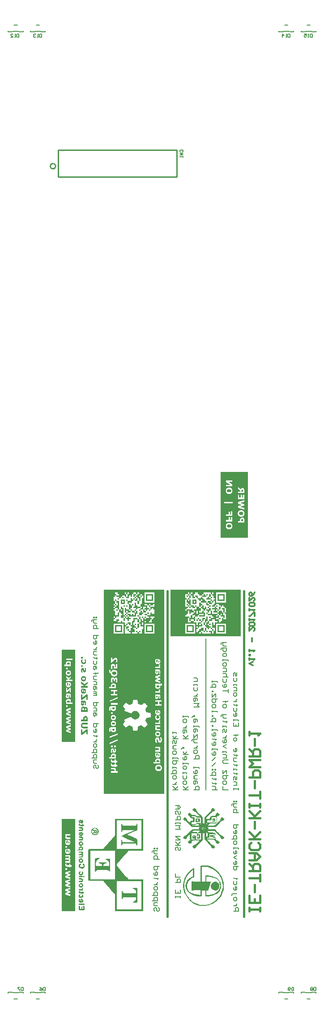
<source format=gbo>
G04 Layer_Color=32896*
%FSLAX25Y25*%
%MOIN*%
G70*
G01*
G75*
%ADD29C,0.01575*%
%ADD35C,0.01181*%
%ADD41C,0.01000*%
%ADD72C,0.00787*%
%ADD74C,0.00591*%
G36*
X40272Y-578905D02*
X40436Y-579069D01*
X40682Y-579479D01*
X40764Y-579971D01*
Y-580135D01*
Y-580217D01*
Y-580955D01*
X40354Y-581447D01*
X40026Y-581775D01*
X39698Y-582103D01*
X39370Y-582268D01*
X38960Y-582432D01*
X38796D01*
X38222Y-582349D01*
X37730Y-582185D01*
X36991Y-581693D01*
X36499Y-581201D01*
X36417Y-581037D01*
X36335Y-580955D01*
Y-580463D01*
X36417Y-580053D01*
X36499Y-579643D01*
X36827Y-579151D01*
X37156Y-578905D01*
X37319Y-578823D01*
X37566D01*
X37894Y-578905D01*
X37976Y-579069D01*
X38058Y-579233D01*
Y-579315D01*
X37976Y-579561D01*
X37730Y-579725D01*
X37402Y-579807D01*
X37319D01*
Y-580709D01*
X37402Y-580955D01*
X37566Y-581119D01*
X37730Y-581201D01*
X39288D01*
X40026Y-580709D01*
X39944Y-580299D01*
X39698Y-579807D01*
X39370Y-579479D01*
X39288Y-579315D01*
Y-578823D01*
X40026D01*
X40272Y-578905D01*
D02*
G37*
G36*
X39206Y-584482D02*
X39370Y-584646D01*
X39616Y-585138D01*
X39698Y-585630D01*
X39780Y-585794D01*
Y-585876D01*
X39534Y-586369D01*
X39288Y-586696D01*
X38960Y-587025D01*
X38632Y-587189D01*
X38058Y-587353D01*
X37812D01*
X37156Y-587025D01*
X36745Y-586615D01*
X36417Y-586286D01*
X36335Y-586122D01*
Y-585876D01*
Y-585466D01*
X36417Y-585138D01*
X36745Y-584646D01*
X36991Y-584482D01*
X37073Y-584400D01*
X37566D01*
Y-585138D01*
X37484Y-585384D01*
X37319Y-585548D01*
X37156Y-585630D01*
X37073D01*
X37566Y-586369D01*
X37976Y-586286D01*
X38304Y-586204D01*
X38468Y-586122D01*
X38550D01*
Y-584892D01*
X38632Y-584564D01*
X38796Y-584482D01*
X38960Y-584400D01*
X39042D01*
X39206Y-584482D01*
D02*
G37*
G36*
X39121Y-481169D02*
X42015Y-478821D01*
X42916D01*
Y-482534D01*
X42004D01*
Y-480300D01*
X39094Y-482648D01*
X38210D01*
Y-478695D01*
X39121D01*
Y-481169D01*
D02*
G37*
G36*
X39370Y-569882D02*
X39534Y-570211D01*
X39698Y-570539D01*
X39780Y-570621D01*
Y-570703D01*
X39288Y-571687D01*
X39452Y-571769D01*
X39616Y-572015D01*
X39780Y-572343D01*
Y-572425D01*
X39288Y-573409D01*
X39452D01*
X39534Y-573491D01*
Y-573573D01*
Y-573655D01*
X39452Y-573901D01*
X39288Y-574065D01*
X39124Y-574148D01*
X36827D01*
X36335Y-573901D01*
X36417Y-573737D01*
X36745Y-573573D01*
X37156Y-573409D01*
X37566Y-573327D01*
X38058Y-573245D01*
X38386D01*
X38714Y-573163D01*
X38796D01*
Y-572425D01*
X36827D01*
X36581Y-572343D01*
X36417Y-572179D01*
X36335Y-572015D01*
Y-571933D01*
Y-571687D01*
X37156Y-571605D01*
X37730Y-571441D01*
X38222Y-571359D01*
X38468Y-571195D01*
X38632Y-571113D01*
X38796Y-571031D01*
Y-570949D01*
X38714Y-570785D01*
X38386Y-570621D01*
X38058Y-570457D01*
X37566Y-570374D01*
X37156Y-570293D01*
X36745D01*
X36417Y-570211D01*
X36335D01*
X36417Y-569882D01*
X36581Y-569800D01*
X36745Y-569718D01*
X39206D01*
X39370Y-569882D01*
D02*
G37*
G36*
X157087Y-409449D02*
X104724D01*
Y-374803D01*
X157087D01*
Y-409449D01*
D02*
G37*
G36*
X39124Y-575296D02*
X39534Y-575788D01*
X39698Y-576198D01*
X39780Y-576280D01*
Y-576362D01*
X39616Y-576854D01*
X39370Y-577264D01*
X39206Y-577592D01*
X38960Y-577756D01*
X38714Y-578002D01*
X38550Y-578084D01*
X38058D01*
X37484Y-578002D01*
X37073Y-577838D01*
X36745Y-577592D01*
X36581Y-577346D01*
X36335Y-576854D01*
Y-576690D01*
Y-576608D01*
X36417Y-576116D01*
X36499Y-575788D01*
X36663Y-575460D01*
X36827Y-575214D01*
X37156Y-574968D01*
X37319Y-574886D01*
X38550D01*
X39124Y-575296D01*
D02*
G37*
G36*
X39739Y-461627D02*
X39820Y-461633D01*
X39968Y-461665D01*
X40093Y-461709D01*
X40153Y-461731D01*
X40203Y-461758D01*
X40252Y-461786D01*
X40290Y-461807D01*
X40323Y-461829D01*
X40355Y-461851D01*
X40377Y-461867D01*
X40394Y-461884D01*
X40399Y-461889D01*
X40405Y-461895D01*
X40503Y-462004D01*
X40585Y-462118D01*
X40650Y-462244D01*
X40705Y-462359D01*
X40743Y-462463D01*
X40754Y-462506D01*
X40770Y-462544D01*
X40776Y-462577D01*
X40781Y-462599D01*
X40787Y-462615D01*
Y-462621D01*
X40814D01*
X40874Y-462506D01*
X40940Y-462402D01*
X41005Y-462315D01*
X41071Y-462244D01*
X41125Y-462189D01*
X41174Y-462146D01*
X41207Y-462124D01*
X41213Y-462113D01*
X41218D01*
X41322Y-462053D01*
X41420Y-462009D01*
X41524Y-461977D01*
X41617Y-461955D01*
X41699Y-461944D01*
X41731Y-461938D01*
X41764Y-461933D01*
X41819D01*
X41928Y-461938D01*
X42026Y-461955D01*
X42114Y-461977D01*
X42190Y-461998D01*
X42255Y-462026D01*
X42305Y-462048D01*
X42332Y-462064D01*
X42343Y-462069D01*
X42425Y-462124D01*
X42496Y-462184D01*
X42561Y-462255D01*
X42610Y-462315D01*
X42654Y-462375D01*
X42681Y-462424D01*
X42703Y-462457D01*
X42709Y-462463D01*
Y-462468D01*
X42752Y-462566D01*
X42791Y-462659D01*
X42818Y-462746D01*
X42845Y-462828D01*
X42862Y-462894D01*
X42873Y-462949D01*
X42878Y-462981D01*
Y-462987D01*
Y-462992D01*
X42883Y-463047D01*
X42889Y-463101D01*
X42900Y-463232D01*
X42905Y-463369D01*
X42911Y-463505D01*
Y-463571D01*
X42916Y-463631D01*
Y-463680D01*
Y-463729D01*
Y-463767D01*
Y-463795D01*
Y-463817D01*
Y-463822D01*
Y-465646D01*
X38210D01*
Y-463593D01*
X38215Y-463413D01*
X38226Y-463249D01*
X38232Y-463172D01*
X38237Y-463101D01*
X38248Y-463041D01*
X38253Y-462981D01*
X38264Y-462932D01*
X38270Y-462883D01*
X38275Y-462845D01*
X38286Y-462812D01*
X38292Y-462785D01*
Y-462768D01*
X38297Y-462757D01*
Y-462752D01*
X38335Y-462632D01*
X38379Y-462517D01*
X38428Y-462413D01*
X38477Y-462321D01*
X38521Y-462244D01*
X38559Y-462189D01*
X38570Y-462168D01*
X38581Y-462151D01*
X38592Y-462146D01*
Y-462140D01*
X38663Y-462053D01*
X38739Y-461982D01*
X38810Y-461916D01*
X38881Y-461862D01*
X38947Y-461818D01*
X38996Y-461791D01*
X39029Y-461769D01*
X39034Y-461764D01*
X39040D01*
X39143Y-461715D01*
X39247Y-461682D01*
X39351Y-461654D01*
X39444Y-461638D01*
X39531Y-461627D01*
X39564D01*
X39591Y-461622D01*
X39651D01*
X39739Y-461627D01*
D02*
G37*
G36*
X39288Y-587927D02*
X39452Y-588091D01*
X39534Y-588255D01*
Y-588337D01*
X39452Y-588583D01*
X39288Y-588747D01*
X39124Y-588829D01*
X36827D01*
X36581Y-588747D01*
X36417Y-588583D01*
X36335Y-588419D01*
Y-588337D01*
X36417Y-588009D01*
X36581Y-587927D01*
X36745Y-587845D01*
X39042D01*
X39288Y-587927D01*
D02*
G37*
G36*
X40732Y-457505D02*
X40841Y-457516D01*
X40940Y-457538D01*
X41032Y-457565D01*
X41120Y-457598D01*
X41196Y-457636D01*
X41267Y-457674D01*
X41327Y-457712D01*
X41382Y-457756D01*
X41426Y-457794D01*
X41469Y-457832D01*
X41502Y-457865D01*
X41524Y-457893D01*
X41540Y-457914D01*
X41551Y-457925D01*
X41557Y-457931D01*
X41611Y-458018D01*
X41655Y-458116D01*
X41699Y-458220D01*
X41731Y-458329D01*
X41786Y-458564D01*
X41819Y-458793D01*
X41830Y-458903D01*
X41841Y-459001D01*
X41846Y-459094D01*
X41851Y-459176D01*
X41857Y-459241D01*
Y-459290D01*
Y-459323D01*
Y-459329D01*
Y-459334D01*
Y-459487D01*
X41846Y-459629D01*
X41835Y-459771D01*
X41824Y-459891D01*
X41819Y-459945D01*
X41813Y-459995D01*
X41808Y-460038D01*
X41802Y-460077D01*
X41797Y-460109D01*
Y-460131D01*
X41791Y-460142D01*
Y-460147D01*
X41770Y-460289D01*
X41748Y-460410D01*
X41726Y-460508D01*
X41710Y-460590D01*
X41699Y-460650D01*
X41688Y-460694D01*
X41677Y-460715D01*
Y-460726D01*
X40825D01*
Y-460623D01*
X40847Y-460562D01*
X40869Y-460492D01*
X40896Y-460421D01*
X40918Y-460344D01*
X40940Y-460279D01*
X40956Y-460218D01*
X40962Y-460197D01*
X40967Y-460186D01*
X40972Y-460175D01*
Y-460169D01*
X41005Y-460055D01*
X41032Y-459940D01*
X41049Y-459842D01*
X41065Y-459749D01*
X41071Y-459672D01*
X41076Y-459618D01*
Y-459596D01*
Y-459580D01*
Y-459574D01*
Y-459569D01*
X41071Y-459405D01*
X41060Y-459263D01*
X41038Y-459143D01*
X41022Y-459045D01*
X41011Y-459001D01*
X41000Y-458963D01*
X40989Y-458935D01*
X40978Y-458908D01*
X40972Y-458892D01*
X40967Y-458875D01*
X40962Y-458864D01*
X40940Y-458821D01*
X40912Y-458782D01*
X40852Y-458728D01*
X40787Y-458684D01*
X40721Y-458651D01*
X40656Y-458635D01*
X40607Y-458630D01*
X40585Y-458624D01*
X40541D01*
X40530Y-458810D01*
X40514Y-458990D01*
X40497Y-459154D01*
X40492Y-459230D01*
X40481Y-459296D01*
X40475Y-459361D01*
X40470Y-459421D01*
X40465Y-459470D01*
X40459Y-459514D01*
X40454Y-459547D01*
Y-459574D01*
X40448Y-459591D01*
Y-459596D01*
X40421Y-459765D01*
X40394Y-459913D01*
X40355Y-460049D01*
X40323Y-460158D01*
X40312Y-460208D01*
X40295Y-460251D01*
X40279Y-460289D01*
X40268Y-460322D01*
X40263Y-460344D01*
X40252Y-460360D01*
X40246Y-460371D01*
Y-460377D01*
X40192Y-460486D01*
X40126Y-460584D01*
X40061Y-460672D01*
X40001Y-460743D01*
X39946Y-460797D01*
X39897Y-460835D01*
X39869Y-460857D01*
X39864Y-460868D01*
X39859D01*
X39760Y-460923D01*
X39656Y-460966D01*
X39553Y-460994D01*
X39449Y-461016D01*
X39362Y-461026D01*
X39323Y-461032D01*
X39291D01*
X39263Y-461037D01*
X39225D01*
X39138Y-461032D01*
X39050Y-461021D01*
X38974Y-461005D01*
X38898Y-460983D01*
X38761Y-460928D01*
X38701Y-460901D01*
X38646Y-460868D01*
X38597Y-460835D01*
X38554Y-460808D01*
X38515Y-460775D01*
X38483Y-460753D01*
X38461Y-460732D01*
X38444Y-460715D01*
X38434Y-460704D01*
X38428Y-460699D01*
X38374Y-460633D01*
X38324Y-460568D01*
X38286Y-460497D01*
X38248Y-460426D01*
X38221Y-460355D01*
X38193Y-460284D01*
X38155Y-460147D01*
X38144Y-460087D01*
X38133Y-460033D01*
X38128Y-459978D01*
X38122Y-459935D01*
X38117Y-459902D01*
Y-459874D01*
Y-459858D01*
Y-459853D01*
Y-459776D01*
X38122Y-459700D01*
X38128Y-459634D01*
X38139Y-459574D01*
X38144Y-459525D01*
X38150Y-459492D01*
X38155Y-459465D01*
Y-459459D01*
X38188Y-459329D01*
X38204Y-459274D01*
X38221Y-459219D01*
X38237Y-459176D01*
X38248Y-459143D01*
X38259Y-459121D01*
Y-459116D01*
X38308Y-459023D01*
X38335Y-458979D01*
X38363Y-458941D01*
X38384Y-458908D01*
X38401Y-458881D01*
X38412Y-458864D01*
X38417Y-458859D01*
X38483Y-458766D01*
X38510Y-458728D01*
X38537Y-458695D01*
X38554Y-458668D01*
X38570Y-458646D01*
X38576Y-458635D01*
X38581Y-458630D01*
X38210D01*
Y-457499D01*
X40617D01*
X40732Y-457505D01*
D02*
G37*
G36*
X42916Y-474950D02*
X39880D01*
X39799Y-474961D01*
X39717Y-474971D01*
X39646Y-474982D01*
X39580Y-474999D01*
X39515Y-475015D01*
X39465Y-475037D01*
X39416Y-475053D01*
X39373Y-475075D01*
X39334Y-475097D01*
X39307Y-475113D01*
X39280Y-475130D01*
X39263Y-475141D01*
X39247Y-475152D01*
X39242Y-475163D01*
X39236D01*
X39198Y-475206D01*
X39160Y-475250D01*
X39105Y-475359D01*
X39061Y-475468D01*
X39034Y-475577D01*
X39018Y-475676D01*
X39012Y-475719D01*
Y-475758D01*
X39007Y-475790D01*
Y-475812D01*
Y-475829D01*
Y-475834D01*
X39012Y-475916D01*
X39018Y-475998D01*
X39029Y-476069D01*
X39045Y-476134D01*
X39061Y-476194D01*
X39083Y-476249D01*
X39105Y-476298D01*
X39127Y-476342D01*
X39171Y-476413D01*
X39209Y-476467D01*
X39236Y-476495D01*
X39247Y-476506D01*
X39296Y-476538D01*
X39345Y-476571D01*
X39460Y-476620D01*
X39580Y-476658D01*
X39700Y-476680D01*
X39809Y-476697D01*
X39853Y-476702D01*
X39891D01*
X39930Y-476708D01*
X42916D01*
Y-477920D01*
X39908D01*
X39749Y-477914D01*
X39602Y-477898D01*
X39460Y-477871D01*
X39334Y-477838D01*
X39214Y-477800D01*
X39105Y-477756D01*
X39007Y-477707D01*
X38914Y-477658D01*
X38838Y-477609D01*
X38767Y-477559D01*
X38712Y-477516D01*
X38663Y-477478D01*
X38625Y-477445D01*
X38597Y-477418D01*
X38581Y-477401D01*
X38576Y-477396D01*
X38494Y-477292D01*
X38423Y-477177D01*
X38363Y-477057D01*
X38308Y-476926D01*
X38264Y-476800D01*
X38226Y-476669D01*
X38193Y-476538D01*
X38171Y-476418D01*
X38150Y-476298D01*
X38139Y-476189D01*
X38128Y-476091D01*
X38117Y-476003D01*
Y-475932D01*
X38111Y-475878D01*
Y-475861D01*
Y-475845D01*
Y-475840D01*
Y-475834D01*
X38117Y-475648D01*
X38133Y-475468D01*
X38155Y-475304D01*
X38182Y-475157D01*
X38221Y-475015D01*
X38259Y-474884D01*
X38302Y-474769D01*
X38346Y-474666D01*
X38384Y-474573D01*
X38428Y-474496D01*
X38466Y-474425D01*
X38504Y-474371D01*
X38532Y-474327D01*
X38554Y-474300D01*
X38570Y-474278D01*
X38576Y-474272D01*
X38668Y-474180D01*
X38767Y-474098D01*
X38870Y-474027D01*
X38980Y-473961D01*
X39094Y-473912D01*
X39203Y-473869D01*
X39313Y-473830D01*
X39416Y-473803D01*
X39520Y-473781D01*
X39613Y-473765D01*
X39695Y-473754D01*
X39771Y-473743D01*
X39831D01*
X39875Y-473737D01*
X42916D01*
Y-474950D01*
D02*
G37*
G36*
X41579Y-468720D02*
X41710Y-468736D01*
X41830Y-468763D01*
X41928Y-468791D01*
X42010Y-468818D01*
X42043Y-468829D01*
X42075Y-468845D01*
X42097Y-468851D01*
X42114Y-468862D01*
X42119Y-468867D01*
X42125D01*
X42228Y-468927D01*
X42327Y-468998D01*
X42408Y-469075D01*
X42474Y-469140D01*
X42529Y-469206D01*
X42572Y-469255D01*
X42594Y-469293D01*
X42605Y-469298D01*
Y-469304D01*
X42660Y-469397D01*
X42703Y-469489D01*
X42747Y-469582D01*
X42780Y-469664D01*
X42801Y-469741D01*
X42818Y-469795D01*
X42829Y-469817D01*
Y-469834D01*
X42834Y-469844D01*
Y-469850D01*
X42862Y-469970D01*
X42883Y-470096D01*
X42894Y-470221D01*
X42905Y-470341D01*
X42911Y-470445D01*
X42916Y-470489D01*
Y-470527D01*
Y-470560D01*
Y-470581D01*
Y-470598D01*
Y-470603D01*
Y-472602D01*
X38210D01*
Y-471390D01*
X39744D01*
Y-470636D01*
X39749Y-470450D01*
X39766Y-470281D01*
X39777Y-470205D01*
X39788Y-470134D01*
X39804Y-470068D01*
X39815Y-470008D01*
X39826Y-469959D01*
X39842Y-469910D01*
X39853Y-469866D01*
X39864Y-469834D01*
X39875Y-469806D01*
X39880Y-469790D01*
X39886Y-469779D01*
Y-469773D01*
X39946Y-469648D01*
X40012Y-469528D01*
X40082Y-469419D01*
X40148Y-469326D01*
X40214Y-469249D01*
X40263Y-469195D01*
X40279Y-469173D01*
X40295Y-469157D01*
X40301Y-469151D01*
X40306Y-469146D01*
X40388Y-469075D01*
X40470Y-469009D01*
X40552Y-468955D01*
X40634Y-468911D01*
X40705Y-468873D01*
X40760Y-468851D01*
X40781Y-468840D01*
X40798Y-468834D01*
X40803Y-468829D01*
X40809D01*
X40923Y-468791D01*
X41032Y-468763D01*
X41142Y-468742D01*
X41234Y-468731D01*
X41316Y-468720D01*
X41349D01*
X41376Y-468714D01*
X41431D01*
X41579Y-468720D01*
D02*
G37*
G36*
X40518Y-587927D02*
X40682Y-588091D01*
X40764Y-588255D01*
Y-588337D01*
X40682Y-588583D01*
X40518Y-588747D01*
X40354Y-588829D01*
X40272D01*
X40026Y-588747D01*
X39862Y-588583D01*
X39780Y-588419D01*
Y-588337D01*
X39862Y-588009D01*
X40026Y-587927D01*
X40190Y-587845D01*
X40272D01*
X40518Y-587927D01*
D02*
G37*
G36*
Y-549952D02*
X40436Y-550116D01*
X40272Y-550280D01*
X39862Y-550608D01*
X39452Y-550854D01*
X39370Y-550936D01*
X39288D01*
X38304Y-550854D01*
X37566Y-550690D01*
X37073Y-550526D01*
X36745Y-550362D01*
X36499Y-550198D01*
X36417Y-550034D01*
X36335Y-549952D01*
Y-549213D01*
X36827D01*
X37566Y-549706D01*
X38550D01*
X38796Y-549623D01*
X38960Y-549460D01*
X39042Y-549295D01*
Y-549213D01*
X40518Y-549952D01*
D02*
G37*
G36*
X162243Y-336220D02*
X142126D01*
Y-287008D01*
X162243D01*
Y-336220D01*
D02*
G37*
G36*
X38960Y-551510D02*
X39124Y-551674D01*
X39452Y-552084D01*
X39698Y-552494D01*
X39780Y-552576D01*
Y-552658D01*
X39616Y-553232D01*
X39534Y-553643D01*
X39370Y-553971D01*
X39288Y-554135D01*
X39124Y-554381D01*
X36827D01*
X36581Y-554299D01*
X36417Y-554135D01*
X36335Y-553971D01*
Y-553889D01*
X36417Y-553560D01*
X36581Y-553478D01*
X36745Y-553396D01*
X38796D01*
Y-552658D01*
X37976Y-552576D01*
X37402Y-552412D01*
X36909Y-552330D01*
X36663Y-552166D01*
X36499Y-552084D01*
X36417Y-552002D01*
X36335Y-551920D01*
X36417Y-551592D01*
X36581Y-551510D01*
X36745Y-551428D01*
X38796D01*
X38960Y-551510D01*
D02*
G37*
G36*
X33784Y-488189D02*
X23622D01*
Y-419291D01*
X33784D01*
Y-488189D01*
D02*
G37*
G36*
X100000Y-409449D02*
X100000D01*
Y-526772D01*
X90551D01*
Y-526772D01*
X55118D01*
Y-409449D01*
X55118D01*
Y-374803D01*
X100000D01*
Y-409449D01*
D02*
G37*
G36*
X37812Y-545933D02*
X38058Y-546179D01*
X38222Y-546425D01*
X38304Y-546753D01*
X38468Y-547163D01*
Y-547409D01*
X38550Y-547655D01*
Y-547737D01*
X38796D01*
Y-547491D01*
Y-547327D01*
X38714Y-546999D01*
X38632Y-546671D01*
X38550Y-546507D01*
X38632Y-546179D01*
X38796Y-546097D01*
X38960Y-546015D01*
X39042D01*
X39206Y-546097D01*
X39370Y-546179D01*
X39534Y-546589D01*
X39698Y-547081D01*
X39780Y-547163D01*
Y-547245D01*
X39698Y-547737D01*
X39534Y-548065D01*
X39452Y-548393D01*
X39288Y-548557D01*
X39124Y-548721D01*
X38304D01*
X38140Y-548639D01*
X37976Y-548475D01*
X37730Y-547819D01*
X37648Y-547245D01*
X37566Y-547081D01*
Y-546999D01*
X37073D01*
Y-547491D01*
X37566Y-548229D01*
X37484Y-548475D01*
X37319Y-548639D01*
X37156Y-548721D01*
X37073D01*
X36827Y-548639D01*
X36663Y-548393D01*
X36417Y-547901D01*
X36335Y-547409D01*
Y-547327D01*
Y-547245D01*
Y-546753D01*
X36581Y-546425D01*
X36745Y-546261D01*
X37073Y-545933D01*
X37238Y-545851D01*
X37566D01*
X37812Y-545933D01*
D02*
G37*
G36*
X39124Y-562583D02*
X39534Y-563075D01*
X39698Y-563485D01*
X39780Y-563567D01*
Y-563649D01*
X39616Y-564141D01*
X39370Y-564551D01*
X39206Y-564879D01*
X38960Y-565125D01*
X38714Y-565289D01*
X38550Y-565371D01*
X38058D01*
X37484Y-565289D01*
X37073Y-565125D01*
X36745Y-564879D01*
X36581Y-564633D01*
X36335Y-564141D01*
Y-563977D01*
Y-563895D01*
X36417Y-563403D01*
X36499Y-563075D01*
X36827Y-562501D01*
X37156Y-562255D01*
X37319Y-562173D01*
X38550D01*
X39124Y-562583D01*
D02*
G37*
G36*
X136486Y-537287D02*
X136760Y-537458D01*
X137033Y-537663D01*
X137306Y-537937D01*
X137546Y-538210D01*
X137750Y-538415D01*
X137921Y-538586D01*
X137955Y-538654D01*
Y-538757D01*
X137648Y-539167D01*
X137340Y-539440D01*
X137033Y-539645D01*
X136760Y-539816D01*
X136486Y-539884D01*
X136315Y-539919D01*
X136179Y-539953D01*
X136144D01*
X136042Y-539987D01*
X135871Y-540158D01*
X135598Y-540363D01*
X135290Y-540670D01*
X134949Y-541012D01*
X134539Y-541388D01*
X133719Y-542242D01*
X132864Y-543096D01*
X132488Y-543472D01*
X132147Y-543814D01*
X131873Y-544121D01*
X131668Y-544326D01*
X131497Y-544463D01*
X131463Y-544531D01*
Y-545556D01*
X131737Y-545420D01*
X132010Y-545386D01*
X132215Y-545352D01*
X133684D01*
X133753Y-545317D01*
X133821Y-545283D01*
X133855Y-545078D01*
X133889Y-544907D01*
Y-544873D01*
Y-544839D01*
X133923Y-544531D01*
X133992Y-544258D01*
X134094Y-544053D01*
X134231Y-543848D01*
X134573Y-543540D01*
X134983Y-543335D01*
X135359Y-543233D01*
X135700Y-543165D01*
X135837Y-543130D01*
X137477D01*
X137682Y-543096D01*
X137887Y-542994D01*
X138058Y-542857D01*
X138195Y-542720D01*
X138331Y-542584D01*
X138400Y-542447D01*
X138468Y-542345D01*
Y-542310D01*
Y-542208D01*
X138434Y-542105D01*
X138400Y-542037D01*
X138366Y-542003D01*
X138434Y-541866D01*
X138571Y-541661D01*
X138742Y-541456D01*
X138981Y-541217D01*
X139220Y-541012D01*
X139391Y-540841D01*
X139527Y-540704D01*
X139596Y-540670D01*
X140006D01*
X140484Y-541080D01*
X140826Y-541422D01*
X141065Y-541695D01*
X141236Y-541866D01*
X141373Y-541969D01*
X141407Y-542071D01*
X141441Y-542105D01*
Y-542208D01*
X140416Y-543335D01*
X140040Y-543370D01*
X139767Y-543438D01*
X139527Y-543506D01*
X139357Y-543575D01*
X139220Y-543609D01*
X139152Y-543677D01*
X139083Y-543711D01*
X139254Y-544121D01*
X139357Y-544566D01*
X139391Y-544771D01*
Y-544907D01*
Y-545010D01*
Y-545044D01*
Y-547094D01*
X139357Y-547402D01*
X139288Y-547641D01*
X139220Y-547880D01*
X139083Y-548085D01*
X138742Y-548393D01*
X138400Y-548598D01*
X138024Y-548700D01*
X137682Y-548769D01*
X137546Y-548803D01*
X133992D01*
X133719Y-549076D01*
X133479Y-549315D01*
X133069Y-549691D01*
X132796Y-549965D01*
X132591Y-550170D01*
X132488Y-550306D01*
X132420Y-550409D01*
X132386Y-550443D01*
X137170D01*
X137272Y-550375D01*
X137477Y-550238D01*
X137716Y-550033D01*
X138058Y-549725D01*
X138400Y-549418D01*
X138810Y-549042D01*
X139664Y-548188D01*
X140518Y-547368D01*
X140894Y-546992D01*
X141236Y-546650D01*
X141543Y-546377D01*
X141748Y-546172D01*
X141919Y-546001D01*
X141953Y-545967D01*
X141851Y-545454D01*
X141919Y-545249D01*
X142056Y-545010D01*
X142261Y-544771D01*
X142500Y-544531D01*
X142739Y-544326D01*
X142944Y-544156D01*
X143081Y-544053D01*
X143149Y-544019D01*
X143354Y-544087D01*
X143594Y-544258D01*
X143867Y-544463D01*
X144140Y-544736D01*
X144379Y-545010D01*
X144585Y-545215D01*
X144755Y-545386D01*
X144790Y-545454D01*
Y-545659D01*
X144721Y-545796D01*
X144619Y-545898D01*
X144482Y-546001D01*
X144414Y-546069D01*
X144379D01*
X144209Y-546308D01*
X144038Y-546479D01*
X143799Y-546616D01*
X143594Y-546684D01*
X143389Y-546753D01*
X143218Y-546787D01*
X143047D01*
X142979Y-546855D01*
X142773Y-546992D01*
X142534Y-547231D01*
X142227Y-547504D01*
X141851Y-547880D01*
X141441Y-548256D01*
X140552Y-549110D01*
X139664Y-549999D01*
X139254Y-550375D01*
X138912Y-550750D01*
X138605Y-551024D01*
X138366Y-551263D01*
X138229Y-551400D01*
X138161Y-551468D01*
X132386D01*
X133172Y-552390D01*
Y-552493D01*
X132591Y-553176D01*
X137955D01*
X138776Y-553997D01*
X139493Y-554714D01*
X140108Y-555329D01*
X140655Y-555842D01*
X141099Y-556286D01*
X141509Y-556662D01*
X141817Y-556969D01*
X142090Y-557208D01*
X142295Y-557413D01*
X142432Y-557550D01*
X142569Y-557653D01*
X142637Y-557721D01*
X142739Y-557789D01*
X143115Y-557858D01*
X143491Y-557994D01*
X143833Y-558234D01*
X144140Y-558473D01*
X144414Y-558746D01*
X144619Y-558985D01*
X144755Y-559122D01*
X144790Y-559190D01*
Y-559395D01*
X144448Y-559771D01*
X144209Y-560045D01*
X144004Y-560250D01*
X143867Y-560386D01*
X143764Y-560455D01*
X143696Y-560489D01*
X143662Y-560523D01*
X143354D01*
X143081Y-560421D01*
X142876Y-560284D01*
X142500Y-560010D01*
X142227Y-559737D01*
X142056Y-559430D01*
X141919Y-559190D01*
X141885Y-558985D01*
X141851Y-558849D01*
Y-558780D01*
X141817Y-558678D01*
X141680Y-558473D01*
X141441Y-558199D01*
X141202Y-557892D01*
X140860Y-557550D01*
X140484Y-557174D01*
X139732Y-556388D01*
X138946Y-555603D01*
X138571Y-555261D01*
X138263Y-554953D01*
X137990Y-554680D01*
X137750Y-554475D01*
X137614Y-554338D01*
X137580Y-554304D01*
X132386D01*
Y-554407D01*
X132728Y-554782D01*
X132967Y-555056D01*
X133172Y-555261D01*
X133308Y-555398D01*
X133411Y-555466D01*
X133445Y-555500D01*
X133479Y-555534D01*
X136452D01*
X136794Y-555603D01*
X137136Y-555637D01*
X137375Y-555739D01*
X137614Y-555807D01*
X137785Y-555910D01*
X138092Y-556149D01*
X138229Y-556388D01*
X138331Y-556559D01*
X138366Y-556696D01*
Y-556764D01*
X138331Y-556969D01*
X138297Y-557174D01*
X138058Y-557448D01*
X137750Y-557653D01*
X137409Y-557824D01*
X137067Y-557892D01*
X136760Y-557926D01*
X136520Y-557960D01*
X136350D01*
Y-558063D01*
X136452Y-558268D01*
X136794D01*
X137101Y-558336D01*
X137340Y-558404D01*
X137546Y-558507D01*
X137887Y-558712D01*
X138126Y-558985D01*
X138263Y-559259D01*
X138331Y-559464D01*
X138366Y-559635D01*
Y-559703D01*
Y-559908D01*
X138263Y-560421D01*
X138536Y-560694D01*
X138776Y-560899D01*
X138946Y-561035D01*
X139083Y-561138D01*
X139186Y-561206D01*
X139254Y-561241D01*
X139493D01*
X139664Y-561309D01*
X140040Y-561480D01*
X140416Y-561719D01*
X140723Y-561992D01*
X141031Y-562266D01*
X141236Y-562505D01*
X141407Y-562676D01*
X141441Y-562710D01*
Y-562744D01*
X141065Y-563154D01*
X140792Y-563462D01*
X140587Y-563667D01*
X140416Y-563803D01*
X140313Y-563906D01*
X140245Y-563940D01*
X140211Y-563974D01*
X139903D01*
X139630Y-563837D01*
X139391Y-563735D01*
X139015Y-563462D01*
X138742Y-563222D01*
X138571Y-562983D01*
X138434Y-562778D01*
X138400Y-562607D01*
X138366Y-562505D01*
Y-562471D01*
X138297Y-562231D01*
X138161Y-561924D01*
X137921Y-561651D01*
X137682Y-561377D01*
X137409Y-561104D01*
X137170Y-560899D01*
X137033Y-560762D01*
X136965Y-560728D01*
X131873D01*
X132317Y-561172D01*
X132693Y-561582D01*
X133035Y-561924D01*
X133308Y-562231D01*
X133548Y-562471D01*
X133787Y-562676D01*
X133958Y-562847D01*
X134094Y-563017D01*
X134299Y-563188D01*
X134436Y-563291D01*
X134504Y-563359D01*
X134880Y-563803D01*
X135188Y-564145D01*
X135495Y-564350D01*
X135734Y-564521D01*
X135974Y-564623D01*
X136110Y-564658D01*
X136213Y-564692D01*
X136247D01*
X136486Y-564760D01*
X136760Y-564931D01*
X137033Y-565136D01*
X137306Y-565409D01*
X137580Y-565683D01*
X137785Y-565888D01*
X137921Y-566058D01*
X137955Y-566127D01*
X137614Y-566537D01*
X137306Y-566810D01*
X137101Y-567015D01*
X136965Y-567186D01*
X136862Y-567254D01*
X136794Y-567289D01*
X136760Y-567323D01*
X136350D01*
X135871Y-567118D01*
X135529Y-566879D01*
X135256Y-566605D01*
X135085Y-566298D01*
X134983Y-566058D01*
X134949Y-565819D01*
X134914Y-565683D01*
Y-565614D01*
X134846Y-565546D01*
X134709Y-565341D01*
X134470Y-565102D01*
X134163Y-564760D01*
X133821Y-564384D01*
X133411Y-563974D01*
X132522Y-563052D01*
X131634Y-562163D01*
X131258Y-561753D01*
X130882Y-561377D01*
X130575Y-561070D01*
X130336Y-560830D01*
X130199Y-560694D01*
X130131Y-560626D01*
Y-555534D01*
X129516Y-556047D01*
X129413D01*
X128593Y-555329D01*
Y-561035D01*
X123912Y-565614D01*
X124014Y-566127D01*
X123980Y-566264D01*
X123843Y-566434D01*
X123672Y-566639D01*
X123468Y-566810D01*
X123262Y-567015D01*
X123092Y-567186D01*
X122955Y-567289D01*
X122921Y-567323D01*
X122511D01*
X122237Y-567254D01*
X121998Y-567118D01*
X121759Y-566947D01*
X121554Y-566708D01*
X121349Y-566503D01*
X121212Y-566298D01*
X121110Y-566161D01*
X121076Y-566127D01*
X121110Y-565922D01*
X121144Y-565785D01*
X121212Y-565649D01*
X121281Y-565546D01*
X121417Y-565444D01*
X121486Y-565409D01*
X121622Y-565170D01*
X121827Y-564999D01*
X122066Y-564863D01*
X122306Y-564794D01*
X122545Y-564726D01*
X122750Y-564692D01*
X122921D01*
X122989Y-564658D01*
X123126Y-564555D01*
X123297Y-564418D01*
X123502Y-564213D01*
X123741Y-563974D01*
X124014Y-563735D01*
X124595Y-563154D01*
X125176Y-562607D01*
X125449Y-562368D01*
X125689Y-562129D01*
X125893Y-561924D01*
X126030Y-561787D01*
X126133Y-561685D01*
X126167Y-561651D01*
X126133Y-561514D01*
X126064Y-561480D01*
X125996Y-561446D01*
X123707D01*
X123570Y-561411D01*
X123262Y-561343D01*
X123126Y-561309D01*
X123023Y-561275D01*
X122955Y-561241D01*
X122613D01*
X122545Y-561275D01*
X122476D01*
X122408Y-561309D01*
Y-561343D01*
X121964Y-561377D01*
X121554Y-561480D01*
X121212Y-561616D01*
X120939Y-561753D01*
X120734Y-561890D01*
X120597Y-562027D01*
X120495Y-562129D01*
X120460Y-562163D01*
X120563Y-562641D01*
Y-562744D01*
X120221Y-563120D01*
X119982Y-563393D01*
X119777Y-563598D01*
X119640Y-563735D01*
X119538Y-563803D01*
X119470Y-563837D01*
X119435Y-563872D01*
X118752D01*
X118376Y-563530D01*
X118103Y-563291D01*
X117898Y-563086D01*
X117761Y-562949D01*
X117693Y-562847D01*
X117659Y-562778D01*
X117624Y-562744D01*
Y-562368D01*
X117966Y-561992D01*
X118205Y-561719D01*
X118410Y-561514D01*
X118547Y-561377D01*
X118649Y-561309D01*
X118718Y-561241D01*
X119435D01*
X119333Y-560899D01*
X119265Y-560626D01*
X119196Y-560421D01*
X119162Y-560250D01*
Y-560147D01*
X119128Y-560079D01*
Y-560010D01*
Y-556764D01*
X117009Y-558780D01*
X117112Y-559293D01*
X117078Y-559430D01*
X116941Y-559600D01*
X116770Y-559805D01*
X116565Y-560010D01*
X116326Y-560216D01*
X116155Y-560352D01*
X116018Y-560489D01*
X115984Y-560523D01*
X115677D01*
X115472Y-560455D01*
X115198Y-560318D01*
X114959Y-560147D01*
X114720Y-559908D01*
X114515Y-559669D01*
X114344Y-559498D01*
X114207Y-559361D01*
X114173Y-559293D01*
Y-558985D01*
X114549Y-558575D01*
X114822Y-558302D01*
X115062Y-558097D01*
X115233Y-557926D01*
X115335Y-557858D01*
X115403Y-557824D01*
X115472Y-557789D01*
X115984Y-557858D01*
X116053Y-557824D01*
X116121Y-557755D01*
X116360Y-557550D01*
X116599Y-557379D01*
X116668Y-557311D01*
X116702Y-557277D01*
X117385Y-556525D01*
X118034Y-555876D01*
X118581Y-555329D01*
X119060Y-554851D01*
X119504Y-554441D01*
X119880Y-554099D01*
X120187Y-553826D01*
X120460Y-553586D01*
X120700Y-553416D01*
X120871Y-553279D01*
X121007Y-553211D01*
X121110Y-553142D01*
X121246Y-553074D01*
X126269D01*
Y-553006D01*
X126064Y-552766D01*
X125928Y-552596D01*
X125791Y-552493D01*
X125723Y-552390D01*
X125654Y-552288D01*
Y-552185D01*
X126269Y-551468D01*
X120871D01*
X117317Y-548017D01*
X116975Y-547607D01*
X116668Y-547299D01*
X116394Y-547094D01*
X116155Y-546923D01*
X115950Y-546855D01*
X115813Y-546821D01*
X115711Y-546787D01*
X115677D01*
X115403Y-546753D01*
X115130Y-546616D01*
X114891Y-546445D01*
X114652Y-546206D01*
X114447Y-546001D01*
X114310Y-545830D01*
X114207Y-545693D01*
X114173Y-545659D01*
Y-545249D01*
X114549Y-544839D01*
X114822Y-544531D01*
X115062Y-544326D01*
X115233Y-544156D01*
X115335Y-544087D01*
X115403Y-544053D01*
X115472Y-544019D01*
X115745Y-544190D01*
X115984Y-544326D01*
X116360Y-544634D01*
X116633Y-544907D01*
X116804Y-545112D01*
X116941Y-545317D01*
X116975Y-545454D01*
X117009Y-545522D01*
Y-545556D01*
X116907Y-546069D01*
X119128Y-548222D01*
X119162Y-547948D01*
X119196Y-547675D01*
X119367Y-547265D01*
X119572Y-546992D01*
X119845Y-546787D01*
X120119Y-546650D01*
X120324Y-546616D01*
X120495Y-546582D01*
X121178D01*
X121281Y-546548D01*
X121349Y-546479D01*
X121383Y-546411D01*
Y-546377D01*
Y-545556D01*
X121349Y-545317D01*
X121246Y-545112D01*
X121110Y-544976D01*
X121076Y-544942D01*
X120734D01*
X120426Y-544873D01*
X120187Y-544839D01*
X119948Y-544736D01*
X119777Y-544668D01*
X119606Y-544566D01*
X119367Y-544326D01*
X119230Y-544087D01*
X119162Y-543916D01*
X119128Y-543780D01*
Y-543711D01*
Y-543438D01*
X118889Y-543370D01*
X118649Y-543233D01*
X118376Y-543028D01*
X118137Y-542755D01*
X117898Y-542515D01*
X117693Y-542310D01*
X117556Y-542174D01*
X117522Y-542105D01*
Y-542003D01*
X117898Y-541559D01*
X118205Y-541217D01*
X118445Y-540978D01*
X118615Y-540841D01*
X118752Y-540739D01*
X118820Y-540704D01*
X118854Y-540670D01*
X119128D01*
X120153Y-541593D01*
X120255Y-541866D01*
X120324Y-542071D01*
X120392Y-542208D01*
X120460Y-542310D01*
X120495Y-542379D01*
X120529Y-542413D01*
X122306D01*
X122716Y-542447D01*
X123092Y-542550D01*
X123433Y-542720D01*
X123707Y-542857D01*
X123912Y-543028D01*
X124083Y-543199D01*
X124185Y-543301D01*
X124219Y-543335D01*
X126372D01*
X123228Y-540055D01*
X122955Y-540021D01*
X122682Y-539987D01*
X122237Y-539816D01*
X121862Y-539543D01*
X121554Y-539235D01*
X121349Y-538962D01*
X121178Y-538688D01*
X121110Y-538518D01*
X121076Y-538449D01*
X121417Y-538039D01*
X121725Y-537732D01*
X121930Y-537527D01*
X122101Y-537356D01*
X122203Y-537287D01*
X122272Y-537253D01*
X122306Y-537219D01*
X122408D01*
X122647Y-537287D01*
X122887Y-537424D01*
X123160Y-537629D01*
X123433Y-537868D01*
X123638Y-538142D01*
X123843Y-538347D01*
X123980Y-538483D01*
X124014Y-538552D01*
X123912Y-539133D01*
X124766Y-539987D01*
X125518Y-540773D01*
X126167Y-541422D01*
X126748Y-542003D01*
X127226Y-542481D01*
X127602Y-542891D01*
X127944Y-543233D01*
X128183Y-543506D01*
X128388Y-543746D01*
X128525Y-543916D01*
X128661Y-544019D01*
X128730Y-544121D01*
X128798Y-544190D01*
Y-544224D01*
Y-549008D01*
X128832Y-548974D01*
X128901Y-548939D01*
X129071Y-548803D01*
X129242Y-548666D01*
X129276Y-548598D01*
X129413D01*
X130131Y-549213D01*
Y-544224D01*
X130199Y-544087D01*
X130336Y-543882D01*
X130575Y-543575D01*
X130882Y-543233D01*
X131258Y-542857D01*
X131668Y-542413D01*
X132591Y-541525D01*
X133479Y-540636D01*
X133889Y-540226D01*
X134265Y-539850D01*
X134573Y-539577D01*
X134812Y-539338D01*
X134949Y-539167D01*
X135017Y-539133D01*
X134914Y-538552D01*
X134983Y-538415D01*
X135119Y-538210D01*
X135290Y-538005D01*
X135529Y-537766D01*
X135769Y-537561D01*
X135940Y-537390D01*
X136076Y-537253D01*
X136144Y-537219D01*
X136247D01*
X136486Y-537287D01*
D02*
G37*
G36*
X38550Y-565945D02*
X38878Y-566027D01*
X39206Y-566273D01*
X39452Y-566438D01*
X39698Y-566930D01*
X39780Y-567012D01*
Y-567094D01*
X39288Y-568078D01*
X39452D01*
X39534Y-568160D01*
Y-568242D01*
Y-568324D01*
X39452Y-568570D01*
X39288Y-568652D01*
X39124Y-568734D01*
X35843D01*
X35433Y-568570D01*
X35515Y-568406D01*
X35597Y-568242D01*
X36007Y-568160D01*
X36417Y-568078D01*
X36581D01*
X36335Y-566848D01*
X36581Y-566520D01*
X36745Y-566273D01*
X37073Y-565945D01*
X37238Y-565864D01*
X38058D01*
X38550Y-565945D01*
D02*
G37*
G36*
X38632Y-555201D02*
X39042Y-555365D01*
X39370Y-555611D01*
X39534Y-555857D01*
X39780Y-556349D01*
Y-556513D01*
Y-556595D01*
X39534Y-557087D01*
X39288Y-557415D01*
X38960Y-557661D01*
X38714Y-557826D01*
X38222Y-557990D01*
X38058D01*
X37484Y-557907D01*
X37073Y-557744D01*
X36745Y-557497D01*
X36581Y-557169D01*
X36335Y-556595D01*
Y-556431D01*
Y-556349D01*
Y-556103D01*
X36663Y-555693D01*
X36827Y-555447D01*
X36991Y-555365D01*
X37566D01*
Y-555857D01*
X37073Y-556595D01*
X37156Y-556841D01*
X37319Y-557005D01*
X37484Y-557087D01*
X37812D01*
Y-555611D01*
X38058Y-555119D01*
X38632Y-555201D01*
D02*
G37*
G36*
X49459Y-552002D02*
X50033Y-552330D01*
X50443Y-552658D01*
X50771Y-553150D01*
X51017Y-553560D01*
X51181Y-553971D01*
X51263Y-554299D01*
Y-554381D01*
Y-554873D01*
X51181Y-555611D01*
X50853Y-556185D01*
X50443Y-556677D01*
X49951Y-557005D01*
X49376Y-557251D01*
X48966Y-557415D01*
X48638Y-557497D01*
X48310D01*
X47572Y-557415D01*
X46998Y-557087D01*
X46506Y-556677D01*
X46178Y-556185D01*
X45932Y-555693D01*
X45768Y-555283D01*
X45686Y-554955D01*
Y-554873D01*
Y-554381D01*
X45768Y-553724D01*
X46096Y-553150D01*
X46424Y-552740D01*
X46916Y-552412D01*
X47326Y-552166D01*
X47736Y-552002D01*
X47982Y-551920D01*
X48802D01*
X49459Y-552002D01*
D02*
G37*
G36*
X38960Y-558564D02*
X39124Y-558728D01*
X39452Y-559138D01*
X39698Y-559548D01*
X39780Y-559630D01*
Y-559712D01*
X39288Y-560696D01*
X39452D01*
X39534Y-560778D01*
Y-560860D01*
Y-560942D01*
X39452Y-561188D01*
X39288Y-561352D01*
X39124Y-561434D01*
X36827D01*
X36581Y-561352D01*
X36417Y-561188D01*
X36335Y-561024D01*
Y-560942D01*
X36417Y-560614D01*
X36581Y-560532D01*
X36745Y-560450D01*
X38796D01*
Y-559712D01*
X37976Y-559630D01*
X37402Y-559466D01*
X36909Y-559384D01*
X36663Y-559220D01*
X36499Y-559138D01*
X36417Y-559056D01*
X36335Y-558974D01*
X36417Y-558646D01*
X36581Y-558564D01*
X36745Y-558482D01*
X38796D01*
X38960Y-558564D01*
D02*
G37*
G36*
X37156Y-599164D02*
X37238Y-599410D01*
X37319Y-599738D01*
Y-599820D01*
X38550D01*
X38796Y-599738D01*
X38960Y-599574D01*
X39042Y-599410D01*
Y-599328D01*
X40518Y-600066D01*
X40436Y-600230D01*
X40272Y-600394D01*
X39862Y-600722D01*
X39452Y-600968D01*
X39370Y-601050D01*
X39288D01*
X38304Y-600968D01*
X37566Y-600804D01*
X37073Y-600640D01*
X36745Y-600476D01*
X36499Y-600312D01*
X36417Y-600148D01*
X36335Y-600066D01*
Y-599574D01*
X36417Y-599246D01*
X36581Y-599164D01*
X36745Y-599082D01*
X36827D01*
X37156Y-599164D01*
D02*
G37*
G36*
X39206Y-601624D02*
X39370Y-601706D01*
X39534Y-602116D01*
X39698Y-602608D01*
X39780Y-602690D01*
Y-602773D01*
X39698Y-603265D01*
X39534Y-603593D01*
X39206Y-603839D01*
X38960Y-604003D01*
X38304Y-604167D01*
X37319D01*
X36991Y-603921D01*
X36745Y-603757D01*
X36499Y-603429D01*
X36335Y-603265D01*
Y-603183D01*
Y-602280D01*
X36663Y-601870D01*
X36827Y-601624D01*
X36991Y-601542D01*
X37566D01*
X37484Y-602034D01*
X37319Y-602444D01*
X37156Y-602773D01*
X37073Y-602937D01*
X37566Y-603183D01*
X38796D01*
X38550Y-602034D01*
X38632Y-601706D01*
X38796Y-601624D01*
X38960Y-601542D01*
X39042D01*
X39206Y-601624D01*
D02*
G37*
G36*
X39288Y-596703D02*
X39452Y-596867D01*
X39534Y-597031D01*
Y-597113D01*
Y-598097D01*
X39452Y-598343D01*
X39288Y-598507D01*
X39124Y-598589D01*
X36827D01*
X36581Y-598507D01*
X36417Y-598343D01*
X36335Y-598179D01*
Y-598097D01*
X36417Y-597769D01*
X36581Y-597687D01*
X36745Y-597605D01*
X38796D01*
Y-596621D01*
X39042D01*
X39288Y-596703D01*
D02*
G37*
G36*
X39449Y-426012D02*
X38210D01*
Y-424832D01*
X39449D01*
Y-426012D01*
D02*
G37*
G36*
X33772Y-614173D02*
X23622D01*
Y-545276D01*
X33772D01*
Y-614173D01*
D02*
G37*
G36*
X84235Y-545440D02*
X84399Y-545605D01*
X84481Y-545768D01*
Y-545851D01*
Y-568570D01*
X84399Y-568816D01*
X84235Y-568898D01*
X84071Y-568980D01*
X73736D01*
X73490Y-569226D01*
X73080Y-569554D01*
X72588Y-570128D01*
X71932Y-570785D01*
X71276Y-571605D01*
X70456Y-572425D01*
X68897Y-574229D01*
X67339Y-576034D01*
X66601Y-576854D01*
X66027Y-577592D01*
X65452Y-578166D01*
X65042Y-578659D01*
X64796Y-578987D01*
X64714Y-579069D01*
Y-580217D01*
X65944Y-581775D01*
X67339Y-583416D01*
X68815Y-585138D01*
X70210Y-586696D01*
X71522Y-588091D01*
X72096Y-588747D01*
X72588Y-589239D01*
X72916Y-589731D01*
X73244Y-590059D01*
X73408Y-590223D01*
X73490Y-590305D01*
X83989D01*
X84235Y-590387D01*
X84399Y-590552D01*
X84481Y-590716D01*
Y-590798D01*
Y-613763D01*
X84399Y-614009D01*
X84235Y-614091D01*
X84071Y-614173D01*
X63730D01*
X63484Y-614091D01*
X63320Y-613927D01*
X63238Y-613845D01*
Y-613763D01*
Y-601542D01*
X61761Y-599820D01*
X60449Y-598343D01*
X59301Y-597031D01*
X58317Y-595883D01*
X57497Y-594981D01*
X56758Y-594160D01*
X56266Y-593422D01*
X55774Y-592930D01*
X55446Y-592438D01*
X55200Y-592110D01*
X54954Y-591864D01*
X54872Y-591700D01*
X54708Y-591454D01*
X43963D01*
X43717Y-591372D01*
X43553Y-591208D01*
X43471Y-591126D01*
Y-591044D01*
Y-568324D01*
X43553Y-567996D01*
X43717Y-567914D01*
X43881Y-567832D01*
X54462D01*
X54954Y-567258D01*
X55528Y-566684D01*
X56840Y-565207D01*
X58317Y-563485D01*
X59793Y-561844D01*
X61105Y-560286D01*
X61680Y-559548D01*
X62254Y-558974D01*
X62664Y-558482D01*
X62992Y-558072D01*
X63156Y-557826D01*
X63238Y-557744D01*
Y-545851D01*
X63320Y-545522D01*
X63484Y-545440D01*
X63648Y-545358D01*
X83989D01*
X84235Y-545440D01*
D02*
G37*
G36*
X132404Y-580048D02*
X132478D01*
X132921Y-580122D01*
X132995Y-580196D01*
X133069D01*
X133290Y-580269D01*
X133733Y-580417D01*
X134176Y-580565D01*
X134692Y-580786D01*
X135135Y-580934D01*
X135578Y-581155D01*
X135873Y-581229D01*
X135947Y-581303D01*
X137423Y-582262D01*
X138752Y-583369D01*
X139933Y-584403D01*
X140893Y-585584D01*
X141704Y-586691D01*
X142443Y-587798D01*
X142959Y-588905D01*
X143476Y-589938D01*
X143771Y-590898D01*
X144066Y-591857D01*
X144214Y-592669D01*
X144361Y-593334D01*
X144435Y-593924D01*
X144509Y-594367D01*
Y-594662D01*
Y-594736D01*
Y-595548D01*
X144435Y-596950D01*
X144214Y-598353D01*
X143845Y-599608D01*
X143476Y-600715D01*
X143033Y-601674D01*
X142738Y-602339D01*
X142590Y-602634D01*
X142443Y-602855D01*
X142369Y-602929D01*
Y-603003D01*
X141409Y-604184D01*
X140450Y-605291D01*
X139416Y-606177D01*
X138383Y-606989D01*
X137350Y-607653D01*
X136390Y-608243D01*
X135431Y-608760D01*
X134471Y-609129D01*
X133585Y-609424D01*
X132773Y-609720D01*
X132109Y-609867D01*
X131445Y-610015D01*
X130928Y-610089D01*
X130559Y-610162D01*
X128788D01*
X127533Y-610089D01*
X126352Y-609941D01*
X125245Y-609720D01*
X124359Y-609424D01*
X123547Y-609203D01*
X123030Y-608982D01*
X122661Y-608834D01*
X122514Y-608760D01*
X121038Y-607727D01*
X119783Y-606693D01*
X118676Y-605660D01*
X117716Y-604553D01*
X116904Y-603519D01*
X116240Y-602486D01*
X115649Y-601453D01*
X115207Y-600493D01*
X114838Y-599608D01*
X114616Y-598796D01*
X114395Y-598058D01*
X114321Y-597467D01*
X114247Y-596950D01*
X114173Y-596508D01*
Y-596286D01*
Y-596212D01*
Y-593850D01*
X114247Y-593260D01*
X114321Y-592669D01*
X114616Y-591341D01*
X114764Y-590750D01*
X114911Y-590308D01*
X115059Y-590012D01*
Y-589865D01*
X115945Y-588019D01*
X116978Y-586322D01*
X118159Y-584993D01*
X119340Y-583812D01*
X120373Y-582927D01*
X121259Y-582262D01*
X121628Y-582041D01*
X121850Y-581893D01*
X121997Y-581746D01*
X122071D01*
X122292Y-582188D01*
Y-588758D01*
X121333Y-589127D01*
X120521Y-589569D01*
X119783Y-590012D01*
X119118Y-590603D01*
X118602Y-591193D01*
X118159Y-591784D01*
X117864Y-592374D01*
X117569Y-592965D01*
X117199Y-594072D01*
X117052Y-594589D01*
X116978Y-595031D01*
X116904Y-595400D01*
Y-595696D01*
Y-595843D01*
Y-595917D01*
X117642Y-598205D01*
X118159Y-598870D01*
X118676Y-599460D01*
X119340Y-599977D01*
X120078Y-600346D01*
X121628Y-601084D01*
X123252Y-601527D01*
X124728Y-601748D01*
X125392Y-601822D01*
X125983Y-601896D01*
X126499Y-601969D01*
X127164D01*
Y-598427D01*
X122514D01*
X122219Y-598500D01*
X121554Y-598648D01*
X121259Y-598722D01*
X121038Y-598796D01*
X120890Y-598870D01*
X120816D01*
X120595Y-598796D01*
X120447Y-598648D01*
X120373Y-598500D01*
Y-598427D01*
Y-592079D01*
X120595Y-591636D01*
X121111Y-591784D01*
X121480Y-591857D01*
X121850Y-592005D01*
X122071D01*
X122440Y-592079D01*
X127164D01*
Y-580417D01*
X127238Y-580122D01*
X127385Y-580048D01*
X127533Y-579974D01*
X132183D01*
X132404Y-580048D01*
D02*
G37*
G36*
X40518Y-610154D02*
X40682Y-610318D01*
X40764Y-610482D01*
Y-610564D01*
Y-612779D01*
X40682Y-613025D01*
X40518Y-613189D01*
X40354Y-613271D01*
X36827D01*
X36581Y-613189D01*
X36417Y-613025D01*
X36335Y-612861D01*
Y-612779D01*
Y-610564D01*
X36417Y-610236D01*
X36581Y-610154D01*
X36745Y-610072D01*
X36827D01*
X37156Y-610154D01*
X37238Y-610318D01*
X37319Y-610482D01*
Y-610564D01*
Y-612287D01*
X38304D01*
Y-610810D01*
X38550Y-610318D01*
X38796Y-610400D01*
X38960Y-610564D01*
X39042Y-610728D01*
Y-610810D01*
Y-612287D01*
X39780D01*
Y-610564D01*
X39862Y-610236D01*
X40026Y-610154D01*
X40190Y-610072D01*
X40272D01*
X40518Y-610154D01*
D02*
G37*
G36*
X38468Y-604741D02*
X38796Y-604905D01*
X39370Y-605397D01*
X39698Y-605889D01*
X39780Y-606053D01*
Y-606135D01*
Y-606463D01*
X39616Y-606791D01*
X39288Y-607201D01*
X38960Y-607530D01*
X38878Y-607612D01*
X37319D01*
X36991Y-607366D01*
X36745Y-607201D01*
X36499Y-606873D01*
X36335Y-606709D01*
Y-606627D01*
Y-605643D01*
X36663Y-605233D01*
X36827Y-604987D01*
X36991Y-604905D01*
X37073D01*
X37402Y-604987D01*
X37484Y-605151D01*
X37566Y-605315D01*
Y-605397D01*
X37073Y-606135D01*
X37402Y-606545D01*
X37566Y-606791D01*
X37730Y-606873D01*
X37812D01*
Y-606217D01*
X37894Y-605725D01*
Y-605315D01*
X37976Y-604987D01*
Y-604823D01*
X38058Y-604741D01*
Y-604659D01*
X38468Y-604741D01*
D02*
G37*
G36*
X40518Y-608432D02*
X40682Y-608596D01*
X40764Y-608760D01*
Y-608842D01*
X40682Y-609088D01*
X40518Y-609252D01*
X40354Y-609334D01*
X36827D01*
X36581Y-609252D01*
X36417Y-609088D01*
X36335Y-608924D01*
Y-608842D01*
X36417Y-608514D01*
X36581Y-608432D01*
X36745Y-608350D01*
X40272D01*
X40518Y-608432D01*
D02*
G37*
G36*
X41617Y-426907D02*
X41655Y-427005D01*
X41693Y-427104D01*
X41720Y-427191D01*
X41742Y-427267D01*
X41759Y-427322D01*
X41770Y-427344D01*
Y-427360D01*
X41775Y-427371D01*
Y-427377D01*
X41802Y-427491D01*
X41824Y-427611D01*
X41835Y-427720D01*
X41846Y-427824D01*
X41851Y-427917D01*
X41857Y-427955D01*
Y-427988D01*
Y-428010D01*
Y-428032D01*
Y-428043D01*
Y-428048D01*
X41851Y-428196D01*
X41841Y-428343D01*
X41824Y-428474D01*
X41802Y-428589D01*
X41791Y-428643D01*
X41780Y-428687D01*
X41775Y-428731D01*
X41764Y-428763D01*
X41759Y-428791D01*
X41753Y-428813D01*
X41748Y-428824D01*
Y-428829D01*
X41704Y-428965D01*
X41655Y-429091D01*
X41600Y-429206D01*
X41546Y-429298D01*
X41497Y-429380D01*
X41475Y-429413D01*
X41458Y-429440D01*
X41442Y-429462D01*
X41431Y-429479D01*
X41420Y-429484D01*
Y-429490D01*
X41327Y-429593D01*
X41229Y-429686D01*
X41131Y-429768D01*
X41032Y-429834D01*
X40951Y-429888D01*
X40918Y-429905D01*
X40885Y-429921D01*
X40858Y-429937D01*
X40841Y-429948D01*
X40830Y-429954D01*
X40825D01*
X40683Y-430008D01*
X40541Y-430047D01*
X40394Y-430079D01*
X40263Y-430096D01*
X40203Y-430101D01*
X40143Y-430107D01*
X40093Y-430112D01*
X40050D01*
X40017Y-430118D01*
X39968D01*
X39799Y-430112D01*
X39640Y-430096D01*
X39498Y-430068D01*
X39438Y-430057D01*
X39378Y-430041D01*
X39329Y-430025D01*
X39280Y-430014D01*
X39242Y-429997D01*
X39209Y-429986D01*
X39182Y-429981D01*
X39160Y-429970D01*
X39149Y-429965D01*
X39143D01*
X39018Y-429899D01*
X38903Y-429834D01*
X38805Y-429757D01*
X38723Y-429686D01*
X38657Y-429626D01*
X38608Y-429577D01*
X38576Y-429539D01*
X38570Y-429533D01*
X38565Y-429528D01*
X38483Y-429419D01*
X38417Y-429304D01*
X38357Y-429195D01*
X38308Y-429085D01*
X38275Y-428998D01*
X38259Y-428960D01*
X38248Y-428927D01*
X38237Y-428900D01*
X38232Y-428878D01*
X38226Y-428867D01*
Y-428862D01*
X38188Y-428714D01*
X38160Y-428567D01*
X38144Y-428425D01*
X38133Y-428294D01*
X38128Y-428234D01*
X38122Y-428185D01*
Y-428135D01*
X38117Y-428092D01*
Y-428059D01*
Y-428037D01*
Y-428021D01*
Y-428015D01*
X38122Y-427884D01*
X38128Y-427764D01*
X38139Y-427655D01*
X38155Y-427562D01*
X38171Y-427480D01*
X38177Y-427448D01*
X38182Y-427420D01*
X38188Y-427398D01*
Y-427382D01*
X38193Y-427377D01*
Y-427371D01*
X38221Y-427262D01*
X38253Y-427158D01*
X38286Y-427060D01*
X38319Y-426978D01*
X38346Y-426907D01*
X38368Y-426852D01*
X38379Y-426831D01*
X38384Y-426814D01*
X38390Y-426809D01*
Y-426803D01*
X39362D01*
Y-426967D01*
X39307Y-427022D01*
X39263Y-427071D01*
X39247Y-427093D01*
X39231Y-427104D01*
X39225Y-427114D01*
X39220Y-427120D01*
X39171Y-427185D01*
X39132Y-427246D01*
X39111Y-427267D01*
X39100Y-427289D01*
X39094Y-427300D01*
X39089Y-427306D01*
X39067Y-427349D01*
X39045Y-427398D01*
X39007Y-427491D01*
X38996Y-427535D01*
X38985Y-427568D01*
X38974Y-427590D01*
Y-427595D01*
X38947Y-427726D01*
X38941Y-427792D01*
X38936Y-427852D01*
X38930Y-427901D01*
Y-427939D01*
Y-427966D01*
Y-427977D01*
X38936Y-428059D01*
X38941Y-428141D01*
X38974Y-428283D01*
X39012Y-428408D01*
X39061Y-428507D01*
X39089Y-428550D01*
X39111Y-428589D01*
X39132Y-428621D01*
X39154Y-428643D01*
X39171Y-428665D01*
X39182Y-428682D01*
X39187Y-428687D01*
X39193Y-428692D01*
X39247Y-428736D01*
X39302Y-428774D01*
X39427Y-428834D01*
X39553Y-428878D01*
X39678Y-428905D01*
X39793Y-428927D01*
X39842Y-428933D01*
X39886D01*
X39919Y-428938D01*
X39968D01*
X40061Y-428933D01*
X40143Y-428927D01*
X40301Y-428900D01*
X40372Y-428884D01*
X40437Y-428862D01*
X40492Y-428840D01*
X40547Y-428818D01*
X40596Y-428796D01*
X40634Y-428774D01*
X40672Y-428753D01*
X40699Y-428736D01*
X40727Y-428720D01*
X40743Y-428709D01*
X40749Y-428698D01*
X40754D01*
X40803Y-428649D01*
X40852Y-428600D01*
X40890Y-428540D01*
X40923Y-428485D01*
X40972Y-428370D01*
X41005Y-428256D01*
X41027Y-428157D01*
X41032Y-428114D01*
X41038Y-428075D01*
X41043Y-428043D01*
Y-428021D01*
Y-428005D01*
Y-427999D01*
Y-427923D01*
X41038Y-427857D01*
X41027Y-427792D01*
X41022Y-427742D01*
X41011Y-427699D01*
X41000Y-427666D01*
X40994Y-427644D01*
Y-427639D01*
X40956Y-427529D01*
X40940Y-427480D01*
X40923Y-427437D01*
X40907Y-427404D01*
X40890Y-427377D01*
X40885Y-427360D01*
X40880Y-427355D01*
X40825Y-427262D01*
X40803Y-427224D01*
X40781Y-427191D01*
X40760Y-427164D01*
X40743Y-427142D01*
X40738Y-427131D01*
X40732Y-427125D01*
X40678Y-427060D01*
X40639Y-427011D01*
X40612Y-426978D01*
X40601Y-426972D01*
Y-426967D01*
Y-426803D01*
X41568D01*
X41617Y-426907D01*
D02*
G37*
G36*
X40317Y-448490D02*
X40459Y-448501D01*
X40590Y-448523D01*
X40710Y-448550D01*
X40825Y-448589D01*
X40929Y-448621D01*
X41022Y-448665D01*
X41103Y-448703D01*
X41180Y-448741D01*
X41245Y-448785D01*
X41300Y-448818D01*
X41344Y-448851D01*
X41382Y-448883D01*
X41404Y-448905D01*
X41420Y-448916D01*
X41426Y-448922D01*
X41502Y-449009D01*
X41573Y-449102D01*
X41633Y-449206D01*
X41682Y-449309D01*
X41726Y-449419D01*
X41759Y-449528D01*
X41791Y-449632D01*
X41813Y-449735D01*
X41830Y-449839D01*
X41846Y-449926D01*
X41857Y-450014D01*
X41862Y-450085D01*
Y-450145D01*
X41868Y-450188D01*
Y-450216D01*
Y-450227D01*
X41862Y-450396D01*
X41846Y-450560D01*
X41819Y-450707D01*
X41786Y-450849D01*
X41748Y-450980D01*
X41704Y-451106D01*
X41660Y-451215D01*
X41611Y-451313D01*
X41562Y-451401D01*
X41518Y-451482D01*
X41475Y-451548D01*
X41436Y-451603D01*
X41404Y-451646D01*
X41376Y-451674D01*
X41360Y-451695D01*
X41355Y-451701D01*
X41256Y-451794D01*
X41147Y-451876D01*
X41038Y-451947D01*
X40923Y-452012D01*
X40803Y-452061D01*
X40688Y-452105D01*
X40574Y-452143D01*
X40465Y-452170D01*
X40361Y-452192D01*
X40268Y-452209D01*
X40181Y-452220D01*
X40110Y-452225D01*
X40050Y-452231D01*
X40001Y-452236D01*
X39962D01*
X39799Y-452231D01*
X39646Y-452209D01*
X39504Y-452181D01*
X39373Y-452149D01*
X39252Y-452105D01*
X39138Y-452056D01*
X39034Y-452007D01*
X38941Y-451952D01*
X38859Y-451897D01*
X38788Y-451848D01*
X38728Y-451799D01*
X38679Y-451756D01*
X38641Y-451723D01*
X38614Y-451690D01*
X38597Y-451674D01*
X38592Y-451668D01*
X38510Y-451553D01*
X38434Y-451433D01*
X38374Y-451308D01*
X38319Y-451171D01*
X38270Y-451040D01*
X38232Y-450904D01*
X38204Y-450767D01*
X38177Y-450636D01*
X38155Y-450516D01*
X38144Y-450401D01*
X38133Y-450298D01*
X38122Y-450210D01*
Y-450139D01*
X38117Y-450085D01*
Y-450063D01*
Y-450046D01*
Y-450041D01*
Y-450036D01*
X38122Y-449883D01*
X38128Y-449741D01*
X38139Y-449615D01*
X38155Y-449501D01*
X38160Y-449457D01*
X38166Y-449413D01*
X38171Y-449375D01*
X38177Y-449342D01*
X38182Y-449315D01*
Y-449298D01*
X38188Y-449288D01*
Y-449282D01*
X38215Y-449151D01*
X38248Y-449020D01*
X38286Y-448900D01*
X38324Y-448785D01*
X38357Y-448692D01*
X38368Y-448649D01*
X38379Y-448616D01*
X38390Y-448589D01*
X38401Y-448567D01*
X38406Y-448556D01*
Y-448550D01*
X39323D01*
Y-448681D01*
X39269Y-448758D01*
X39214Y-448845D01*
X39165Y-448933D01*
X39127Y-449020D01*
X39089Y-449096D01*
X39061Y-449157D01*
X39050Y-449178D01*
X39045Y-449195D01*
X39040Y-449206D01*
Y-449211D01*
X38996Y-449337D01*
X38963Y-449462D01*
X38941Y-449582D01*
X38925Y-449686D01*
X38914Y-449779D01*
Y-449817D01*
X38908Y-449850D01*
Y-449872D01*
Y-449894D01*
Y-449904D01*
Y-449910D01*
Y-450014D01*
X38919Y-450112D01*
X38930Y-450199D01*
X38941Y-450287D01*
X38958Y-450363D01*
X38980Y-450434D01*
X38996Y-450494D01*
X39018Y-450554D01*
X39040Y-450603D01*
X39056Y-450647D01*
X39078Y-450685D01*
X39094Y-450718D01*
X39105Y-450740D01*
X39116Y-450756D01*
X39127Y-450767D01*
Y-450773D01*
X39171Y-450822D01*
X39220Y-450871D01*
X39269Y-450909D01*
X39323Y-450942D01*
X39433Y-450996D01*
X39536Y-451035D01*
X39629Y-451062D01*
X39673Y-451067D01*
X39706Y-451078D01*
X39739D01*
X39760Y-451084D01*
X39777D01*
Y-448485D01*
X40170D01*
X40317Y-448490D01*
D02*
G37*
G36*
X40738Y-445160D02*
X42916Y-443314D01*
Y-444723D01*
X40781Y-446405D01*
X42916D01*
Y-447617D01*
X38210D01*
Y-446405D01*
X39744D01*
X40093Y-446126D01*
X38210Y-444718D01*
Y-443222D01*
X40738Y-445160D01*
D02*
G37*
G36*
X38550Y-589649D02*
X38878Y-589731D01*
X39206Y-589977D01*
X39452Y-590141D01*
X39698Y-590633D01*
X39780Y-590716D01*
Y-590798D01*
X39288Y-591700D01*
X39452D01*
X39534Y-591782D01*
Y-591864D01*
Y-591946D01*
X39452Y-592192D01*
X39288Y-592356D01*
X39124Y-592438D01*
X36827D01*
X36581Y-592356D01*
X36417Y-592192D01*
X36335Y-592028D01*
Y-591946D01*
X36417Y-591618D01*
X36581Y-591536D01*
X36745Y-591454D01*
X38796D01*
Y-590798D01*
X37976Y-590716D01*
X37402Y-590552D01*
X36909Y-590469D01*
X36663Y-590305D01*
X36499Y-590223D01*
X36417Y-590141D01*
X36335Y-590059D01*
X36417Y-589731D01*
X36581Y-589649D01*
X36745Y-589567D01*
X38058D01*
X38550Y-589649D01*
D02*
G37*
G36*
X39121Y-455228D02*
X42015Y-452880D01*
X42916D01*
Y-456593D01*
X42004D01*
Y-454360D01*
X39094Y-456708D01*
X38210D01*
Y-452755D01*
X39121D01*
Y-455228D01*
D02*
G37*
G36*
X40137Y-439066D02*
X40290Y-439083D01*
X40432Y-439110D01*
X40563Y-439137D01*
X40688Y-439181D01*
X40798Y-439219D01*
X40901Y-439268D01*
X41000Y-439312D01*
X41082Y-439361D01*
X41153Y-439410D01*
X41218Y-439449D01*
X41267Y-439487D01*
X41306Y-439520D01*
X41338Y-439547D01*
X41355Y-439563D01*
X41360Y-439569D01*
X41447Y-439667D01*
X41529Y-439776D01*
X41595Y-439891D01*
X41655Y-440005D01*
X41704Y-440126D01*
X41742Y-440246D01*
X41775Y-440366D01*
X41802Y-440475D01*
X41824Y-440584D01*
X41841Y-440683D01*
X41851Y-440775D01*
X41862Y-440852D01*
Y-440917D01*
X41868Y-440961D01*
Y-440994D01*
Y-441005D01*
X41862Y-441174D01*
X41846Y-441327D01*
X41824Y-441480D01*
X41791Y-441616D01*
X41753Y-441742D01*
X41710Y-441862D01*
X41666Y-441966D01*
X41617Y-442064D01*
X41568Y-442151D01*
X41524Y-442222D01*
X41480Y-442288D01*
X41442Y-442342D01*
X41415Y-442381D01*
X41387Y-442413D01*
X41371Y-442430D01*
X41366Y-442435D01*
X41267Y-442528D01*
X41164Y-442604D01*
X41049Y-442675D01*
X40940Y-442730D01*
X40819Y-442779D01*
X40705Y-442823D01*
X40596Y-442856D01*
X40486Y-442883D01*
X40383Y-442905D01*
X40284Y-442921D01*
X40197Y-442932D01*
X40126Y-442938D01*
X40066Y-442943D01*
X40017Y-442948D01*
X39979D01*
X39820Y-442943D01*
X39667Y-442927D01*
X39525Y-442899D01*
X39395Y-442867D01*
X39274Y-442828D01*
X39160Y-442790D01*
X39056Y-442741D01*
X38963Y-442692D01*
X38881Y-442648D01*
X38810Y-442599D01*
X38745Y-442561D01*
X38696Y-442517D01*
X38657Y-442490D01*
X38625Y-442462D01*
X38608Y-442446D01*
X38603Y-442441D01*
X38515Y-442342D01*
X38439Y-442233D01*
X38368Y-442119D01*
X38313Y-442004D01*
X38264Y-441884D01*
X38221Y-441764D01*
X38188Y-441643D01*
X38166Y-441534D01*
X38144Y-441425D01*
X38128Y-441327D01*
X38117Y-441234D01*
X38106Y-441158D01*
Y-441092D01*
X38100Y-441043D01*
Y-441016D01*
Y-441005D01*
X38106Y-440836D01*
X38122Y-440677D01*
X38150Y-440530D01*
X38177Y-440393D01*
X38215Y-440262D01*
X38259Y-440147D01*
X38302Y-440038D01*
X38352Y-439946D01*
X38401Y-439858D01*
X38444Y-439782D01*
X38488Y-439722D01*
X38526Y-439667D01*
X38559Y-439629D01*
X38581Y-439596D01*
X38597Y-439580D01*
X38603Y-439574D01*
X38701Y-439481D01*
X38805Y-439405D01*
X38914Y-439334D01*
X39029Y-439279D01*
X39143Y-439230D01*
X39258Y-439186D01*
X39373Y-439154D01*
X39482Y-439126D01*
X39580Y-439105D01*
X39678Y-439088D01*
X39760Y-439077D01*
X39837Y-439066D01*
X39897D01*
X39941Y-439061D01*
X39979D01*
X40137Y-439066D01*
D02*
G37*
G36*
X39124Y-593586D02*
X39534Y-594078D01*
X39698Y-594488D01*
X39780Y-594570D01*
Y-594653D01*
X39616Y-595145D01*
X39370Y-595555D01*
X39206Y-595883D01*
X38960Y-596129D01*
X38714Y-596293D01*
X38550Y-596375D01*
X38058D01*
X37484Y-596293D01*
X37073Y-596129D01*
X36745Y-595883D01*
X36581Y-595637D01*
X36335Y-595145D01*
Y-594981D01*
Y-594899D01*
X36417Y-594324D01*
X36581Y-593914D01*
X36909Y-593586D01*
X37238Y-593422D01*
X37812Y-593176D01*
X38550D01*
X39124Y-593586D01*
D02*
G37*
G36*
X39449Y-432154D02*
X38210D01*
Y-430975D01*
X39449D01*
Y-432154D01*
D02*
G37*
G36*
X39465Y-432962D02*
X39591Y-432984D01*
X39695Y-433022D01*
X39788Y-433060D01*
X39859Y-433099D01*
X39913Y-433137D01*
X39930Y-433148D01*
X39946Y-433159D01*
X39951Y-433170D01*
X39957D01*
X40001Y-433213D01*
X40044Y-433257D01*
X40121Y-433361D01*
X40186Y-433470D01*
X40235Y-433579D01*
X40279Y-433677D01*
X40295Y-433721D01*
X40306Y-433759D01*
X40317Y-433787D01*
X40323Y-433808D01*
X40328Y-433825D01*
Y-433830D01*
X40361Y-433978D01*
X40377Y-434049D01*
X40388Y-434109D01*
X40399Y-434158D01*
X40405Y-434202D01*
X40410Y-434223D01*
Y-434234D01*
X40421Y-434311D01*
X40437Y-434376D01*
X40448Y-434442D01*
X40459Y-434496D01*
X40470Y-434540D01*
X40475Y-434578D01*
X40481Y-434600D01*
Y-434606D01*
X40508Y-434715D01*
X40530Y-434802D01*
X40552Y-434873D01*
X40574Y-434928D01*
X40590Y-434966D01*
X40601Y-434993D01*
X40607Y-435004D01*
X40612Y-435010D01*
X40639Y-435037D01*
X40672Y-435059D01*
X40699Y-435070D01*
X40732Y-435081D01*
X40760Y-435086D01*
X40781Y-435091D01*
X40803D01*
X40852Y-435086D01*
X40896Y-435064D01*
X40934Y-435032D01*
X40967Y-434999D01*
X40989Y-434966D01*
X41005Y-434933D01*
X41016Y-434911D01*
X41022Y-434906D01*
X41049Y-434835D01*
X41065Y-434753D01*
X41082Y-434677D01*
X41087Y-434606D01*
X41093Y-434540D01*
X41098Y-434485D01*
Y-434453D01*
Y-434447D01*
Y-434442D01*
X41093Y-434316D01*
X41082Y-434196D01*
X41060Y-434087D01*
X41043Y-433989D01*
X41022Y-433907D01*
X41011Y-433874D01*
X41000Y-433841D01*
X40994Y-433819D01*
X40989Y-433803D01*
X40983Y-433792D01*
Y-433787D01*
X40940Y-433667D01*
X40896Y-433563D01*
X40847Y-433464D01*
X40803Y-433377D01*
X40765Y-433306D01*
X40732Y-433251D01*
X40710Y-433219D01*
X40705Y-433213D01*
Y-433208D01*
Y-433110D01*
X41600D01*
X41633Y-433191D01*
X41666Y-433284D01*
X41699Y-433383D01*
X41720Y-433475D01*
X41742Y-433557D01*
X41753Y-433590D01*
X41759Y-433623D01*
X41770Y-433650D01*
Y-433667D01*
X41775Y-433677D01*
Y-433683D01*
X41802Y-433819D01*
X41824Y-433956D01*
X41835Y-434087D01*
X41846Y-434202D01*
X41851Y-434256D01*
Y-434300D01*
X41857Y-434343D01*
Y-434382D01*
Y-434409D01*
Y-434431D01*
Y-434442D01*
Y-434447D01*
X41851Y-434600D01*
X41841Y-434748D01*
X41824Y-434884D01*
X41802Y-435010D01*
X41775Y-435130D01*
X41748Y-435239D01*
X41715Y-435337D01*
X41688Y-435425D01*
X41655Y-435506D01*
X41622Y-435577D01*
X41595Y-435638D01*
X41568Y-435687D01*
X41546Y-435725D01*
X41529Y-435752D01*
X41518Y-435769D01*
X41513Y-435774D01*
X41447Y-435856D01*
X41382Y-435932D01*
X41311Y-435998D01*
X41240Y-436053D01*
X41164Y-436096D01*
X41093Y-436134D01*
X41027Y-436167D01*
X40962Y-436195D01*
X40896Y-436216D01*
X40841Y-436227D01*
X40792Y-436238D01*
X40749Y-436249D01*
X40710D01*
X40683Y-436255D01*
X40661D01*
X40519Y-436244D01*
X40388Y-436216D01*
X40273Y-436184D01*
X40181Y-436140D01*
X40099Y-436096D01*
X40071Y-436080D01*
X40044Y-436063D01*
X40022Y-436047D01*
X40006Y-436036D01*
X40001Y-436025D01*
X39995D01*
X39946Y-435976D01*
X39902Y-435927D01*
X39820Y-435812D01*
X39755Y-435692D01*
X39700Y-435577D01*
X39656Y-435468D01*
X39640Y-435425D01*
X39624Y-435386D01*
X39613Y-435348D01*
X39607Y-435326D01*
X39602Y-435310D01*
Y-435304D01*
X39569Y-435168D01*
X39558Y-435103D01*
X39547Y-435042D01*
X39536Y-434993D01*
X39525Y-434955D01*
X39520Y-434928D01*
Y-434917D01*
X39509Y-434840D01*
X39498Y-434769D01*
X39487Y-434709D01*
X39476Y-434660D01*
X39471Y-434622D01*
X39465Y-434595D01*
X39460Y-434578D01*
Y-434573D01*
X39438Y-434480D01*
X39422Y-434404D01*
X39400Y-434343D01*
X39384Y-434294D01*
X39367Y-434256D01*
X39356Y-434229D01*
X39351Y-434218D01*
X39345Y-434212D01*
X39323Y-434180D01*
X39296Y-434158D01*
X39263Y-434136D01*
X39231Y-434125D01*
X39203Y-434120D01*
X39182Y-434114D01*
X39160D01*
X39111Y-434120D01*
X39067Y-434141D01*
X39029Y-434163D01*
X38996Y-434196D01*
X38974Y-434223D01*
X38958Y-434251D01*
X38947Y-434272D01*
X38941Y-434278D01*
X38919Y-434343D01*
X38903Y-434420D01*
X38887Y-434507D01*
X38881Y-434584D01*
X38876Y-434660D01*
X38870Y-434720D01*
Y-434742D01*
Y-434759D01*
Y-434769D01*
Y-434775D01*
Y-434868D01*
X38876Y-434961D01*
X38887Y-435037D01*
X38898Y-435113D01*
X38903Y-435173D01*
X38914Y-435217D01*
X38919Y-435244D01*
Y-435255D01*
X38941Y-435337D01*
X38958Y-435414D01*
X38980Y-435479D01*
X39001Y-435539D01*
X39018Y-435588D01*
X39034Y-435621D01*
X39040Y-435648D01*
X39045Y-435654D01*
X39078Y-435725D01*
X39105Y-435790D01*
X39127Y-435845D01*
X39154Y-435894D01*
X39171Y-435927D01*
X39187Y-435954D01*
X39193Y-435971D01*
X39198Y-435976D01*
X39247Y-436053D01*
X39291Y-436113D01*
X39307Y-436134D01*
X39318Y-436151D01*
X39329Y-436162D01*
Y-436167D01*
Y-436271D01*
X38395D01*
X38357Y-436178D01*
X38319Y-436080D01*
X38286Y-435976D01*
X38259Y-435878D01*
X38232Y-435790D01*
X38221Y-435752D01*
X38215Y-435725D01*
X38210Y-435698D01*
X38204Y-435676D01*
X38199Y-435665D01*
Y-435659D01*
X38171Y-435512D01*
X38150Y-435359D01*
X38133Y-435217D01*
X38122Y-435081D01*
X38117Y-435021D01*
Y-434966D01*
Y-434917D01*
X38111Y-434879D01*
Y-434840D01*
Y-434819D01*
Y-434802D01*
Y-434797D01*
X38117Y-434638D01*
X38128Y-434491D01*
X38144Y-434354D01*
X38166Y-434223D01*
X38188Y-434103D01*
X38215Y-433994D01*
X38248Y-433890D01*
X38281Y-433803D01*
X38308Y-433721D01*
X38341Y-433650D01*
X38368Y-433590D01*
X38395Y-433535D01*
X38412Y-433497D01*
X38428Y-433470D01*
X38439Y-433454D01*
X38444Y-433448D01*
X38510Y-433361D01*
X38581Y-433284D01*
X38652Y-433219D01*
X38728Y-433159D01*
X38799Y-433115D01*
X38876Y-433071D01*
X38947Y-433039D01*
X39018Y-433011D01*
X39083Y-432995D01*
X39143Y-432978D01*
X39198Y-432968D01*
X39242Y-432957D01*
X39280D01*
X39313Y-432951D01*
X39334D01*
X39465Y-432962D01*
D02*
G37*
%LPC*%
G36*
X129321Y-392671D02*
X126153D01*
Y-393710D01*
X129321D01*
Y-392671D01*
D02*
G37*
G36*
X136671Y-376882D02*
X135632D01*
Y-377946D01*
X136671D01*
Y-376882D01*
D02*
G37*
G36*
X139839Y-393710D02*
X138774D01*
Y-394775D01*
X139839D01*
Y-393710D01*
D02*
G37*
G36*
X128257Y-386361D02*
X127218D01*
Y-387399D01*
X128257D01*
Y-386361D01*
D02*
G37*
G36*
X146150Y-376882D02*
X138774D01*
Y-384257D01*
X146150D01*
Y-376882D01*
D02*
G37*
G36*
X116700Y-389503D02*
X115661D01*
Y-390568D01*
X116700D01*
Y-389503D01*
D02*
G37*
G36*
X139839D02*
X138774D01*
Y-390568D01*
X139839D01*
Y-391607D01*
X140878D01*
Y-390568D01*
X139839D01*
Y-389503D01*
D02*
G37*
G36*
X125114Y-390568D02*
X124049D01*
Y-392671D01*
X125114D01*
Y-390568D01*
D02*
G37*
G36*
X142982Y-392671D02*
X141943D01*
Y-393710D01*
X142982D01*
Y-392671D01*
D02*
G37*
G36*
X120907Y-376882D02*
X119842D01*
Y-377946D01*
X120907D01*
Y-376882D01*
D02*
G37*
G36*
X134567D02*
X129321D01*
Y-377946D01*
X130360D01*
Y-378985D01*
X131425D01*
Y-380050D01*
X128257D01*
Y-378985D01*
X126153D01*
Y-377946D01*
X125114D01*
Y-376882D01*
X123011D01*
Y-377946D01*
X121946D01*
Y-380050D01*
X123011D01*
Y-381089D01*
X120907D01*
Y-378985D01*
X119842D01*
Y-377946D01*
X118804D01*
Y-376882D01*
X117739D01*
Y-377946D01*
X118804D01*
Y-378985D01*
X119842D01*
Y-381089D01*
X118804D01*
Y-378985D01*
X117739D01*
Y-377946D01*
X115661D01*
Y-381089D01*
X116700D01*
Y-382154D01*
X117739D01*
Y-383192D01*
X118804D01*
Y-382154D01*
X117739D01*
Y-381089D01*
X118804D01*
Y-382154D01*
X119842D01*
Y-386361D01*
X121946D01*
Y-387399D01*
X123011D01*
Y-388464D01*
X120907D01*
Y-387399D01*
X119842D01*
Y-386361D01*
X118804D01*
Y-385296D01*
X117739D01*
Y-384257D01*
X116700D01*
Y-382154D01*
X115661D01*
Y-387399D01*
X117739D01*
Y-388464D01*
X116700D01*
Y-389503D01*
X120907D01*
Y-390568D01*
X121946D01*
Y-391607D01*
X123011D01*
Y-390568D01*
X121946D01*
Y-389503D01*
X124049D01*
Y-387399D01*
X123011D01*
Y-386361D01*
X124049D01*
Y-387399D01*
X126153D01*
Y-388464D01*
X127218D01*
Y-390568D01*
X126153D01*
Y-391607D01*
X128257D01*
Y-390568D01*
X129321D01*
Y-391607D01*
X130360D01*
Y-394775D01*
X126153D01*
Y-393710D01*
X125114D01*
Y-394775D01*
X123011D01*
Y-393710D01*
X120907D01*
Y-392671D01*
X121946D01*
Y-391607D01*
X119842D01*
Y-392671D01*
X118804D01*
Y-390568D01*
X117739D01*
Y-392671D01*
X116700D01*
Y-393710D01*
X115661D01*
Y-394775D01*
X118804D01*
Y-395814D01*
X119842D01*
Y-393710D01*
X120907D01*
Y-395814D01*
X121946D01*
Y-394775D01*
X123011D01*
Y-397917D01*
X121946D01*
Y-396879D01*
X119842D01*
Y-397917D01*
X121946D01*
Y-398982D01*
X124049D01*
Y-401086D01*
X125114D01*
Y-398982D01*
X127218D01*
Y-400021D01*
X128257D01*
Y-402124D01*
X126153D01*
Y-403189D01*
X125114D01*
Y-402124D01*
X124049D01*
Y-403189D01*
X125114D01*
Y-404228D01*
X124049D01*
Y-406332D01*
X125114D01*
Y-405293D01*
X126153D01*
Y-404228D01*
X127218D01*
Y-403189D01*
X129321D01*
Y-405293D01*
X130360D01*
Y-406332D01*
X129321D01*
Y-405293D01*
X127218D01*
Y-406332D01*
X128257D01*
Y-407370D01*
X134567D01*
Y-406332D01*
X133528D01*
Y-405293D01*
X135632D01*
Y-407370D01*
X136671D01*
Y-405293D01*
X135632D01*
Y-404228D01*
X134567D01*
Y-403189D01*
X133528D01*
Y-404228D01*
X132464D01*
Y-403189D01*
X131425D01*
Y-402124D01*
X130360D01*
Y-401086D01*
X129321D01*
Y-398982D01*
X130360D01*
Y-401086D01*
X131425D01*
Y-398982D01*
X130360D01*
Y-396879D01*
X129321D01*
Y-397917D01*
X128257D01*
Y-395814D01*
X130360D01*
Y-396879D01*
X131425D01*
Y-394775D01*
X132464D01*
Y-397917D01*
X133528D01*
Y-400021D01*
X134567D01*
Y-401086D01*
X133528D01*
Y-400021D01*
X132464D01*
Y-401086D01*
X133528D01*
Y-402124D01*
X134567D01*
Y-403189D01*
X135632D01*
Y-404228D01*
X136671D01*
Y-405293D01*
X137736D01*
Y-403189D01*
X135632D01*
Y-398982D01*
X136671D01*
Y-401086D01*
X137736D01*
Y-398982D01*
X139839D01*
Y-397917D01*
X137736D01*
Y-396879D01*
X135632D01*
Y-397917D01*
X133528D01*
Y-396879D01*
X134567D01*
Y-395814D01*
X133528D01*
Y-394775D01*
X134567D01*
Y-395814D01*
X136671D01*
Y-394775D01*
X135632D01*
Y-393710D01*
X132464D01*
Y-392671D01*
X131425D01*
Y-391607D01*
X132464D01*
Y-392671D01*
X134567D01*
Y-390568D01*
X133528D01*
Y-391607D01*
X132464D01*
Y-390568D01*
X131425D01*
Y-389503D01*
X130360D01*
Y-390568D01*
X129321D01*
Y-389503D01*
X128257D01*
Y-388464D01*
X127218D01*
Y-387399D01*
X126153D01*
Y-384257D01*
X127218D01*
Y-385296D01*
X128257D01*
Y-386361D01*
X129321D01*
Y-388464D01*
X130360D01*
Y-387399D01*
X131425D01*
Y-389503D01*
X133528D01*
Y-388464D01*
X132464D01*
Y-387399D01*
X133528D01*
Y-388464D01*
X134567D01*
Y-390568D01*
X135632D01*
Y-392671D01*
X139839D01*
Y-393710D01*
X140878D01*
Y-395814D01*
X141943D01*
Y-396879D01*
X140878D01*
Y-395814D01*
X138774D01*
Y-396879D01*
X140878D01*
Y-398982D01*
X141943D01*
Y-397917D01*
X142982D01*
Y-395814D01*
X144046D01*
Y-396879D01*
X146150D01*
Y-392671D01*
X145085D01*
Y-391607D01*
X144046D01*
Y-389503D01*
X142982D01*
Y-388464D01*
X145085D01*
Y-391607D01*
X146150D01*
Y-388464D01*
X145085D01*
Y-387399D01*
X144046D01*
Y-386361D01*
X142982D01*
Y-387399D01*
X141943D01*
Y-386361D01*
X140878D01*
Y-385296D01*
X138774D01*
Y-386361D01*
X139839D01*
Y-387399D01*
X138774D01*
Y-386361D01*
X137736D01*
Y-387399D01*
X138774D01*
Y-388464D01*
X139839D01*
Y-389503D01*
X140878D01*
Y-390568D01*
X142982D01*
Y-391607D01*
X144046D01*
Y-393710D01*
X145085D01*
Y-395814D01*
X144046D01*
Y-394775D01*
X141943D01*
Y-393710D01*
X140878D01*
Y-392671D01*
X139839D01*
Y-391607D01*
X136671D01*
Y-390568D01*
X137736D01*
Y-389503D01*
X135632D01*
Y-388464D01*
X137736D01*
Y-387399D01*
X135632D01*
Y-386361D01*
X136671D01*
Y-385296D01*
X137736D01*
Y-383192D01*
X136671D01*
Y-382154D01*
X137736D01*
Y-381089D01*
X136671D01*
Y-378985D01*
X135632D01*
Y-377946D01*
X134567D01*
Y-376882D01*
D02*
G37*
G36*
X129321Y-377946D02*
X128257D01*
Y-378985D01*
X129321D01*
Y-377946D01*
D02*
G37*
G36*
X123011Y-400021D02*
X115661D01*
Y-407370D01*
X123011D01*
Y-400021D01*
D02*
G37*
G36*
X118804Y-395814D02*
X117739D01*
Y-398982D01*
X119842D01*
Y-397917D01*
X118804D01*
Y-395814D01*
D02*
G37*
G36*
X132464Y-397917D02*
X131425D01*
Y-398982D01*
X132464D01*
Y-397917D01*
D02*
G37*
G36*
X127218Y-400021D02*
X126153D01*
Y-401086D01*
X127218D01*
Y-400021D01*
D02*
G37*
G36*
Y-406332D02*
X126153D01*
Y-407370D01*
X127218D01*
Y-406332D01*
D02*
G37*
G36*
X146150Y-400021D02*
X138774D01*
Y-407370D01*
X146150D01*
Y-400021D01*
D02*
G37*
%LPD*%
G36*
X145085Y-383192D02*
X139839D01*
Y-377946D01*
X145085D01*
Y-383192D01*
D02*
G37*
%LPC*%
G36*
X144046Y-378985D02*
X140878D01*
Y-382154D01*
X144046D01*
Y-378985D01*
D02*
G37*
%LPD*%
G36*
X133528Y-381089D02*
X134567D01*
Y-382154D01*
X135632D01*
Y-383192D01*
X136671D01*
Y-384257D01*
X135632D01*
Y-383192D01*
X134567D01*
Y-382154D01*
X131425D01*
Y-381089D01*
X132464D01*
Y-380050D01*
X133528D01*
Y-381089D01*
D02*
G37*
G36*
X134567Y-384257D02*
X135632D01*
Y-385296D01*
X133528D01*
Y-384257D01*
X132464D01*
Y-383192D01*
X134567D01*
Y-384257D01*
D02*
G37*
G36*
Y-380050D02*
X135632D01*
Y-381089D01*
X134567D01*
Y-380050D01*
X133528D01*
Y-377946D01*
X134567D01*
Y-380050D01*
D02*
G37*
G36*
X132464Y-378985D02*
X131425D01*
Y-377946D01*
X132464D01*
Y-378985D01*
D02*
G37*
G36*
X117739Y-380050D02*
X116700D01*
Y-378985D01*
X117739D01*
Y-380050D01*
D02*
G37*
G36*
X126153Y-396879D02*
X127218D01*
Y-397917D01*
X128257D01*
Y-398982D01*
X127218D01*
Y-397917D01*
X126153D01*
Y-396879D01*
X125114D01*
Y-395814D01*
X126153D01*
Y-396879D01*
D02*
G37*
G36*
X125114Y-397917D02*
X124049D01*
Y-396879D01*
X125114D01*
Y-397917D01*
D02*
G37*
G36*
X131425Y-405293D02*
X132464D01*
Y-406332D01*
X131425D01*
Y-405293D01*
X130360D01*
Y-403189D01*
X131425D01*
Y-405293D01*
D02*
G37*
G36*
X141943Y-389503D02*
X140878D01*
Y-387399D01*
X141943D01*
Y-389503D01*
D02*
G37*
G36*
X117739Y-386361D02*
X118804D01*
Y-387399D01*
X119842D01*
Y-388464D01*
X118804D01*
Y-387399D01*
X117739D01*
Y-386361D01*
X116700D01*
Y-385296D01*
X117739D01*
Y-386361D01*
D02*
G37*
G36*
X124049Y-385296D02*
X120907D01*
Y-382154D01*
X124049D01*
Y-385296D01*
D02*
G37*
G36*
X125114Y-381089D02*
X127218D01*
Y-380050D01*
X128257D01*
Y-381089D01*
X129321D01*
Y-382154D01*
X130360D01*
Y-383192D01*
X131425D01*
Y-384257D01*
X132464D01*
Y-385296D01*
X133528D01*
Y-386361D01*
X134567D01*
Y-387399D01*
X133528D01*
Y-386361D01*
X131425D01*
Y-384257D01*
X127218D01*
Y-383192D01*
X126153D01*
Y-382154D01*
X125114D01*
Y-381089D01*
X124049D01*
Y-380050D01*
X123011D01*
Y-378985D01*
X125114D01*
Y-381089D01*
D02*
G37*
%LPC*%
G36*
X123011Y-383192D02*
X121946D01*
Y-384257D01*
X123011D01*
Y-383192D01*
D02*
G37*
G36*
X128257Y-382154D02*
X127218D01*
Y-383192D01*
X128257D01*
Y-382154D01*
D02*
G37*
%LPD*%
G36*
X121946Y-406332D02*
X116700D01*
Y-401086D01*
X121946D01*
Y-406332D01*
D02*
G37*
%LPC*%
G36*
X120907Y-402124D02*
X117739D01*
Y-405293D01*
X120907D01*
Y-402124D01*
D02*
G37*
%LPD*%
G36*
X145085Y-406332D02*
X139839D01*
Y-401086D01*
X145085D01*
Y-406332D01*
D02*
G37*
%LPC*%
G36*
X144046Y-402124D02*
X140878D01*
Y-405293D01*
X144046D01*
Y-402124D01*
D02*
G37*
G36*
X38386Y-575870D02*
X37319D01*
Y-576116D01*
X37238Y-576362D01*
X37156Y-576526D01*
X37073Y-576608D01*
X37812Y-577100D01*
X38304D01*
X38550Y-577018D01*
X38714Y-576854D01*
X38796Y-576690D01*
Y-576608D01*
Y-576362D01*
X38714Y-576034D01*
X38550Y-575952D01*
X38386Y-575870D01*
D02*
G37*
G36*
X41606Y-463172D02*
X41584D01*
X41480Y-463183D01*
X41431Y-463189D01*
X41393Y-463200D01*
X41360Y-463210D01*
X41338Y-463216D01*
X41322Y-463227D01*
X41316D01*
X41278Y-463249D01*
X41240Y-463281D01*
X41180Y-463352D01*
X41158Y-463385D01*
X41142Y-463413D01*
X41136Y-463434D01*
X41131Y-463440D01*
X41114Y-463483D01*
X41098Y-463538D01*
X41076Y-463642D01*
X41071Y-463686D01*
Y-463724D01*
X41065Y-463746D01*
Y-463757D01*
Y-463833D01*
X41060Y-463920D01*
Y-464002D01*
Y-464079D01*
Y-464144D01*
Y-464199D01*
Y-464221D01*
Y-464237D01*
Y-464243D01*
Y-464248D01*
Y-464434D01*
X42053D01*
Y-464324D01*
Y-464199D01*
Y-464084D01*
Y-463991D01*
Y-463909D01*
X42048Y-463849D01*
Y-463806D01*
Y-463778D01*
Y-463767D01*
X42043Y-463696D01*
X42037Y-463631D01*
X42026Y-463576D01*
X42021Y-463527D01*
X42010Y-463489D01*
X41999Y-463462D01*
X41993Y-463445D01*
Y-463440D01*
X41966Y-463391D01*
X41939Y-463347D01*
X41912Y-463309D01*
X41879Y-463281D01*
X41857Y-463260D01*
X41835Y-463243D01*
X41819Y-463232D01*
X41813D01*
X41770Y-463210D01*
X41731Y-463200D01*
X41655Y-463178D01*
X41628D01*
X41606Y-463172D01*
D02*
G37*
G36*
X39706Y-462883D02*
X39667D01*
X39607Y-462888D01*
X39547Y-462894D01*
X39498Y-462905D01*
X39454Y-462916D01*
X39416Y-462932D01*
X39389Y-462943D01*
X39373Y-462949D01*
X39367Y-462954D01*
X39318Y-462987D01*
X39280Y-463025D01*
X39242Y-463069D01*
X39214Y-463112D01*
X39187Y-463151D01*
X39171Y-463183D01*
X39160Y-463205D01*
X39154Y-463216D01*
X39127Y-463287D01*
X39111Y-463358D01*
X39094Y-463423D01*
X39083Y-463489D01*
X39078Y-463544D01*
X39072Y-463582D01*
Y-463609D01*
Y-463620D01*
Y-463664D01*
Y-463713D01*
Y-463828D01*
Y-463948D01*
Y-464062D01*
Y-464172D01*
Y-464221D01*
Y-464264D01*
Y-464297D01*
Y-464324D01*
Y-464341D01*
Y-464346D01*
Y-464434D01*
X40246D01*
Y-464172D01*
Y-464073D01*
Y-463980D01*
Y-463893D01*
Y-463817D01*
X40241Y-463751D01*
Y-463702D01*
Y-463669D01*
Y-463658D01*
X40235Y-463571D01*
X40230Y-463489D01*
X40224Y-463423D01*
X40219Y-463369D01*
X40208Y-463325D01*
X40203Y-463292D01*
X40197Y-463271D01*
Y-463265D01*
X40170Y-463194D01*
X40143Y-463129D01*
X40110Y-463080D01*
X40082Y-463041D01*
X40055Y-463008D01*
X40033Y-462987D01*
X40017Y-462976D01*
X40012Y-462970D01*
X39962Y-462943D01*
X39908Y-462921D01*
X39848Y-462905D01*
X39793Y-462894D01*
X39744Y-462888D01*
X39706Y-462883D01*
D02*
G37*
G36*
X39875Y-458630D02*
X39138D01*
X39061Y-458733D01*
X39029Y-458788D01*
X39001Y-458837D01*
X38980Y-458881D01*
X38963Y-458914D01*
X38958Y-458935D01*
X38952Y-458941D01*
X38930Y-459006D01*
X38914Y-459066D01*
X38903Y-459127D01*
X38898Y-459176D01*
X38892Y-459219D01*
X38887Y-459258D01*
Y-459279D01*
Y-459285D01*
Y-459361D01*
X38892Y-459421D01*
X38898Y-459476D01*
X38903Y-459525D01*
Y-459558D01*
X38908Y-459580D01*
X38914Y-459596D01*
Y-459601D01*
X38941Y-459667D01*
X38969Y-459722D01*
X38985Y-459743D01*
X38996Y-459760D01*
X39007Y-459765D01*
Y-459771D01*
X39034Y-459798D01*
X39056Y-459820D01*
X39100Y-459847D01*
X39127Y-459858D01*
X39132Y-459864D01*
X39138D01*
X39198Y-459874D01*
X39252Y-459880D01*
X39318D01*
X39378Y-459874D01*
X39433Y-459864D01*
X39476Y-459853D01*
X39515Y-459836D01*
X39547Y-459820D01*
X39569Y-459803D01*
X39580Y-459798D01*
X39586Y-459793D01*
X39624Y-459754D01*
X39656Y-459716D01*
X39706Y-459629D01*
X39722Y-459596D01*
X39733Y-459563D01*
X39744Y-459541D01*
Y-459536D01*
X39760Y-459476D01*
X39777Y-459410D01*
X39788Y-459345D01*
X39799Y-459279D01*
X39809Y-459219D01*
X39815Y-459170D01*
X39820Y-459137D01*
Y-459132D01*
Y-459127D01*
X39831Y-459028D01*
X39842Y-458935D01*
X39853Y-458853D01*
X39859Y-458777D01*
X39864Y-458717D01*
X39869Y-458668D01*
X39875Y-458640D01*
Y-458630D01*
D02*
G37*
G36*
X41436Y-469976D02*
X41333D01*
X41267Y-469986D01*
X41207Y-469992D01*
X41158Y-470003D01*
X41114Y-470014D01*
X41087Y-470019D01*
X41065Y-470030D01*
X41060D01*
X41011Y-470052D01*
X40967Y-470079D01*
X40923Y-470107D01*
X40890Y-470134D01*
X40858Y-470161D01*
X40836Y-470183D01*
X40825Y-470194D01*
X40819Y-470199D01*
X40781Y-470254D01*
X40749Y-470308D01*
X40721Y-470369D01*
X40699Y-470418D01*
X40683Y-470467D01*
X40672Y-470505D01*
X40667Y-470527D01*
Y-470538D01*
X40656Y-470614D01*
X40650Y-470702D01*
X40639Y-470784D01*
Y-470865D01*
X40634Y-470936D01*
Y-470991D01*
Y-471013D01*
Y-471029D01*
Y-471040D01*
Y-471046D01*
Y-471390D01*
X42037D01*
Y-471182D01*
Y-471073D01*
Y-470980D01*
X42032Y-470898D01*
Y-470833D01*
Y-470778D01*
X42026Y-470740D01*
Y-470713D01*
Y-470707D01*
X42021Y-470642D01*
X42010Y-470571D01*
X41999Y-470511D01*
X41982Y-470456D01*
X41972Y-470407D01*
X41955Y-470369D01*
X41950Y-470347D01*
X41944Y-470336D01*
X41917Y-470287D01*
X41890Y-470238D01*
X41851Y-470194D01*
X41819Y-470156D01*
X41791Y-470128D01*
X41764Y-470101D01*
X41748Y-470090D01*
X41742Y-470085D01*
X41688Y-470047D01*
X41628Y-470019D01*
X41573Y-470003D01*
X41518Y-469986D01*
X41475Y-469981D01*
X41436Y-469976D01*
D02*
G37*
G36*
X150704Y-320631D02*
X149792D01*
Y-322794D01*
X148918D01*
Y-320790D01*
X148007D01*
Y-322794D01*
X145997D01*
Y-324006D01*
X150704D01*
Y-320631D01*
D02*
G37*
G36*
X158170Y-320973D02*
X158116D01*
X158089Y-320978D01*
X158056D01*
X157974Y-320989D01*
X157881Y-321000D01*
X157772Y-321022D01*
X157663Y-321049D01*
X157548Y-321087D01*
X157543D01*
X157537Y-321093D01*
X157521Y-321098D01*
X157499Y-321109D01*
X157444Y-321131D01*
X157373Y-321169D01*
X157291Y-321213D01*
X157210Y-321268D01*
X157128Y-321333D01*
X157046Y-321404D01*
X157040Y-321409D01*
X157035Y-321415D01*
X157018Y-321431D01*
X157002Y-321453D01*
X156953Y-321508D01*
X156887Y-321584D01*
X156822Y-321677D01*
X156751Y-321786D01*
X156685Y-321906D01*
X156625Y-322032D01*
Y-322037D01*
X156620Y-322048D01*
X156614Y-322065D01*
X156604Y-322092D01*
X156593Y-322125D01*
X156582Y-322168D01*
X156565Y-322217D01*
X156554Y-322267D01*
X156543Y-322327D01*
X156527Y-322392D01*
X156516Y-322463D01*
X156505Y-322540D01*
X156489Y-322709D01*
X156483Y-322895D01*
Y-323648D01*
X154949D01*
Y-324860D01*
X159656D01*
Y-322862D01*
Y-322856D01*
Y-322840D01*
Y-322818D01*
Y-322785D01*
Y-322747D01*
X159650Y-322703D01*
X159645Y-322600D01*
X159634Y-322480D01*
X159623Y-322354D01*
X159601Y-322228D01*
X159574Y-322108D01*
Y-322103D01*
X159568Y-322092D01*
Y-322076D01*
X159557Y-322054D01*
X159541Y-321999D01*
X159519Y-321923D01*
X159486Y-321841D01*
X159443Y-321748D01*
X159399Y-321655D01*
X159344Y-321562D01*
Y-321557D01*
X159334Y-321551D01*
X159312Y-321513D01*
X159268Y-321464D01*
X159213Y-321398D01*
X159148Y-321333D01*
X159066Y-321256D01*
X158968Y-321186D01*
X158864Y-321126D01*
X158859D01*
X158853Y-321120D01*
X158837Y-321109D01*
X158815Y-321104D01*
X158782Y-321087D01*
X158749Y-321076D01*
X158667Y-321049D01*
X158569Y-321022D01*
X158449Y-320994D01*
X158318Y-320978D01*
X158170Y-320973D01*
D02*
G37*
G36*
X157297Y-315545D02*
X157248D01*
X157188Y-315551D01*
X157111Y-315556D01*
X157018Y-315567D01*
X156904Y-315578D01*
X156784Y-315600D01*
X156653Y-315627D01*
X156511Y-315660D01*
X156369Y-315704D01*
X156216Y-315753D01*
X156068Y-315818D01*
X155921Y-315889D01*
X155779Y-315977D01*
X155642Y-316075D01*
X155511Y-316190D01*
X155506Y-316195D01*
X155484Y-316217D01*
X155451Y-316255D01*
X155408Y-316310D01*
X155359Y-316375D01*
X155304Y-316452D01*
X155244Y-316545D01*
X155184Y-316654D01*
X155118Y-316774D01*
X155058Y-316905D01*
X155004Y-317052D01*
X154955Y-317211D01*
X154911Y-317385D01*
X154878Y-317566D01*
X154856Y-317762D01*
X154851Y-317970D01*
Y-317975D01*
Y-317981D01*
Y-317997D01*
Y-318019D01*
Y-318046D01*
X154856Y-318079D01*
X154862Y-318155D01*
X154873Y-318253D01*
X154884Y-318363D01*
X154905Y-318483D01*
X154933Y-318619D01*
X154971Y-318756D01*
X155015Y-318903D01*
X155064Y-319051D01*
X155129Y-319198D01*
X155206Y-319345D01*
X155293Y-319488D01*
X155397Y-319624D01*
X155511Y-319750D01*
X155517Y-319755D01*
X155544Y-319777D01*
X155582Y-319810D01*
X155632Y-319848D01*
X155697Y-319897D01*
X155779Y-319952D01*
X155872Y-320012D01*
X155981Y-320066D01*
X156101Y-320126D01*
X156238Y-320186D01*
X156385Y-320241D01*
X156543Y-320290D01*
X156713Y-320328D01*
X156898Y-320361D01*
X157089Y-320383D01*
X157297Y-320388D01*
X157373D01*
X157406Y-320383D01*
X157483Y-320377D01*
X157581Y-320367D01*
X157690Y-320356D01*
X157816Y-320334D01*
X157947Y-320306D01*
X158089Y-320274D01*
X158236Y-320230D01*
X158384Y-320181D01*
X158536Y-320121D01*
X158684Y-320044D01*
X158826Y-319963D01*
X158962Y-319864D01*
X159093Y-319750D01*
X159099Y-319744D01*
X159121Y-319717D01*
X159153Y-319684D01*
X159197Y-319629D01*
X159246Y-319564D01*
X159301Y-319488D01*
X159361Y-319395D01*
X159426Y-319285D01*
X159486Y-319165D01*
X159546Y-319034D01*
X159601Y-318887D01*
X159650Y-318728D01*
X159694Y-318554D01*
X159727Y-318374D01*
X159748Y-318177D01*
X159754Y-317970D01*
Y-317964D01*
Y-317959D01*
Y-317942D01*
Y-317920D01*
X159748Y-317860D01*
X159743Y-317784D01*
X159732Y-317686D01*
X159721Y-317577D01*
X159699Y-317456D01*
X159672Y-317325D01*
X159634Y-317183D01*
X159590Y-317041D01*
X159541Y-316894D01*
X159476Y-316747D01*
X159399Y-316599D01*
X159312Y-316457D01*
X159208Y-316321D01*
X159093Y-316195D01*
X159088Y-316190D01*
X159061Y-316168D01*
X159022Y-316135D01*
X158973Y-316091D01*
X158908Y-316042D01*
X158826Y-315988D01*
X158727Y-315933D01*
X158624Y-315867D01*
X158498Y-315808D01*
X158367Y-315753D01*
X158220Y-315698D01*
X158056Y-315649D01*
X157887Y-315605D01*
X157701Y-315573D01*
X157504Y-315551D01*
X157297Y-315545D01*
D02*
G37*
G36*
X148345Y-324934D02*
X148296D01*
X148236Y-324939D01*
X148160Y-324945D01*
X148067Y-324956D01*
X147952Y-324967D01*
X147832Y-324988D01*
X147701Y-325016D01*
X147559Y-325048D01*
X147417Y-325092D01*
X147264Y-325141D01*
X147117Y-325207D01*
X146969Y-325278D01*
X146827Y-325365D01*
X146691Y-325464D01*
X146560Y-325578D01*
X146554Y-325584D01*
X146532Y-325605D01*
X146500Y-325644D01*
X146456Y-325698D01*
X146407Y-325764D01*
X146352Y-325840D01*
X146292Y-325933D01*
X146232Y-326042D01*
X146167Y-326162D01*
X146107Y-326293D01*
X146052Y-326441D01*
X146003Y-326599D01*
X145959Y-326774D01*
X145926Y-326954D01*
X145905Y-327151D01*
X145899Y-327358D01*
Y-327363D01*
Y-327369D01*
Y-327385D01*
Y-327407D01*
Y-327434D01*
X145905Y-327467D01*
X145910Y-327544D01*
X145921Y-327642D01*
X145932Y-327751D01*
X145954Y-327871D01*
X145981Y-328008D01*
X146019Y-328144D01*
X146063Y-328292D01*
X146112Y-328439D01*
X146177Y-328587D01*
X146254Y-328734D01*
X146341Y-328876D01*
X146445Y-329012D01*
X146560Y-329138D01*
X146565Y-329144D01*
X146592Y-329165D01*
X146631Y-329198D01*
X146680Y-329236D01*
X146745Y-329286D01*
X146827Y-329340D01*
X146920Y-329400D01*
X147029Y-329455D01*
X147149Y-329515D01*
X147286Y-329575D01*
X147433Y-329629D01*
X147592Y-329679D01*
X147761Y-329717D01*
X147947Y-329750D01*
X148138Y-329771D01*
X148345Y-329777D01*
X148422D01*
X148454Y-329771D01*
X148531Y-329766D01*
X148629Y-329755D01*
X148738Y-329744D01*
X148864Y-329722D01*
X148995Y-329695D01*
X149137Y-329662D01*
X149284Y-329619D01*
X149432Y-329569D01*
X149585Y-329509D01*
X149732Y-329433D01*
X149874Y-329351D01*
X150010Y-329253D01*
X150142Y-329138D01*
X150147Y-329133D01*
X150169Y-329105D01*
X150201Y-329072D01*
X150245Y-329018D01*
X150294Y-328952D01*
X150349Y-328876D01*
X150409Y-328783D01*
X150475Y-328674D01*
X150535Y-328554D01*
X150595Y-328423D01*
X150649Y-328275D01*
X150698Y-328117D01*
X150742Y-327942D01*
X150775Y-327762D01*
X150797Y-327566D01*
X150802Y-327358D01*
Y-327353D01*
Y-327347D01*
Y-327331D01*
Y-327309D01*
X150797Y-327249D01*
X150791Y-327172D01*
X150780Y-327074D01*
X150769Y-326965D01*
X150748Y-326845D01*
X150720Y-326714D01*
X150682Y-326572D01*
X150638Y-326430D01*
X150589Y-326283D01*
X150524Y-326135D01*
X150447Y-325988D01*
X150360Y-325846D01*
X150256Y-325709D01*
X150142Y-325584D01*
X150136Y-325578D01*
X150109Y-325556D01*
X150071Y-325523D01*
X150021Y-325480D01*
X149956Y-325431D01*
X149874Y-325376D01*
X149776Y-325322D01*
X149672Y-325256D01*
X149546Y-325196D01*
X149415Y-325141D01*
X149268Y-325087D01*
X149104Y-325038D01*
X148935Y-324994D01*
X148749Y-324961D01*
X148553Y-324939D01*
X148345Y-324934D01*
D02*
G37*
G36*
X154949Y-298368D02*
Y-299853D01*
X156675Y-301131D01*
Y-301688D01*
X154949D01*
Y-302900D01*
X159656D01*
Y-300869D01*
Y-300863D01*
Y-300852D01*
Y-300831D01*
Y-300798D01*
Y-300760D01*
Y-300722D01*
X159650Y-300623D01*
X159645Y-300508D01*
X159634Y-300388D01*
X159623Y-300263D01*
X159607Y-300148D01*
Y-300143D01*
Y-300137D01*
X159601Y-300121D01*
X159596Y-300099D01*
X159585Y-300039D01*
X159563Y-299962D01*
X159536Y-299881D01*
X159497Y-299782D01*
X159454Y-299684D01*
X159399Y-299586D01*
Y-299580D01*
X159394Y-299575D01*
X159372Y-299542D01*
X159334Y-299493D01*
X159290Y-299433D01*
X159230Y-299367D01*
X159159Y-299296D01*
X159077Y-299231D01*
X158990Y-299165D01*
X158984D01*
X158979Y-299160D01*
X158962Y-299149D01*
X158946Y-299138D01*
X158891Y-299116D01*
X158815Y-299083D01*
X158727Y-299056D01*
X158618Y-299029D01*
X158498Y-299012D01*
X158362Y-299007D01*
X158312D01*
X158274Y-299012D01*
X158231D01*
X158176Y-299018D01*
X158121Y-299029D01*
X158061Y-299040D01*
X157925Y-299067D01*
X157783Y-299111D01*
X157641Y-299171D01*
X157575Y-299209D01*
X157510Y-299253D01*
X157504D01*
X157493Y-299264D01*
X157477Y-299280D01*
X157455Y-299296D01*
X157395Y-299351D01*
X157319Y-299427D01*
X157231Y-299526D01*
X157144Y-299646D01*
X157051Y-299782D01*
X156964Y-299941D01*
X154949Y-298368D01*
D02*
G37*
G36*
X148345Y-298655D02*
X148296D01*
X148236Y-298660D01*
X148160Y-298666D01*
X148067Y-298677D01*
X147952Y-298688D01*
X147832Y-298710D01*
X147701Y-298737D01*
X147559Y-298769D01*
X147417Y-298813D01*
X147264Y-298862D01*
X147117Y-298928D01*
X146969Y-298999D01*
X146827Y-299086D01*
X146691Y-299184D01*
X146560Y-299299D01*
X146554Y-299305D01*
X146532Y-299326D01*
X146500Y-299365D01*
X146456Y-299419D01*
X146407Y-299485D01*
X146352Y-299561D01*
X146292Y-299654D01*
X146232Y-299763D01*
X146167Y-299883D01*
X146107Y-300014D01*
X146052Y-300162D01*
X146003Y-300320D01*
X145959Y-300495D01*
X145926Y-300675D01*
X145905Y-300872D01*
X145899Y-301079D01*
Y-301085D01*
Y-301090D01*
Y-301106D01*
Y-301128D01*
Y-301155D01*
X145905Y-301188D01*
X145910Y-301265D01*
X145921Y-301363D01*
X145932Y-301472D01*
X145954Y-301592D01*
X145981Y-301729D01*
X146019Y-301865D01*
X146063Y-302013D01*
X146112Y-302160D01*
X146177Y-302308D01*
X146254Y-302455D01*
X146341Y-302597D01*
X146445Y-302733D01*
X146560Y-302859D01*
X146565Y-302865D01*
X146592Y-302886D01*
X146631Y-302919D01*
X146680Y-302957D01*
X146745Y-303007D01*
X146827Y-303061D01*
X146920Y-303121D01*
X147029Y-303176D01*
X147149Y-303236D01*
X147286Y-303296D01*
X147433Y-303350D01*
X147592Y-303400D01*
X147761Y-303438D01*
X147947Y-303471D01*
X148138Y-303492D01*
X148345Y-303498D01*
X148422D01*
X148454Y-303492D01*
X148531Y-303487D01*
X148629Y-303476D01*
X148738Y-303465D01*
X148864Y-303443D01*
X148995Y-303416D01*
X149137Y-303383D01*
X149284Y-303340D01*
X149432Y-303290D01*
X149585Y-303230D01*
X149732Y-303154D01*
X149874Y-303072D01*
X150010Y-302974D01*
X150142Y-302859D01*
X150147Y-302854D01*
X150169Y-302826D01*
X150201Y-302794D01*
X150245Y-302739D01*
X150294Y-302673D01*
X150349Y-302597D01*
X150409Y-302504D01*
X150475Y-302395D01*
X150535Y-302275D01*
X150595Y-302144D01*
X150649Y-301996D01*
X150698Y-301838D01*
X150742Y-301663D01*
X150775Y-301483D01*
X150797Y-301287D01*
X150802Y-301079D01*
Y-301074D01*
Y-301068D01*
Y-301052D01*
Y-301030D01*
X150797Y-300970D01*
X150791Y-300893D01*
X150780Y-300795D01*
X150769Y-300686D01*
X150748Y-300566D01*
X150720Y-300435D01*
X150682Y-300293D01*
X150638Y-300151D01*
X150589Y-300004D01*
X150524Y-299856D01*
X150447Y-299709D01*
X150360Y-299567D01*
X150256Y-299430D01*
X150142Y-299305D01*
X150136Y-299299D01*
X150109Y-299277D01*
X150071Y-299244D01*
X150021Y-299201D01*
X149956Y-299152D01*
X149874Y-299097D01*
X149776Y-299043D01*
X149672Y-298977D01*
X149546Y-298917D01*
X149415Y-298862D01*
X149268Y-298808D01*
X149104Y-298759D01*
X148935Y-298715D01*
X148749Y-298682D01*
X148553Y-298660D01*
X148345Y-298655D01*
D02*
G37*
G36*
X159656Y-308125D02*
X154949Y-309397D01*
Y-310735D01*
X158012Y-311581D01*
X154949Y-312406D01*
Y-313744D01*
X159656Y-315010D01*
Y-313749D01*
X156412Y-313023D01*
X159656Y-312155D01*
Y-310948D01*
X156412Y-310118D01*
X159656Y-309359D01*
Y-308125D01*
D02*
G37*
G36*
X150704Y-316422D02*
X149792D01*
Y-318584D01*
X148918D01*
Y-316580D01*
X148007D01*
Y-318584D01*
X145997D01*
Y-319796D01*
X150704D01*
Y-316422D01*
D02*
G37*
G36*
X159656Y-303916D02*
X158744D01*
Y-306105D01*
X157936D01*
Y-304074D01*
X157024D01*
Y-306105D01*
X155861D01*
Y-303916D01*
X154949D01*
Y-307317D01*
X159656D01*
Y-303916D01*
D02*
G37*
G36*
X150911Y-309548D02*
X144758D01*
Y-310465D01*
X150911D01*
Y-309548D01*
D02*
G37*
G36*
X150704Y-293451D02*
X145997D01*
Y-294625D01*
X149224Y-296613D01*
X145997D01*
Y-297727D01*
X150704D01*
Y-296280D01*
X148007Y-294565D01*
X150704D01*
Y-293451D01*
D02*
G37*
%LPD*%
G36*
X158214Y-322239D02*
X158258Y-322245D01*
X158312Y-322261D01*
X158367Y-322278D01*
X158427Y-322305D01*
X158482Y-322343D01*
X158487Y-322348D01*
X158504Y-322359D01*
X158531Y-322387D01*
X158558Y-322414D01*
X158591Y-322452D01*
X158629Y-322496D01*
X158657Y-322545D01*
X158684Y-322594D01*
X158689Y-322605D01*
X158695Y-322627D01*
X158711Y-322665D01*
X158722Y-322714D01*
X158738Y-322769D01*
X158749Y-322829D01*
X158760Y-322900D01*
X158766Y-322966D01*
Y-322971D01*
Y-322998D01*
X158771Y-323037D01*
Y-323091D01*
Y-323157D01*
X158777Y-323238D01*
Y-323331D01*
Y-323441D01*
Y-323648D01*
X157373D01*
Y-323304D01*
Y-323299D01*
Y-323288D01*
Y-323271D01*
Y-323249D01*
Y-323195D01*
X157379Y-323124D01*
Y-323042D01*
X157390Y-322960D01*
X157395Y-322873D01*
X157406Y-322796D01*
Y-322785D01*
X157412Y-322763D01*
X157422Y-322725D01*
X157439Y-322676D01*
X157461Y-322627D01*
X157488Y-322567D01*
X157521Y-322512D01*
X157559Y-322458D01*
X157564Y-322452D01*
X157575Y-322441D01*
X157597Y-322420D01*
X157630Y-322392D01*
X157663Y-322365D01*
X157706Y-322338D01*
X157750Y-322310D01*
X157799Y-322288D01*
X157805D01*
X157826Y-322278D01*
X157854Y-322272D01*
X157897Y-322261D01*
X157947Y-322250D01*
X158007Y-322245D01*
X158072Y-322234D01*
X158176D01*
X158214Y-322239D01*
D02*
G37*
G36*
X157412Y-316812D02*
X157450D01*
X157548Y-316817D01*
X157663Y-316828D01*
X157783Y-316850D01*
X157903Y-316872D01*
X158018Y-316905D01*
X158023D01*
X158029Y-316910D01*
X158045Y-316916D01*
X158067Y-316921D01*
X158121Y-316943D01*
X158192Y-316976D01*
X158269Y-317009D01*
X158351Y-317052D01*
X158427Y-317107D01*
X158504Y-317161D01*
X158514Y-317167D01*
X158536Y-317189D01*
X158569Y-317222D01*
X158607Y-317265D01*
X158651Y-317320D01*
X158695Y-317385D01*
X158738Y-317456D01*
X158777Y-317533D01*
X158782Y-317544D01*
X158793Y-317571D01*
X158804Y-317609D01*
X158820Y-317664D01*
X158837Y-317729D01*
X158853Y-317806D01*
X158859Y-317882D01*
X158864Y-317970D01*
Y-317981D01*
Y-318008D01*
X158859Y-318052D01*
X158853Y-318112D01*
X158842Y-318177D01*
X158826Y-318248D01*
X158804Y-318324D01*
X158777Y-318401D01*
X158771Y-318412D01*
X158760Y-318434D01*
X158738Y-318472D01*
X158711Y-318521D01*
X158673Y-318581D01*
X158629Y-318641D01*
X158575Y-318707D01*
X158509Y-318772D01*
X158504Y-318778D01*
X158476Y-318799D01*
X158438Y-318827D01*
X158378Y-318865D01*
X158312Y-318903D01*
X158225Y-318947D01*
X158127Y-318991D01*
X158018Y-319029D01*
X158012D01*
X158001Y-319034D01*
X157985Y-319040D01*
X157963Y-319045D01*
X157936Y-319051D01*
X157897Y-319062D01*
X157810Y-319078D01*
X157706Y-319094D01*
X157581Y-319111D01*
X157444Y-319122D01*
X157297Y-319127D01*
X157226D01*
X157193Y-319122D01*
X157150D01*
X157051Y-319116D01*
X156937Y-319105D01*
X156816Y-319089D01*
X156696Y-319067D01*
X156582Y-319034D01*
X156576D01*
X156571Y-319029D01*
X156554Y-319023D01*
X156533Y-319018D01*
X156478Y-318996D01*
X156412Y-318963D01*
X156336Y-318931D01*
X156254Y-318887D01*
X156178Y-318832D01*
X156101Y-318778D01*
X156096Y-318772D01*
X156068Y-318750D01*
X156036Y-318718D01*
X155997Y-318674D01*
X155954Y-318619D01*
X155910Y-318559D01*
X155866Y-318488D01*
X155828Y-318412D01*
X155823Y-318401D01*
X155817Y-318374D01*
X155801Y-318330D01*
X155784Y-318275D01*
X155768Y-318210D01*
X155757Y-318133D01*
X155746Y-318057D01*
X155741Y-317970D01*
Y-317964D01*
Y-317959D01*
Y-317931D01*
X155746Y-317882D01*
X155752Y-317828D01*
X155763Y-317757D01*
X155779Y-317686D01*
X155801Y-317604D01*
X155828Y-317527D01*
X155834Y-317516D01*
X155845Y-317489D01*
X155866Y-317451D01*
X155894Y-317402D01*
X155937Y-317342D01*
X155981Y-317282D01*
X156041Y-317216D01*
X156107Y-317156D01*
X156118Y-317151D01*
X156145Y-317129D01*
X156188Y-317096D01*
X156254Y-317058D01*
X156325Y-317014D01*
X156412Y-316970D01*
X156511Y-316932D01*
X156614Y-316894D01*
X156620D01*
X156625Y-316888D01*
X156642Y-316883D01*
X156669Y-316878D01*
X156696Y-316872D01*
X156729Y-316867D01*
X156811Y-316850D01*
X156915Y-316834D01*
X157029Y-316817D01*
X157160Y-316812D01*
X157302Y-316807D01*
X157373D01*
X157412Y-316812D01*
D02*
G37*
G36*
X148460Y-326201D02*
X148498D01*
X148596Y-326206D01*
X148711Y-326217D01*
X148831Y-326239D01*
X148951Y-326261D01*
X149066Y-326293D01*
X149071D01*
X149077Y-326299D01*
X149093Y-326304D01*
X149115Y-326310D01*
X149170Y-326332D01*
X149241Y-326364D01*
X149317Y-326397D01*
X149399Y-326441D01*
X149475Y-326495D01*
X149552Y-326550D01*
X149563Y-326555D01*
X149585Y-326577D01*
X149617Y-326610D01*
X149655Y-326654D01*
X149699Y-326708D01*
X149743Y-326774D01*
X149787Y-326845D01*
X149825Y-326921D01*
X149830Y-326932D01*
X149841Y-326959D01*
X149852Y-326998D01*
X149869Y-327052D01*
X149885Y-327118D01*
X149901Y-327194D01*
X149907Y-327271D01*
X149912Y-327358D01*
Y-327369D01*
Y-327396D01*
X149907Y-327440D01*
X149901Y-327500D01*
X149890Y-327566D01*
X149874Y-327637D01*
X149852Y-327713D01*
X149825Y-327789D01*
X149819Y-327800D01*
X149808Y-327822D01*
X149787Y-327860D01*
X149759Y-327909D01*
X149721Y-327970D01*
X149677Y-328030D01*
X149623Y-328095D01*
X149557Y-328161D01*
X149552Y-328166D01*
X149524Y-328188D01*
X149486Y-328215D01*
X149426Y-328254D01*
X149361Y-328292D01*
X149273Y-328335D01*
X149175Y-328379D01*
X149066Y-328417D01*
X149060D01*
X149049Y-328423D01*
X149033Y-328428D01*
X149011Y-328434D01*
X148984Y-328439D01*
X148946Y-328450D01*
X148858Y-328467D01*
X148755Y-328483D01*
X148629Y-328499D01*
X148493Y-328510D01*
X148345Y-328516D01*
X148274D01*
X148241Y-328510D01*
X148198D01*
X148100Y-328505D01*
X147985Y-328494D01*
X147865Y-328477D01*
X147745Y-328455D01*
X147630Y-328423D01*
X147624D01*
X147619Y-328417D01*
X147603Y-328412D01*
X147581Y-328406D01*
X147526Y-328385D01*
X147461Y-328352D01*
X147384Y-328319D01*
X147302Y-328275D01*
X147226Y-328221D01*
X147149Y-328166D01*
X147144Y-328161D01*
X147117Y-328139D01*
X147084Y-328106D01*
X147046Y-328062D01*
X147002Y-328008D01*
X146958Y-327948D01*
X146915Y-327877D01*
X146876Y-327800D01*
X146871Y-327789D01*
X146865Y-327762D01*
X146849Y-327718D01*
X146833Y-327664D01*
X146816Y-327598D01*
X146805Y-327522D01*
X146794Y-327445D01*
X146789Y-327358D01*
Y-327353D01*
Y-327347D01*
Y-327320D01*
X146794Y-327271D01*
X146800Y-327216D01*
X146811Y-327145D01*
X146827Y-327074D01*
X146849Y-326992D01*
X146876Y-326916D01*
X146882Y-326905D01*
X146893Y-326878D01*
X146915Y-326839D01*
X146942Y-326790D01*
X146986Y-326730D01*
X147029Y-326670D01*
X147089Y-326605D01*
X147155Y-326544D01*
X147166Y-326539D01*
X147193Y-326517D01*
X147237Y-326484D01*
X147302Y-326446D01*
X147373Y-326403D01*
X147461Y-326359D01*
X147559Y-326321D01*
X147663Y-326283D01*
X147668D01*
X147674Y-326277D01*
X147690Y-326272D01*
X147717Y-326266D01*
X147745Y-326261D01*
X147777Y-326255D01*
X147859Y-326239D01*
X147963Y-326222D01*
X148078Y-326206D01*
X148209Y-326201D01*
X148351Y-326195D01*
X148422D01*
X148460Y-326201D01*
D02*
G37*
G36*
X158274Y-300274D02*
X158318Y-300279D01*
X158367Y-300285D01*
X158416Y-300301D01*
X158465Y-300317D01*
X158514Y-300345D01*
X158520Y-300350D01*
X158536Y-300356D01*
X158558Y-300377D01*
X158586Y-300399D01*
X158618Y-300438D01*
X158651Y-300476D01*
X158684Y-300530D01*
X158711Y-300590D01*
Y-300596D01*
X158716Y-300612D01*
X158727Y-300640D01*
X158738Y-300672D01*
X158749Y-300711D01*
X158755Y-300760D01*
X158766Y-300814D01*
X158771Y-300874D01*
Y-300880D01*
X158777Y-300902D01*
Y-300940D01*
X158782Y-300984D01*
Y-301038D01*
X158788Y-301104D01*
Y-301175D01*
Y-301257D01*
Y-301688D01*
X157526D01*
Y-301322D01*
Y-301317D01*
Y-301311D01*
Y-301295D01*
Y-301273D01*
Y-301218D01*
X157532Y-301153D01*
Y-301076D01*
X157537Y-300994D01*
X157543Y-300918D01*
X157554Y-300842D01*
Y-300831D01*
X157559Y-300809D01*
X157570Y-300771D01*
X157581Y-300727D01*
X157597Y-300672D01*
X157619Y-300618D01*
X157646Y-300563D01*
X157679Y-300514D01*
X157685Y-300508D01*
X157695Y-300492D01*
X157717Y-300470D01*
X157745Y-300443D01*
X157810Y-300383D01*
X157848Y-300356D01*
X157892Y-300328D01*
X157897Y-300323D01*
X157914Y-300317D01*
X157941Y-300307D01*
X157979Y-300296D01*
X158023Y-300285D01*
X158078Y-300279D01*
X158143Y-300268D01*
X158241D01*
X158274Y-300274D01*
D02*
G37*
G36*
X148460Y-299922D02*
X148498D01*
X148596Y-299927D01*
X148711Y-299938D01*
X148831Y-299960D01*
X148951Y-299982D01*
X149066Y-300014D01*
X149071D01*
X149077Y-300020D01*
X149093Y-300025D01*
X149115Y-300031D01*
X149170Y-300053D01*
X149241Y-300085D01*
X149317Y-300118D01*
X149399Y-300162D01*
X149475Y-300216D01*
X149552Y-300271D01*
X149563Y-300276D01*
X149585Y-300298D01*
X149617Y-300331D01*
X149655Y-300375D01*
X149699Y-300429D01*
X149743Y-300495D01*
X149787Y-300566D01*
X149825Y-300642D01*
X149830Y-300653D01*
X149841Y-300680D01*
X149852Y-300719D01*
X149869Y-300773D01*
X149885Y-300839D01*
X149901Y-300915D01*
X149907Y-300992D01*
X149912Y-301079D01*
Y-301090D01*
Y-301117D01*
X149907Y-301161D01*
X149901Y-301221D01*
X149890Y-301287D01*
X149874Y-301358D01*
X149852Y-301434D01*
X149825Y-301510D01*
X149819Y-301521D01*
X149808Y-301543D01*
X149787Y-301581D01*
X149759Y-301631D01*
X149721Y-301691D01*
X149677Y-301751D01*
X149623Y-301816D01*
X149557Y-301882D01*
X149552Y-301887D01*
X149524Y-301909D01*
X149486Y-301936D01*
X149426Y-301975D01*
X149361Y-302013D01*
X149273Y-302056D01*
X149175Y-302100D01*
X149066Y-302138D01*
X149060D01*
X149049Y-302144D01*
X149033Y-302149D01*
X149011Y-302155D01*
X148984Y-302160D01*
X148946Y-302171D01*
X148858Y-302187D01*
X148755Y-302204D01*
X148629Y-302220D01*
X148493Y-302231D01*
X148345Y-302237D01*
X148274D01*
X148241Y-302231D01*
X148198D01*
X148100Y-302226D01*
X147985Y-302215D01*
X147865Y-302198D01*
X147745Y-302177D01*
X147630Y-302144D01*
X147624D01*
X147619Y-302138D01*
X147603Y-302133D01*
X147581Y-302127D01*
X147526Y-302106D01*
X147461Y-302073D01*
X147384Y-302040D01*
X147302Y-301996D01*
X147226Y-301942D01*
X147149Y-301887D01*
X147144Y-301882D01*
X147117Y-301860D01*
X147084Y-301827D01*
X147046Y-301783D01*
X147002Y-301729D01*
X146958Y-301669D01*
X146915Y-301598D01*
X146876Y-301521D01*
X146871Y-301510D01*
X146865Y-301483D01*
X146849Y-301439D01*
X146833Y-301385D01*
X146816Y-301319D01*
X146805Y-301243D01*
X146794Y-301167D01*
X146789Y-301079D01*
Y-301074D01*
Y-301068D01*
Y-301041D01*
X146794Y-300992D01*
X146800Y-300937D01*
X146811Y-300866D01*
X146827Y-300795D01*
X146849Y-300713D01*
X146876Y-300637D01*
X146882Y-300626D01*
X146893Y-300599D01*
X146915Y-300560D01*
X146942Y-300511D01*
X146986Y-300451D01*
X147029Y-300391D01*
X147089Y-300326D01*
X147155Y-300266D01*
X147166Y-300260D01*
X147193Y-300238D01*
X147237Y-300205D01*
X147302Y-300167D01*
X147373Y-300124D01*
X147461Y-300080D01*
X147559Y-300042D01*
X147663Y-300004D01*
X147668D01*
X147674Y-299998D01*
X147690Y-299993D01*
X147717Y-299987D01*
X147745Y-299982D01*
X147777Y-299976D01*
X147859Y-299960D01*
X147963Y-299943D01*
X148078Y-299927D01*
X148209Y-299922D01*
X148351Y-299916D01*
X148422D01*
X148460Y-299922D01*
D02*
G37*
%LPC*%
G36*
X28714Y-427923D02*
X28643D01*
X28600Y-427928D01*
X28556D01*
X28507Y-427934D01*
X28452Y-427939D01*
X28326Y-427955D01*
X28196Y-427983D01*
X28054Y-428015D01*
X27917Y-428059D01*
X27912D01*
X27901Y-428064D01*
X27884Y-428075D01*
X27857Y-428081D01*
X27824Y-428097D01*
X27791Y-428114D01*
X27709Y-428152D01*
X27611Y-428206D01*
X27513Y-428266D01*
X27415Y-428337D01*
X27322Y-428414D01*
X27311Y-428425D01*
X27284Y-428452D01*
X27240Y-428501D01*
X27185Y-428567D01*
X27125Y-428643D01*
X27060Y-428731D01*
X27005Y-428829D01*
X26951Y-428933D01*
Y-428938D01*
X26945Y-428944D01*
X26940Y-428960D01*
X26929Y-428982D01*
X26912Y-429042D01*
X26891Y-429113D01*
X26863Y-429206D01*
X26847Y-429309D01*
X26831Y-429424D01*
X26825Y-429544D01*
Y-429550D01*
Y-429555D01*
Y-429571D01*
Y-429593D01*
X26831Y-429653D01*
X26836Y-429724D01*
X26841Y-429806D01*
X26852Y-429894D01*
X26869Y-429981D01*
X26891Y-430063D01*
X26896Y-430074D01*
X26902Y-430101D01*
X26918Y-430139D01*
X26934Y-430194D01*
X26961Y-430259D01*
X26994Y-430336D01*
X27027Y-430412D01*
X27071Y-430494D01*
X25596D01*
Y-431635D01*
X30445D01*
Y-430494D01*
X30074D01*
Y-430489D01*
X30085Y-430483D01*
X30106Y-430450D01*
X30145Y-430396D01*
X30194Y-430330D01*
X30248Y-430248D01*
X30303Y-430156D01*
X30358Y-430063D01*
X30412Y-429959D01*
Y-429954D01*
X30418Y-429948D01*
X30423Y-429932D01*
X30434Y-429910D01*
X30456Y-429855D01*
X30478Y-429779D01*
X30500Y-429686D01*
X30521Y-429577D01*
X30538Y-429457D01*
X30543Y-429326D01*
Y-429320D01*
Y-429298D01*
X30538Y-429260D01*
Y-429217D01*
X30527Y-429162D01*
X30516Y-429097D01*
X30500Y-429026D01*
X30483Y-428949D01*
X30456Y-428867D01*
X30423Y-428785D01*
X30385Y-428698D01*
X30336Y-428611D01*
X30281Y-428529D01*
X30216Y-428447D01*
X30139Y-428365D01*
X30052Y-428294D01*
X30046Y-428288D01*
X30030Y-428277D01*
X30003Y-428261D01*
X29965Y-428234D01*
X29915Y-428206D01*
X29855Y-428174D01*
X29784Y-428141D01*
X29702Y-428108D01*
X29610Y-428075D01*
X29511Y-428037D01*
X29402Y-428010D01*
X29282Y-427983D01*
X29156Y-427955D01*
X29015Y-427939D01*
X28867Y-427928D01*
X28714Y-427923D01*
D02*
G37*
G36*
X31810Y-425968D02*
X26896D01*
Y-427109D01*
X31810D01*
Y-425968D01*
D02*
G37*
G36*
X28135Y-432749D02*
X26896D01*
Y-433929D01*
X28135D01*
Y-432749D01*
D02*
G37*
G36*
X30445Y-475457D02*
X26896Y-476560D01*
Y-477767D01*
X29287Y-478493D01*
X26896Y-479203D01*
Y-480426D01*
X30445Y-481512D01*
Y-480322D01*
X27999Y-479711D01*
X30445Y-478957D01*
Y-477947D01*
X27999Y-477226D01*
X30445Y-476626D01*
Y-475457D01*
D02*
G37*
G36*
Y-462779D02*
X26896Y-463882D01*
Y-465089D01*
X29287Y-465815D01*
X26896Y-466525D01*
Y-467748D01*
X30445Y-468834D01*
Y-467644D01*
X27999Y-467032D01*
X30445Y-466279D01*
Y-465269D01*
X27999Y-464548D01*
X30445Y-463948D01*
Y-462779D01*
D02*
G37*
G36*
Y-469118D02*
X26896Y-470221D01*
Y-471428D01*
X29287Y-472154D01*
X26896Y-472864D01*
Y-474087D01*
X30445Y-475173D01*
Y-473983D01*
X27999Y-473372D01*
X30445Y-472618D01*
Y-471608D01*
X27999Y-470887D01*
X30445Y-470287D01*
Y-469118D01*
D02*
G37*
G36*
X26896Y-438990D02*
Y-440311D01*
X28441Y-441311D01*
X28059Y-441616D01*
X26896D01*
Y-442757D01*
X31810D01*
Y-441616D01*
X28878D01*
X30445Y-440399D01*
Y-439083D01*
X28911Y-440360D01*
X26896Y-438990D01*
D02*
G37*
G36*
X28856Y-443560D02*
X28463D01*
Y-446159D01*
X28447D01*
X28425Y-446153D01*
X28392D01*
X28359Y-446143D01*
X28316Y-446137D01*
X28223Y-446110D01*
X28119Y-446072D01*
X28010Y-446017D01*
X27955Y-445984D01*
X27906Y-445946D01*
X27857Y-445897D01*
X27813Y-445848D01*
Y-445842D01*
X27802Y-445831D01*
X27791Y-445815D01*
X27781Y-445793D01*
X27764Y-445760D01*
X27742Y-445722D01*
X27726Y-445679D01*
X27704Y-445629D01*
X27682Y-445569D01*
X27666Y-445509D01*
X27644Y-445438D01*
X27628Y-445362D01*
X27617Y-445274D01*
X27606Y-445187D01*
X27595Y-445089D01*
Y-444985D01*
Y-444980D01*
Y-444969D01*
Y-444947D01*
Y-444925D01*
X27600Y-444892D01*
Y-444854D01*
X27611Y-444761D01*
X27628Y-444658D01*
X27650Y-444537D01*
X27682Y-444412D01*
X27726Y-444286D01*
Y-444281D01*
X27731Y-444270D01*
X27737Y-444253D01*
X27748Y-444232D01*
X27775Y-444171D01*
X27813Y-444095D01*
X27852Y-444008D01*
X27901Y-443920D01*
X27955Y-443833D01*
X28010Y-443757D01*
Y-443625D01*
X27093D01*
Y-443631D01*
X27087Y-443642D01*
X27076Y-443664D01*
X27065Y-443691D01*
X27054Y-443724D01*
X27043Y-443767D01*
X27011Y-443860D01*
X26972Y-443975D01*
X26934Y-444095D01*
X26902Y-444226D01*
X26874Y-444357D01*
Y-444363D01*
X26869Y-444374D01*
Y-444390D01*
X26863Y-444417D01*
X26858Y-444450D01*
X26852Y-444488D01*
X26847Y-444532D01*
X26841Y-444576D01*
X26825Y-444690D01*
X26814Y-444816D01*
X26809Y-444958D01*
X26803Y-445111D01*
Y-445116D01*
Y-445122D01*
Y-445138D01*
Y-445160D01*
X26809Y-445214D01*
Y-445285D01*
X26820Y-445373D01*
X26831Y-445476D01*
X26841Y-445591D01*
X26863Y-445711D01*
X26891Y-445842D01*
X26918Y-445979D01*
X26956Y-446115D01*
X27005Y-446246D01*
X27060Y-446383D01*
X27120Y-446508D01*
X27196Y-446629D01*
X27278Y-446743D01*
X27284Y-446749D01*
X27300Y-446765D01*
X27327Y-446798D01*
X27366Y-446831D01*
X27415Y-446874D01*
X27475Y-446923D01*
X27546Y-446973D01*
X27628Y-447027D01*
X27720Y-447082D01*
X27824Y-447131D01*
X27939Y-447180D01*
X28059Y-447224D01*
X28190Y-447256D01*
X28332Y-447284D01*
X28485Y-447306D01*
X28649Y-447311D01*
X28687D01*
X28736Y-447306D01*
X28796Y-447300D01*
X28867Y-447295D01*
X28954Y-447284D01*
X29047Y-447267D01*
X29151Y-447246D01*
X29260Y-447218D01*
X29375Y-447180D01*
X29489Y-447136D01*
X29610Y-447087D01*
X29724Y-447022D01*
X29833Y-446951D01*
X29943Y-446869D01*
X30041Y-446776D01*
X30046Y-446770D01*
X30063Y-446749D01*
X30090Y-446721D01*
X30123Y-446678D01*
X30161Y-446623D01*
X30205Y-446558D01*
X30248Y-446476D01*
X30298Y-446388D01*
X30347Y-446290D01*
X30390Y-446181D01*
X30434Y-446055D01*
X30472Y-445924D01*
X30505Y-445782D01*
X30532Y-445635D01*
X30549Y-445471D01*
X30554Y-445302D01*
Y-445291D01*
Y-445263D01*
X30549Y-445220D01*
Y-445160D01*
X30543Y-445089D01*
X30532Y-445001D01*
X30516Y-444914D01*
X30500Y-444810D01*
X30478Y-444707D01*
X30445Y-444603D01*
X30412Y-444494D01*
X30369Y-444384D01*
X30319Y-444281D01*
X30259Y-444177D01*
X30188Y-444084D01*
X30112Y-443997D01*
X30106Y-443991D01*
X30090Y-443980D01*
X30068Y-443959D01*
X30030Y-443926D01*
X29986Y-443893D01*
X29932Y-443860D01*
X29866Y-443817D01*
X29790Y-443778D01*
X29708Y-443740D01*
X29615Y-443696D01*
X29511Y-443664D01*
X29397Y-443625D01*
X29277Y-443598D01*
X29146Y-443576D01*
X29004Y-443566D01*
X28856Y-443560D01*
D02*
G37*
G36*
X28665Y-434786D02*
X28627D01*
X28583Y-434791D01*
X28523D01*
X28447Y-434802D01*
X28365Y-434813D01*
X28267Y-434830D01*
X28168Y-434851D01*
X28059Y-434879D01*
X27944Y-434911D01*
X27830Y-434955D01*
X27715Y-435004D01*
X27600Y-435059D01*
X27491Y-435130D01*
X27387Y-435206D01*
X27289Y-435299D01*
X27284Y-435304D01*
X27267Y-435321D01*
X27245Y-435354D01*
X27213Y-435392D01*
X27174Y-435446D01*
X27131Y-435506D01*
X27087Y-435583D01*
X27038Y-435670D01*
X26989Y-435763D01*
X26945Y-435872D01*
X26902Y-435987D01*
X26863Y-436118D01*
X26836Y-436255D01*
X26809Y-436402D01*
X26792Y-436560D01*
X26787Y-436729D01*
Y-436740D01*
Y-436768D01*
X26792Y-436817D01*
Y-436882D01*
X26803Y-436959D01*
X26814Y-437052D01*
X26831Y-437150D01*
X26852Y-437259D01*
X26874Y-437368D01*
X26907Y-437489D01*
X26951Y-437609D01*
X27000Y-437729D01*
X27054Y-437843D01*
X27125Y-437958D01*
X27202Y-438067D01*
X27289Y-438166D01*
X27295Y-438171D01*
X27311Y-438187D01*
X27344Y-438215D01*
X27382Y-438242D01*
X27431Y-438286D01*
X27497Y-438324D01*
X27568Y-438373D01*
X27650Y-438417D01*
X27742Y-438466D01*
X27846Y-438515D01*
X27961Y-438553D01*
X28081Y-438591D01*
X28212Y-438624D01*
X28354Y-438652D01*
X28507Y-438668D01*
X28665Y-438673D01*
X28703D01*
X28752Y-438668D01*
X28813Y-438662D01*
X28883Y-438657D01*
X28971Y-438646D01*
X29069Y-438630D01*
X29173Y-438608D01*
X29282Y-438581D01*
X29391Y-438548D01*
X29506Y-438504D01*
X29626Y-438455D01*
X29735Y-438400D01*
X29850Y-438329D01*
X29954Y-438253D01*
X30052Y-438160D01*
X30057Y-438155D01*
X30074Y-438138D01*
X30101Y-438105D01*
X30128Y-438067D01*
X30167Y-438013D01*
X30210Y-437947D01*
X30254Y-437876D01*
X30303Y-437789D01*
X30352Y-437690D01*
X30396Y-437587D01*
X30439Y-437467D01*
X30478Y-437341D01*
X30511Y-437205D01*
X30532Y-437052D01*
X30549Y-436899D01*
X30554Y-436729D01*
Y-436719D01*
Y-436686D01*
X30549Y-436642D01*
Y-436577D01*
X30538Y-436500D01*
X30527Y-436407D01*
X30511Y-436309D01*
X30489Y-436200D01*
X30461Y-436091D01*
X30429Y-435971D01*
X30390Y-435850D01*
X30341Y-435730D01*
X30281Y-435616D01*
X30216Y-435501D01*
X30134Y-435392D01*
X30046Y-435294D01*
X30041Y-435288D01*
X30025Y-435272D01*
X29992Y-435244D01*
X29954Y-435212D01*
X29904Y-435173D01*
X29839Y-435135D01*
X29768Y-435086D01*
X29686Y-435037D01*
X29588Y-434993D01*
X29484Y-434944D01*
X29375Y-434906D01*
X29249Y-434862D01*
X29118Y-434835D01*
X28976Y-434808D01*
X28823Y-434791D01*
X28665Y-434786D01*
D02*
G37*
G36*
X27742Y-447852D02*
X26896D01*
Y-451182D01*
X27622D01*
X29615Y-449320D01*
Y-451106D01*
X30445D01*
Y-447884D01*
X29724D01*
X27742Y-449724D01*
Y-447852D01*
D02*
G37*
G36*
X28714Y-456052D02*
X28676D01*
X28632Y-456058D01*
X28578D01*
X28507Y-456069D01*
X28425Y-456074D01*
X28332Y-456091D01*
X28228Y-456112D01*
X28124Y-456134D01*
X28015Y-456167D01*
X27901Y-456205D01*
X27786Y-456249D01*
X27671Y-456304D01*
X27562Y-456364D01*
X27453Y-456435D01*
X27349Y-456517D01*
X27344Y-456522D01*
X27327Y-456538D01*
X27300Y-456566D01*
X27267Y-456599D01*
X27229Y-456648D01*
X27185Y-456702D01*
X27136Y-456762D01*
X27087Y-456833D01*
X27038Y-456915D01*
X26989Y-457002D01*
X26945Y-457101D01*
X26907Y-457199D01*
X26874Y-457308D01*
X26847Y-457423D01*
X26831Y-457549D01*
X26825Y-457674D01*
Y-457680D01*
Y-457685D01*
Y-457701D01*
Y-457723D01*
X26831Y-457783D01*
X26836Y-457854D01*
X26841Y-457936D01*
X26852Y-458024D01*
X26869Y-458111D01*
X26891Y-458198D01*
X26896Y-458209D01*
X26902Y-458237D01*
X26918Y-458280D01*
X26934Y-458335D01*
X26961Y-458400D01*
X26994Y-458471D01*
X27027Y-458548D01*
X27071Y-458624D01*
X26896Y-458673D01*
Y-459765D01*
X31810D01*
Y-458624D01*
X30074D01*
Y-458619D01*
X30085Y-458613D01*
X30106Y-458580D01*
X30145Y-458526D01*
X30194Y-458460D01*
X30248Y-458378D01*
X30303Y-458286D01*
X30358Y-458193D01*
X30412Y-458089D01*
Y-458084D01*
X30418Y-458078D01*
X30423Y-458062D01*
X30434Y-458040D01*
X30456Y-457985D01*
X30478Y-457909D01*
X30500Y-457816D01*
X30521Y-457707D01*
X30538Y-457587D01*
X30543Y-457456D01*
Y-457450D01*
Y-457428D01*
X30538Y-457390D01*
Y-457346D01*
X30527Y-457286D01*
X30516Y-457226D01*
X30505Y-457150D01*
X30483Y-457073D01*
X30456Y-456992D01*
X30423Y-456910D01*
X30385Y-456822D01*
X30336Y-456735D01*
X30281Y-456648D01*
X30216Y-456566D01*
X30145Y-456489D01*
X30057Y-456418D01*
X30052Y-456413D01*
X30035Y-456402D01*
X30008Y-456386D01*
X29970Y-456358D01*
X29921Y-456331D01*
X29861Y-456304D01*
X29790Y-456271D01*
X29708Y-456233D01*
X29615Y-456200D01*
X29517Y-456167D01*
X29408Y-456140D01*
X29287Y-456107D01*
X29156Y-456085D01*
X29020Y-456069D01*
X28872Y-456058D01*
X28714Y-456052D01*
D02*
G37*
G36*
X28135Y-460879D02*
X26896D01*
Y-462058D01*
X28135D01*
Y-460879D01*
D02*
G37*
G36*
X29304Y-451958D02*
X26896D01*
Y-453088D01*
X27267D01*
X27262Y-453093D01*
X27256Y-453104D01*
X27240Y-453126D01*
X27224Y-453153D01*
X27196Y-453186D01*
X27169Y-453224D01*
X27103Y-453317D01*
X27098Y-453323D01*
X27087Y-453339D01*
X27071Y-453366D01*
X27049Y-453399D01*
X27022Y-453437D01*
X26994Y-453481D01*
X26945Y-453574D01*
Y-453579D01*
X26934Y-453601D01*
X26923Y-453634D01*
X26907Y-453677D01*
X26891Y-453732D01*
X26874Y-453787D01*
X26841Y-453918D01*
Y-453923D01*
X26836Y-453950D01*
X26831Y-453983D01*
X26825Y-454032D01*
X26814Y-454092D01*
X26809Y-454158D01*
X26803Y-454234D01*
Y-454311D01*
Y-454316D01*
Y-454333D01*
Y-454360D01*
X26809Y-454393D01*
X26814Y-454436D01*
X26820Y-454491D01*
X26831Y-454545D01*
X26841Y-454606D01*
X26880Y-454742D01*
X26907Y-454813D01*
X26934Y-454884D01*
X26972Y-454955D01*
X27011Y-455026D01*
X27060Y-455091D01*
X27114Y-455157D01*
X27120Y-455162D01*
X27131Y-455173D01*
X27147Y-455190D01*
X27169Y-455212D01*
X27202Y-455233D01*
X27240Y-455266D01*
X27284Y-455294D01*
X27333Y-455326D01*
X27387Y-455359D01*
X27448Y-455386D01*
X27584Y-455441D01*
X27660Y-455463D01*
X27737Y-455479D01*
X27824Y-455490D01*
X27912Y-455496D01*
X27950D01*
X27977Y-455490D01*
X28010D01*
X28048Y-455485D01*
X28135Y-455474D01*
X28239Y-455452D01*
X28343Y-455425D01*
X28447Y-455381D01*
X28545Y-455326D01*
X28550D01*
X28556Y-455315D01*
X28583Y-455294D01*
X28632Y-455255D01*
X28687Y-455201D01*
X28747Y-455130D01*
X28813Y-455042D01*
X28878Y-454944D01*
X28933Y-454835D01*
Y-454829D01*
X28938Y-454818D01*
X28949Y-454802D01*
X28954Y-454780D01*
X28965Y-454747D01*
X28982Y-454709D01*
X28998Y-454666D01*
X29009Y-454616D01*
X29042Y-454507D01*
X29080Y-454371D01*
X29107Y-454223D01*
X29135Y-454054D01*
Y-454049D01*
X29140Y-454032D01*
Y-454005D01*
X29146Y-453972D01*
X29151Y-453929D01*
X29156Y-453879D01*
X29162Y-453819D01*
X29167Y-453754D01*
X29178Y-453688D01*
X29184Y-453612D01*
X29200Y-453448D01*
X29217Y-453268D01*
X29227Y-453082D01*
X29271D01*
X29293Y-453088D01*
X29342Y-453093D01*
X29408Y-453110D01*
X29473Y-453142D01*
X29539Y-453186D01*
X29599Y-453241D01*
X29626Y-453279D01*
X29648Y-453323D01*
X29653Y-453333D01*
X29659Y-453350D01*
X29664Y-453366D01*
X29675Y-453394D01*
X29686Y-453421D01*
X29697Y-453459D01*
X29708Y-453503D01*
X29724Y-453601D01*
X29746Y-453721D01*
X29757Y-453863D01*
X29763Y-454027D01*
Y-454032D01*
Y-454038D01*
Y-454054D01*
Y-454076D01*
X29757Y-454131D01*
X29752Y-454207D01*
X29735Y-454300D01*
X29719Y-454398D01*
X29691Y-454513D01*
X29659Y-454627D01*
Y-454633D01*
X29653Y-454644D01*
X29648Y-454655D01*
X29642Y-454677D01*
X29626Y-454737D01*
X29604Y-454802D01*
X29582Y-454879D01*
X29555Y-454950D01*
X29533Y-455021D01*
X29511Y-455081D01*
Y-455184D01*
X30363D01*
Y-455173D01*
X30374Y-455152D01*
X30385Y-455108D01*
X30396Y-455048D01*
X30412Y-454966D01*
X30434Y-454868D01*
X30456Y-454747D01*
X30478Y-454606D01*
Y-454600D01*
X30483Y-454589D01*
Y-454567D01*
X30489Y-454535D01*
X30494Y-454496D01*
X30500Y-454453D01*
X30505Y-454404D01*
X30511Y-454349D01*
X30521Y-454229D01*
X30532Y-454087D01*
X30543Y-453945D01*
Y-453792D01*
Y-453787D01*
Y-453781D01*
Y-453748D01*
Y-453699D01*
X30538Y-453634D01*
X30532Y-453552D01*
X30527Y-453459D01*
X30516Y-453361D01*
X30505Y-453252D01*
X30472Y-453022D01*
X30418Y-452787D01*
X30385Y-452678D01*
X30341Y-452574D01*
X30298Y-452476D01*
X30243Y-452389D01*
X30237Y-452383D01*
X30227Y-452372D01*
X30210Y-452351D01*
X30188Y-452323D01*
X30156Y-452290D01*
X30112Y-452252D01*
X30068Y-452214D01*
X30014Y-452170D01*
X29954Y-452132D01*
X29883Y-452094D01*
X29806Y-452056D01*
X29719Y-452023D01*
X29626Y-451996D01*
X29528Y-451974D01*
X29419Y-451963D01*
X29304Y-451958D01*
D02*
G37*
%LPD*%
G36*
X28818Y-429107D02*
X28867Y-429113D01*
X28982Y-429124D01*
X29102Y-429146D01*
X29227Y-429178D01*
X29348Y-429222D01*
X29397Y-429249D01*
X29446Y-429282D01*
X29451D01*
X29457Y-429288D01*
X29484Y-429315D01*
X29522Y-429358D01*
X29566Y-429419D01*
X29604Y-429495D01*
X29642Y-429588D01*
X29670Y-429703D01*
X29681Y-429768D01*
Y-429839D01*
Y-429845D01*
Y-429866D01*
Y-429899D01*
X29675Y-429943D01*
X29670Y-429992D01*
X29659Y-430047D01*
X29632Y-430172D01*
Y-430177D01*
X29621Y-430199D01*
X29610Y-430232D01*
X29593Y-430276D01*
X29577Y-430325D01*
X29550Y-430380D01*
X29489Y-430494D01*
X27704D01*
Y-430489D01*
X27699Y-430472D01*
X27688Y-430450D01*
X27682Y-430423D01*
X27671Y-430385D01*
X27660Y-430347D01*
X27650Y-430254D01*
Y-430248D01*
Y-430232D01*
X27644Y-430205D01*
Y-430172D01*
Y-430134D01*
X27639Y-430090D01*
Y-429997D01*
Y-429992D01*
Y-429976D01*
Y-429954D01*
X27644Y-429921D01*
Y-429883D01*
X27655Y-429845D01*
X27671Y-429741D01*
X27704Y-429632D01*
X27748Y-429522D01*
X27813Y-429419D01*
X27857Y-429369D01*
X27901Y-429326D01*
X27906D01*
X27912Y-429315D01*
X27928Y-429304D01*
X27950Y-429293D01*
X27977Y-429271D01*
X28010Y-429255D01*
X28054Y-429233D01*
X28097Y-429211D01*
X28152Y-429195D01*
X28212Y-429173D01*
X28272Y-429151D01*
X28343Y-429135D01*
X28425Y-429124D01*
X28507Y-429113D01*
X28594Y-429102D01*
X28780D01*
X28818Y-429107D01*
D02*
G37*
G36*
X29189Y-444696D02*
X29249Y-444701D01*
X29331Y-444718D01*
X29419Y-444739D01*
X29506Y-444772D01*
X29588Y-444816D01*
X29664Y-444870D01*
X29670Y-444876D01*
X29691Y-444903D01*
X29719Y-444941D01*
X29757Y-444996D01*
X29790Y-445067D01*
X29817Y-445160D01*
X29839Y-445263D01*
X29844Y-445389D01*
Y-445395D01*
Y-445405D01*
Y-445422D01*
Y-445444D01*
X29833Y-445504D01*
X29823Y-445580D01*
X29801Y-445668D01*
X29773Y-445755D01*
X29730Y-445848D01*
X29670Y-445930D01*
X29664Y-445941D01*
X29637Y-445962D01*
X29599Y-445995D01*
X29539Y-446039D01*
X29462Y-446077D01*
X29369Y-446115D01*
X29260Y-446148D01*
X29129Y-446164D01*
Y-444690D01*
X29162D01*
X29189Y-444696D01*
D02*
G37*
G36*
X28769Y-435971D02*
X28840D01*
X28927Y-435982D01*
X29015Y-435992D01*
X29102Y-436003D01*
X29184Y-436025D01*
X29195D01*
X29217Y-436036D01*
X29260Y-436047D01*
X29304Y-436063D01*
X29359Y-436085D01*
X29419Y-436113D01*
X29473Y-436145D01*
X29522Y-436184D01*
X29528Y-436189D01*
X29544Y-436200D01*
X29566Y-436222D01*
X29593Y-436249D01*
X29626Y-436287D01*
X29659Y-436326D01*
X29686Y-436375D01*
X29708Y-436424D01*
Y-436429D01*
X29719Y-436446D01*
X29724Y-436478D01*
X29735Y-436517D01*
X29746Y-436560D01*
X29752Y-436615D01*
X29763Y-436729D01*
Y-436735D01*
Y-436757D01*
Y-436790D01*
X29757Y-436828D01*
X29752Y-436877D01*
X29741Y-436926D01*
X29713Y-437024D01*
Y-437030D01*
X29702Y-437046D01*
X29691Y-437068D01*
X29675Y-437101D01*
X29653Y-437139D01*
X29621Y-437183D01*
X29582Y-437226D01*
X29539Y-437270D01*
X29533Y-437276D01*
X29517Y-437287D01*
X29489Y-437308D01*
X29451Y-437330D01*
X29402Y-437357D01*
X29342Y-437385D01*
X29277Y-437412D01*
X29200Y-437434D01*
X29189D01*
X29162Y-437445D01*
X29118Y-437450D01*
X29053Y-437461D01*
X28976Y-437472D01*
X28883Y-437483D01*
X28780Y-437489D01*
X28660Y-437494D01*
X28610D01*
X28556Y-437489D01*
X28490D01*
X28408Y-437483D01*
X28326Y-437472D01*
X28239Y-437461D01*
X28157Y-437445D01*
X28146D01*
X28124Y-437434D01*
X28081Y-437423D01*
X28037Y-437407D01*
X27983Y-437379D01*
X27922Y-437357D01*
X27868Y-437325D01*
X27813Y-437287D01*
X27808Y-437281D01*
X27791Y-437270D01*
X27770Y-437248D01*
X27742Y-437216D01*
X27715Y-437183D01*
X27682Y-437139D01*
X27655Y-437095D01*
X27633Y-437046D01*
Y-437041D01*
X27622Y-437019D01*
X27617Y-436992D01*
X27606Y-436953D01*
X27595Y-436904D01*
X27589Y-436850D01*
X27578Y-436790D01*
Y-436724D01*
Y-436719D01*
Y-436697D01*
X27584Y-436664D01*
Y-436626D01*
X27589Y-436582D01*
X27600Y-436533D01*
X27628Y-436429D01*
X27633Y-436424D01*
X27639Y-436407D01*
X27650Y-436380D01*
X27671Y-436347D01*
X27693Y-436309D01*
X27726Y-436265D01*
X27759Y-436227D01*
X27802Y-436189D01*
X27808Y-436184D01*
X27824Y-436173D01*
X27857Y-436151D01*
X27895Y-436129D01*
X27944Y-436102D01*
X27999Y-436074D01*
X28059Y-436047D01*
X28130Y-436025D01*
X28141Y-436020D01*
X28163Y-436014D01*
X28206Y-436003D01*
X28267Y-435992D01*
X28343Y-435982D01*
X28436Y-435976D01*
X28539Y-435965D01*
X28714D01*
X28769Y-435971D01*
D02*
G37*
G36*
X28813Y-457237D02*
X28856Y-457243D01*
X28960Y-457254D01*
X29080Y-457270D01*
X29200Y-457303D01*
X29320Y-457341D01*
X29424Y-457396D01*
X29429D01*
X29435Y-457401D01*
X29462Y-457428D01*
X29506Y-457467D01*
X29555Y-457527D01*
X29599Y-457603D01*
X29642Y-457701D01*
X29659Y-457761D01*
X29670Y-457827D01*
X29681Y-457893D01*
Y-457969D01*
Y-457974D01*
Y-457996D01*
Y-458029D01*
X29675Y-458073D01*
X29670Y-458122D01*
X29659Y-458176D01*
X29632Y-458302D01*
Y-458308D01*
X29621Y-458329D01*
X29610Y-458362D01*
X29593Y-458406D01*
X29577Y-458455D01*
X29550Y-458509D01*
X29489Y-458624D01*
X27704D01*
Y-458619D01*
X27699Y-458602D01*
X27688Y-458580D01*
X27682Y-458548D01*
X27660Y-458477D01*
X27644Y-458395D01*
Y-458389D01*
Y-458373D01*
X27639Y-458351D01*
Y-458318D01*
Y-458280D01*
X27633Y-458231D01*
Y-458127D01*
Y-458122D01*
Y-458105D01*
Y-458084D01*
X27639Y-458051D01*
Y-458013D01*
X27650Y-457974D01*
X27666Y-457871D01*
X27699Y-457761D01*
X27742Y-457652D01*
X27808Y-457549D01*
X27852Y-457499D01*
X27895Y-457456D01*
X27901D01*
X27906Y-457445D01*
X27922Y-457434D01*
X27944Y-457423D01*
X27972Y-457401D01*
X28010Y-457385D01*
X28048Y-457363D01*
X28097Y-457341D01*
X28146Y-457325D01*
X28206Y-457303D01*
X28272Y-457281D01*
X28343Y-457265D01*
X28425Y-457254D01*
X28507Y-457243D01*
X28594Y-457232D01*
X28769D01*
X28813Y-457237D01*
D02*
G37*
G36*
X28561Y-453099D02*
X28556Y-453126D01*
X28550Y-453175D01*
X28545Y-453235D01*
X28539Y-453312D01*
X28528Y-453394D01*
X28518Y-453486D01*
X28507Y-453585D01*
Y-453590D01*
Y-453595D01*
X28501Y-453628D01*
X28496Y-453677D01*
X28485Y-453737D01*
X28474Y-453803D01*
X28463Y-453868D01*
X28447Y-453934D01*
X28430Y-453994D01*
Y-454000D01*
X28419Y-454021D01*
X28408Y-454054D01*
X28392Y-454087D01*
X28343Y-454174D01*
X28310Y-454213D01*
X28272Y-454251D01*
X28267Y-454256D01*
X28256Y-454262D01*
X28234Y-454278D01*
X28201Y-454294D01*
X28163Y-454311D01*
X28119Y-454322D01*
X28064Y-454333D01*
X28004Y-454338D01*
X27939D01*
X27884Y-454333D01*
X27824Y-454322D01*
X27819D01*
X27813Y-454316D01*
X27786Y-454305D01*
X27742Y-454278D01*
X27720Y-454256D01*
X27693Y-454229D01*
Y-454223D01*
X27682Y-454218D01*
X27671Y-454202D01*
X27655Y-454180D01*
X27628Y-454125D01*
X27600Y-454060D01*
Y-454054D01*
X27595Y-454038D01*
X27589Y-454016D01*
Y-453983D01*
X27584Y-453934D01*
X27578Y-453879D01*
X27573Y-453819D01*
Y-453743D01*
Y-453737D01*
Y-453716D01*
X27578Y-453677D01*
X27584Y-453634D01*
X27589Y-453585D01*
X27600Y-453524D01*
X27617Y-453464D01*
X27639Y-453399D01*
X27644Y-453394D01*
X27650Y-453372D01*
X27666Y-453339D01*
X27688Y-453295D01*
X27715Y-453246D01*
X27748Y-453191D01*
X27824Y-453088D01*
X28561D01*
Y-453099D01*
D02*
G37*
%LPC*%
G36*
X62211Y-496753D02*
X62140D01*
X62096Y-496759D01*
X62053D01*
X62003Y-496764D01*
X61949Y-496770D01*
X61823Y-496786D01*
X61692Y-496813D01*
X61550Y-496846D01*
X61414Y-496890D01*
X61408D01*
X61397Y-496895D01*
X61381Y-496906D01*
X61354Y-496912D01*
X61321Y-496928D01*
X61288Y-496945D01*
X61206Y-496983D01*
X61108Y-497037D01*
X61010Y-497097D01*
X60912Y-497168D01*
X60819Y-497245D01*
X60808Y-497256D01*
X60781Y-497283D01*
X60737Y-497332D01*
X60682Y-497398D01*
X60622Y-497474D01*
X60557Y-497562D01*
X60502Y-497660D01*
X60447Y-497763D01*
Y-497769D01*
X60442Y-497774D01*
X60436Y-497791D01*
X60426Y-497813D01*
X60409Y-497873D01*
X60387Y-497944D01*
X60360Y-498036D01*
X60344Y-498140D01*
X60327Y-498255D01*
X60322Y-498375D01*
Y-498381D01*
Y-498386D01*
Y-498402D01*
Y-498424D01*
X60327Y-498484D01*
X60333Y-498555D01*
X60338Y-498637D01*
X60349Y-498724D01*
X60365Y-498812D01*
X60387Y-498894D01*
X60393Y-498905D01*
X60398Y-498932D01*
X60415Y-498970D01*
X60431Y-499025D01*
X60458Y-499090D01*
X60491Y-499167D01*
X60524Y-499243D01*
X60567Y-499325D01*
X59093D01*
Y-500466D01*
X63942D01*
Y-499325D01*
X63570D01*
Y-499320D01*
X63581Y-499314D01*
X63603Y-499281D01*
X63642Y-499227D01*
X63691Y-499161D01*
X63745Y-499079D01*
X63800Y-498986D01*
X63854Y-498894D01*
X63909Y-498790D01*
Y-498784D01*
X63915Y-498779D01*
X63920Y-498763D01*
X63931Y-498741D01*
X63953Y-498686D01*
X63975Y-498610D01*
X63996Y-498517D01*
X64018Y-498408D01*
X64035Y-498288D01*
X64040Y-498157D01*
Y-498151D01*
Y-498129D01*
X64035Y-498091D01*
Y-498047D01*
X64024Y-497993D01*
X64013Y-497927D01*
X63996Y-497856D01*
X63980Y-497780D01*
X63953Y-497698D01*
X63920Y-497616D01*
X63882Y-497529D01*
X63833Y-497441D01*
X63778Y-497360D01*
X63713Y-497277D01*
X63636Y-497196D01*
X63549Y-497125D01*
X63543Y-497119D01*
X63527Y-497108D01*
X63499Y-497092D01*
X63461Y-497065D01*
X63412Y-497037D01*
X63352Y-497005D01*
X63281Y-496972D01*
X63199Y-496939D01*
X63106Y-496906D01*
X63008Y-496868D01*
X62899Y-496841D01*
X62779Y-496813D01*
X62653Y-496786D01*
X62511Y-496770D01*
X62364Y-496759D01*
X62211Y-496753D01*
D02*
G37*
G36*
X63942Y-504092D02*
X63172D01*
Y-505151D01*
X61556D01*
X61528Y-505145D01*
X61496Y-505140D01*
X61419Y-505129D01*
X61332Y-505102D01*
X61326D01*
X61316Y-505091D01*
X61294Y-505080D01*
X61266Y-505063D01*
X61239Y-505047D01*
X61206Y-505020D01*
X61179Y-504987D01*
X61152Y-504949D01*
Y-504943D01*
X61141Y-504927D01*
X61135Y-504900D01*
X61124Y-504867D01*
X61114Y-504818D01*
X61103Y-504763D01*
X61097Y-504698D01*
X61092Y-504621D01*
Y-504616D01*
Y-504605D01*
Y-504589D01*
X61097Y-504561D01*
X61103Y-504528D01*
X61108Y-504485D01*
X61119Y-504441D01*
X61130Y-504392D01*
Y-504387D01*
X61135Y-504370D01*
X61146Y-504343D01*
X61152Y-504310D01*
X61174Y-504245D01*
X61190Y-504212D01*
X61201Y-504190D01*
Y-504092D01*
X60420D01*
Y-504103D01*
X60415Y-504124D01*
X60404Y-504163D01*
X60393Y-504212D01*
X60382Y-504266D01*
X60371Y-504337D01*
X60360Y-504408D01*
X60349Y-504485D01*
Y-504496D01*
X60344Y-504523D01*
X60338Y-504567D01*
Y-504621D01*
X60333Y-504698D01*
X60327Y-504780D01*
X60322Y-504878D01*
Y-504987D01*
Y-504992D01*
Y-505014D01*
Y-505053D01*
X60327Y-505096D01*
X60333Y-505151D01*
X60338Y-505211D01*
X60344Y-505282D01*
X60355Y-505358D01*
X60387Y-505517D01*
X60436Y-505681D01*
X60464Y-505757D01*
X60502Y-505833D01*
X60540Y-505904D01*
X60589Y-505970D01*
X60595Y-505975D01*
X60600Y-505986D01*
X60617Y-505997D01*
X60644Y-506019D01*
X60671Y-506046D01*
X60710Y-506074D01*
X60753Y-506101D01*
X60802Y-506128D01*
X60862Y-506161D01*
X60933Y-506188D01*
X61004Y-506216D01*
X61092Y-506243D01*
X61179Y-506265D01*
X61283Y-506276D01*
X61392Y-506286D01*
X61507Y-506292D01*
X63172D01*
Y-506762D01*
X63942D01*
Y-506292D01*
X64957D01*
Y-505151D01*
X63942D01*
Y-504092D01*
D02*
G37*
G36*
X95287Y-500384D02*
X95215D01*
X95172Y-500390D01*
X95128D01*
X95079Y-500395D01*
X95024Y-500401D01*
X94899Y-500417D01*
X94768Y-500444D01*
X94626Y-500477D01*
X94489Y-500521D01*
X94484D01*
X94473Y-500526D01*
X94457Y-500537D01*
X94429Y-500543D01*
X94397Y-500559D01*
X94364Y-500575D01*
X94282Y-500614D01*
X94184Y-500668D01*
X94085Y-500728D01*
X93987Y-500799D01*
X93894Y-500876D01*
X93883Y-500887D01*
X93856Y-500914D01*
X93812Y-500963D01*
X93758Y-501029D01*
X93698Y-501105D01*
X93632Y-501192D01*
X93577Y-501291D01*
X93523Y-501394D01*
Y-501400D01*
X93518Y-501405D01*
X93512Y-501422D01*
X93501Y-501443D01*
X93485Y-501504D01*
X93463Y-501575D01*
X93436Y-501667D01*
X93419Y-501771D01*
X93403Y-501886D01*
X93397Y-502006D01*
Y-502011D01*
Y-502017D01*
Y-502033D01*
Y-502055D01*
X93403Y-502115D01*
X93408Y-502186D01*
X93414Y-502268D01*
X93425Y-502355D01*
X93441Y-502443D01*
X93463Y-502525D01*
X93468Y-502535D01*
X93474Y-502563D01*
X93490Y-502601D01*
X93507Y-502656D01*
X93534Y-502721D01*
X93567Y-502798D01*
X93599Y-502874D01*
X93643Y-502956D01*
X92169D01*
Y-504097D01*
X97017D01*
Y-502956D01*
X96646D01*
Y-502950D01*
X96657Y-502945D01*
X96679Y-502912D01*
X96717Y-502858D01*
X96766Y-502792D01*
X96821Y-502710D01*
X96875Y-502617D01*
X96930Y-502525D01*
X96985Y-502421D01*
Y-502415D01*
X96990Y-502410D01*
X96996Y-502394D01*
X97006Y-502372D01*
X97028Y-502317D01*
X97050Y-502241D01*
X97072Y-502148D01*
X97094Y-502039D01*
X97110Y-501919D01*
X97116Y-501788D01*
Y-501782D01*
Y-501760D01*
X97110Y-501722D01*
Y-501678D01*
X97099Y-501624D01*
X97088Y-501558D01*
X97072Y-501487D01*
X97056Y-501411D01*
X97028Y-501329D01*
X96996Y-501247D01*
X96957Y-501160D01*
X96908Y-501072D01*
X96854Y-500990D01*
X96788Y-500909D01*
X96712Y-500827D01*
X96624Y-500756D01*
X96619Y-500750D01*
X96602Y-500739D01*
X96575Y-500723D01*
X96537Y-500696D01*
X96488Y-500668D01*
X96428Y-500635D01*
X96357Y-500603D01*
X96275Y-500570D01*
X96182Y-500537D01*
X96084Y-500499D01*
X95974Y-500472D01*
X95854Y-500444D01*
X95729Y-500417D01*
X95587Y-500401D01*
X95439Y-500390D01*
X95287Y-500384D01*
D02*
G37*
G36*
X95816Y-504960D02*
X95767D01*
X95707Y-504965D01*
X95631Y-504971D01*
X95538Y-504982D01*
X95423Y-504992D01*
X95303Y-505014D01*
X95172Y-505042D01*
X95030Y-505074D01*
X94888Y-505118D01*
X94735Y-505167D01*
X94588Y-505233D01*
X94440Y-505304D01*
X94298Y-505391D01*
X94162Y-505489D01*
X94031Y-505604D01*
X94025Y-505610D01*
X94003Y-505631D01*
X93971Y-505670D01*
X93927Y-505724D01*
X93878Y-505790D01*
X93823Y-505866D01*
X93763Y-505959D01*
X93703Y-506068D01*
X93638Y-506188D01*
X93577Y-506319D01*
X93523Y-506467D01*
X93474Y-506625D01*
X93430Y-506800D01*
X93397Y-506980D01*
X93375Y-507176D01*
X93370Y-507384D01*
Y-507389D01*
Y-507395D01*
Y-507411D01*
Y-507433D01*
Y-507460D01*
X93375Y-507493D01*
X93381Y-507570D01*
X93392Y-507668D01*
X93403Y-507777D01*
X93425Y-507897D01*
X93452Y-508034D01*
X93490Y-508170D01*
X93534Y-508318D01*
X93583Y-508465D01*
X93648Y-508612D01*
X93725Y-508760D01*
X93812Y-508902D01*
X93916Y-509038D01*
X94031Y-509164D01*
X94036Y-509169D01*
X94064Y-509191D01*
X94102Y-509224D01*
X94151Y-509262D01*
X94216Y-509311D01*
X94298Y-509366D01*
X94391Y-509426D01*
X94500Y-509481D01*
X94620Y-509541D01*
X94757Y-509601D01*
X94904Y-509655D01*
X95063Y-509704D01*
X95232Y-509743D01*
X95418Y-509775D01*
X95609Y-509797D01*
X95816Y-509803D01*
X95893D01*
X95925Y-509797D01*
X96002Y-509792D01*
X96100Y-509781D01*
X96209Y-509770D01*
X96335Y-509748D01*
X96466Y-509721D01*
X96608Y-509688D01*
X96755Y-509645D01*
X96903Y-509595D01*
X97056Y-509535D01*
X97203Y-509459D01*
X97345Y-509377D01*
X97481Y-509279D01*
X97613Y-509164D01*
X97618Y-509159D01*
X97640Y-509131D01*
X97672Y-509098D01*
X97716Y-509044D01*
X97765Y-508978D01*
X97820Y-508902D01*
X97880Y-508809D01*
X97945Y-508700D01*
X98006Y-508580D01*
X98066Y-508449D01*
X98120Y-508301D01*
X98169Y-508143D01*
X98213Y-507968D01*
X98246Y-507788D01*
X98268Y-507591D01*
X98273Y-507384D01*
Y-507379D01*
Y-507373D01*
Y-507357D01*
Y-507335D01*
X98268Y-507275D01*
X98262Y-507198D01*
X98251Y-507100D01*
X98240Y-506991D01*
X98219Y-506871D01*
X98191Y-506740D01*
X98153Y-506598D01*
X98109Y-506456D01*
X98060Y-506308D01*
X97995Y-506161D01*
X97918Y-506014D01*
X97831Y-505872D01*
X97727Y-505735D01*
X97613Y-505610D01*
X97607Y-505604D01*
X97580Y-505582D01*
X97541Y-505549D01*
X97492Y-505506D01*
X97427Y-505457D01*
X97345Y-505402D01*
X97247Y-505347D01*
X97143Y-505282D01*
X97017Y-505222D01*
X96886Y-505167D01*
X96739Y-505113D01*
X96575Y-505063D01*
X96406Y-505020D01*
X96220Y-504987D01*
X96024Y-504965D01*
X95816Y-504960D01*
D02*
G37*
G36*
X62702Y-507406D02*
X60393D01*
Y-508547D01*
X62233D01*
X62287Y-508553D01*
X62353D01*
X62424Y-508558D01*
X62582Y-508574D01*
X62593D01*
X62615Y-508580D01*
X62653Y-508585D01*
X62702Y-508591D01*
X62806Y-508612D01*
X62850Y-508629D01*
X62893Y-508645D01*
X62899Y-508651D01*
X62915Y-508656D01*
X62937Y-508673D01*
X62959Y-508694D01*
X62992Y-508722D01*
X63019Y-508754D01*
X63046Y-508793D01*
X63068Y-508836D01*
Y-508842D01*
X63079Y-508858D01*
X63085Y-508885D01*
X63095Y-508924D01*
X63106Y-508973D01*
X63112Y-509027D01*
X63123Y-509098D01*
Y-509175D01*
Y-509180D01*
Y-509202D01*
Y-509230D01*
X63117Y-509273D01*
X63112Y-509317D01*
X63101Y-509372D01*
X63068Y-509486D01*
Y-509492D01*
X63057Y-509513D01*
X63046Y-509546D01*
X63030Y-509590D01*
X63008Y-509639D01*
X62981Y-509699D01*
X62948Y-509759D01*
X62910Y-509830D01*
X60393D01*
Y-510971D01*
X65307D01*
Y-509830D01*
X63549D01*
X63554Y-509825D01*
X63560Y-509819D01*
X63570Y-509803D01*
X63587Y-509781D01*
X63631Y-509721D01*
X63680Y-509644D01*
X63740Y-509557D01*
X63800Y-509459D01*
X63860Y-509355D01*
X63909Y-509251D01*
Y-509246D01*
X63915Y-509240D01*
X63920Y-509224D01*
X63931Y-509202D01*
X63953Y-509148D01*
X63975Y-509071D01*
X63996Y-508978D01*
X64018Y-508869D01*
X64035Y-508754D01*
X64040Y-508629D01*
Y-508623D01*
Y-508602D01*
Y-508574D01*
X64035Y-508536D01*
X64029Y-508487D01*
X64024Y-508432D01*
X64013Y-508367D01*
X63996Y-508301D01*
X63958Y-508159D01*
X63931Y-508083D01*
X63898Y-508006D01*
X63860Y-507935D01*
X63811Y-507865D01*
X63762Y-507799D01*
X63702Y-507733D01*
X63696Y-507728D01*
X63685Y-507717D01*
X63669Y-507701D01*
X63642Y-507684D01*
X63603Y-507657D01*
X63560Y-507630D01*
X63511Y-507602D01*
X63450Y-507570D01*
X63385Y-507537D01*
X63314Y-507510D01*
X63232Y-507482D01*
X63139Y-507455D01*
X63041Y-507439D01*
X62937Y-507422D01*
X62823Y-507411D01*
X62702Y-507406D01*
D02*
G37*
G36*
X63942Y-501143D02*
X63172D01*
Y-502203D01*
X61556D01*
X61528Y-502197D01*
X61496Y-502192D01*
X61419Y-502181D01*
X61332Y-502153D01*
X61326D01*
X61316Y-502142D01*
X61294Y-502132D01*
X61266Y-502115D01*
X61239Y-502099D01*
X61206Y-502071D01*
X61179Y-502039D01*
X61152Y-502001D01*
Y-501995D01*
X61141Y-501979D01*
X61135Y-501951D01*
X61124Y-501919D01*
X61114Y-501869D01*
X61103Y-501815D01*
X61097Y-501749D01*
X61092Y-501673D01*
Y-501667D01*
Y-501656D01*
Y-501640D01*
X61097Y-501613D01*
X61103Y-501580D01*
X61108Y-501536D01*
X61119Y-501493D01*
X61130Y-501443D01*
Y-501438D01*
X61135Y-501422D01*
X61146Y-501394D01*
X61152Y-501362D01*
X61174Y-501296D01*
X61190Y-501263D01*
X61201Y-501241D01*
Y-501143D01*
X60420D01*
Y-501154D01*
X60415Y-501176D01*
X60404Y-501214D01*
X60393Y-501263D01*
X60382Y-501318D01*
X60371Y-501389D01*
X60360Y-501460D01*
X60349Y-501536D01*
Y-501547D01*
X60344Y-501575D01*
X60338Y-501618D01*
Y-501673D01*
X60333Y-501749D01*
X60327Y-501831D01*
X60322Y-501930D01*
Y-502039D01*
Y-502044D01*
Y-502066D01*
Y-502104D01*
X60327Y-502148D01*
X60333Y-502203D01*
X60338Y-502262D01*
X60344Y-502333D01*
X60355Y-502410D01*
X60387Y-502568D01*
X60436Y-502732D01*
X60464Y-502809D01*
X60502Y-502885D01*
X60540Y-502956D01*
X60589Y-503021D01*
X60595Y-503027D01*
X60600Y-503038D01*
X60617Y-503049D01*
X60644Y-503071D01*
X60671Y-503098D01*
X60710Y-503125D01*
X60753Y-503153D01*
X60802Y-503180D01*
X60862Y-503213D01*
X60933Y-503240D01*
X61004Y-503267D01*
X61092Y-503295D01*
X61179Y-503316D01*
X61283Y-503327D01*
X61392Y-503338D01*
X61507Y-503344D01*
X63172D01*
Y-503813D01*
X63942D01*
Y-503344D01*
X64957D01*
Y-502203D01*
X63942D01*
Y-501143D01*
D02*
G37*
G36*
X96826Y-468531D02*
X95860D01*
Y-468694D01*
Y-468700D01*
X95871Y-468705D01*
X95898Y-468738D01*
X95936Y-468787D01*
X95991Y-468853D01*
X95996Y-468858D01*
X96002Y-468869D01*
X96018Y-468891D01*
X96040Y-468918D01*
X96062Y-468951D01*
X96084Y-468989D01*
X96138Y-469082D01*
X96144Y-469088D01*
X96149Y-469104D01*
X96166Y-469131D01*
X96182Y-469164D01*
X96198Y-469208D01*
X96215Y-469257D01*
X96253Y-469366D01*
Y-469372D01*
X96258Y-469393D01*
X96269Y-469426D01*
X96280Y-469470D01*
X96286Y-469519D01*
X96297Y-469584D01*
X96302Y-469650D01*
Y-469726D01*
Y-469732D01*
Y-469748D01*
Y-469770D01*
X96297Y-469803D01*
X96291Y-469841D01*
X96286Y-469885D01*
X96264Y-469983D01*
X96231Y-470098D01*
X96182Y-470212D01*
X96149Y-470267D01*
X96111Y-470327D01*
X96062Y-470376D01*
X96013Y-470425D01*
X96007D01*
X96002Y-470436D01*
X95985Y-470447D01*
X95958Y-470464D01*
X95931Y-470480D01*
X95893Y-470502D01*
X95854Y-470524D01*
X95805Y-470545D01*
X95751Y-470567D01*
X95696Y-470589D01*
X95631Y-470611D01*
X95560Y-470627D01*
X95401Y-470655D01*
X95319Y-470660D01*
X95226Y-470666D01*
X95177D01*
X95145Y-470660D01*
X95101D01*
X95052Y-470655D01*
X94937Y-470633D01*
X94811Y-470606D01*
X94686Y-470562D01*
X94560Y-470502D01*
X94506Y-470464D01*
X94451Y-470420D01*
X94446Y-470414D01*
X94440Y-470409D01*
X94429Y-470393D01*
X94413Y-470371D01*
X94391Y-470349D01*
X94369Y-470316D01*
X94347Y-470278D01*
X94320Y-470234D01*
X94271Y-470136D01*
X94233Y-470010D01*
X94200Y-469868D01*
X94195Y-469787D01*
X94189Y-469705D01*
Y-469694D01*
Y-469666D01*
Y-469628D01*
X94195Y-469579D01*
X94200Y-469519D01*
X94205Y-469453D01*
X94233Y-469322D01*
Y-469317D01*
X94244Y-469295D01*
X94255Y-469262D01*
X94266Y-469219D01*
X94304Y-469126D01*
X94326Y-469077D01*
X94347Y-469033D01*
X94353Y-469028D01*
X94358Y-469017D01*
X94369Y-468995D01*
X94391Y-468973D01*
X94429Y-468913D01*
X94478Y-468847D01*
X94484Y-468842D01*
X94489Y-468831D01*
X94506Y-468820D01*
X94522Y-468798D01*
X94566Y-468749D01*
X94620Y-468694D01*
Y-468531D01*
X93648D01*
Y-468536D01*
X93643Y-468542D01*
X93638Y-468558D01*
X93627Y-468580D01*
X93605Y-468634D01*
X93577Y-468705D01*
X93545Y-468787D01*
X93512Y-468886D01*
X93479Y-468989D01*
X93452Y-469099D01*
Y-469104D01*
X93446Y-469109D01*
Y-469126D01*
X93441Y-469148D01*
X93436Y-469175D01*
X93430Y-469208D01*
X93414Y-469290D01*
X93397Y-469382D01*
X93386Y-469492D01*
X93381Y-469612D01*
X93375Y-469743D01*
Y-469748D01*
Y-469765D01*
Y-469787D01*
Y-469819D01*
X93381Y-469863D01*
Y-469912D01*
X93386Y-469961D01*
X93392Y-470021D01*
X93403Y-470152D01*
X93419Y-470294D01*
X93446Y-470442D01*
X93485Y-470589D01*
Y-470595D01*
X93490Y-470606D01*
X93496Y-470627D01*
X93507Y-470655D01*
X93518Y-470687D01*
X93534Y-470726D01*
X93567Y-470813D01*
X93616Y-470922D01*
X93676Y-471031D01*
X93741Y-471146D01*
X93823Y-471255D01*
X93829Y-471261D01*
X93834Y-471266D01*
X93867Y-471304D01*
X93916Y-471353D01*
X93982Y-471414D01*
X94064Y-471485D01*
X94162Y-471561D01*
X94276Y-471627D01*
X94402Y-471692D01*
X94407D01*
X94418Y-471698D01*
X94440Y-471708D01*
X94468Y-471714D01*
X94500Y-471725D01*
X94538Y-471741D01*
X94588Y-471752D01*
X94637Y-471768D01*
X94697Y-471785D01*
X94757Y-471796D01*
X94899Y-471823D01*
X95057Y-471839D01*
X95226Y-471845D01*
X95276D01*
X95308Y-471839D01*
X95352D01*
X95401Y-471834D01*
X95461Y-471829D01*
X95521Y-471823D01*
X95652Y-471807D01*
X95800Y-471774D01*
X95942Y-471736D01*
X96084Y-471681D01*
X96089D01*
X96100Y-471676D01*
X96116Y-471665D01*
X96144Y-471648D01*
X96176Y-471632D01*
X96209Y-471616D01*
X96291Y-471561D01*
X96389Y-471495D01*
X96488Y-471414D01*
X96586Y-471321D01*
X96679Y-471217D01*
Y-471211D01*
X96690Y-471206D01*
X96701Y-471190D01*
X96717Y-471168D01*
X96733Y-471140D01*
X96755Y-471108D01*
X96804Y-471026D01*
X96859Y-470933D01*
X96914Y-470818D01*
X96963Y-470693D01*
X97006Y-470556D01*
Y-470551D01*
X97012Y-470540D01*
X97017Y-470518D01*
X97023Y-470491D01*
X97034Y-470458D01*
X97039Y-470414D01*
X97050Y-470371D01*
X97061Y-470316D01*
X97083Y-470201D01*
X97099Y-470070D01*
X97110Y-469923D01*
X97116Y-469775D01*
Y-469770D01*
Y-469759D01*
Y-469737D01*
Y-469715D01*
Y-469683D01*
X97110Y-469644D01*
X97105Y-469552D01*
X97094Y-469448D01*
X97083Y-469339D01*
X97061Y-469219D01*
X97034Y-469104D01*
Y-469099D01*
X97028Y-469088D01*
Y-469071D01*
X97017Y-469049D01*
X97001Y-468995D01*
X96979Y-468918D01*
X96952Y-468831D01*
X96914Y-468733D01*
X96875Y-468634D01*
X96826Y-468531D01*
D02*
G37*
G36*
X61632Y-465937D02*
X60393D01*
Y-467116D01*
X61632D01*
Y-465937D01*
D02*
G37*
G36*
X62162Y-467974D02*
X62124D01*
X62080Y-467979D01*
X62020D01*
X61943Y-467990D01*
X61861Y-468001D01*
X61763Y-468017D01*
X61665Y-468039D01*
X61556Y-468067D01*
X61441Y-468099D01*
X61326Y-468143D01*
X61212Y-468192D01*
X61097Y-468247D01*
X60988Y-468318D01*
X60884Y-468394D01*
X60786Y-468487D01*
X60781Y-468492D01*
X60764Y-468509D01*
X60742Y-468542D01*
X60710Y-468580D01*
X60671Y-468634D01*
X60628Y-468694D01*
X60584Y-468771D01*
X60535Y-468858D01*
X60486Y-468951D01*
X60442Y-469060D01*
X60398Y-469175D01*
X60360Y-469306D01*
X60333Y-469443D01*
X60305Y-469590D01*
X60289Y-469748D01*
X60284Y-469917D01*
Y-469928D01*
Y-469956D01*
X60289Y-470005D01*
Y-470070D01*
X60300Y-470147D01*
X60311Y-470240D01*
X60327Y-470338D01*
X60349Y-470447D01*
X60371Y-470556D01*
X60404Y-470676D01*
X60447Y-470797D01*
X60497Y-470917D01*
X60551Y-471031D01*
X60622Y-471146D01*
X60699Y-471255D01*
X60786Y-471353D01*
X60791Y-471359D01*
X60808Y-471375D01*
X60840Y-471403D01*
X60879Y-471430D01*
X60928Y-471474D01*
X60993Y-471512D01*
X61064Y-471561D01*
X61146Y-471605D01*
X61239Y-471654D01*
X61343Y-471703D01*
X61458Y-471741D01*
X61578Y-471779D01*
X61709Y-471812D01*
X61851Y-471839D01*
X62003Y-471856D01*
X62162Y-471861D01*
X62200D01*
X62249Y-471856D01*
X62309Y-471850D01*
X62380Y-471845D01*
X62468Y-471834D01*
X62566Y-471818D01*
X62670Y-471796D01*
X62779Y-471768D01*
X62888Y-471736D01*
X63003Y-471692D01*
X63123Y-471643D01*
X63232Y-471588D01*
X63347Y-471517D01*
X63450Y-471441D01*
X63549Y-471348D01*
X63554Y-471343D01*
X63570Y-471326D01*
X63598Y-471293D01*
X63625Y-471255D01*
X63663Y-471201D01*
X63707Y-471135D01*
X63751Y-471064D01*
X63800Y-470977D01*
X63849Y-470878D01*
X63893Y-470775D01*
X63936Y-470655D01*
X63975Y-470529D01*
X64007Y-470393D01*
X64029Y-470240D01*
X64046Y-470087D01*
X64051Y-469917D01*
Y-469907D01*
Y-469874D01*
X64046Y-469830D01*
Y-469765D01*
X64035Y-469688D01*
X64024Y-469595D01*
X64007Y-469497D01*
X63986Y-469388D01*
X63958Y-469279D01*
X63925Y-469159D01*
X63887Y-469038D01*
X63838Y-468918D01*
X63778Y-468804D01*
X63713Y-468689D01*
X63631Y-468580D01*
X63543Y-468481D01*
X63538Y-468476D01*
X63521Y-468460D01*
X63489Y-468432D01*
X63450Y-468400D01*
X63401Y-468361D01*
X63336Y-468323D01*
X63265Y-468274D01*
X63183Y-468225D01*
X63085Y-468181D01*
X62981Y-468132D01*
X62872Y-468094D01*
X62746Y-468050D01*
X62615Y-468023D01*
X62473Y-467996D01*
X62320Y-467979D01*
X62162Y-467974D01*
D02*
G37*
G36*
Y-472418D02*
X62124D01*
X62080Y-472424D01*
X62020D01*
X61943Y-472435D01*
X61861Y-472445D01*
X61763Y-472462D01*
X61665Y-472484D01*
X61556Y-472511D01*
X61441Y-472544D01*
X61326Y-472587D01*
X61212Y-472637D01*
X61097Y-472691D01*
X60988Y-472762D01*
X60884Y-472839D01*
X60786Y-472931D01*
X60781Y-472937D01*
X60764Y-472953D01*
X60742Y-472986D01*
X60710Y-473024D01*
X60671Y-473079D01*
X60628Y-473139D01*
X60584Y-473215D01*
X60535Y-473303D01*
X60486Y-473395D01*
X60442Y-473505D01*
X60398Y-473619D01*
X60360Y-473750D01*
X60333Y-473887D01*
X60305Y-474034D01*
X60289Y-474193D01*
X60284Y-474362D01*
Y-474373D01*
Y-474400D01*
X60289Y-474449D01*
Y-474515D01*
X60300Y-474591D01*
X60311Y-474684D01*
X60327Y-474782D01*
X60349Y-474892D01*
X60371Y-475001D01*
X60404Y-475121D01*
X60447Y-475241D01*
X60497Y-475361D01*
X60551Y-475476D01*
X60622Y-475590D01*
X60699Y-475700D01*
X60786Y-475798D01*
X60791Y-475803D01*
X60808Y-475820D01*
X60840Y-475847D01*
X60879Y-475874D01*
X60928Y-475918D01*
X60993Y-475956D01*
X61064Y-476005D01*
X61146Y-476049D01*
X61239Y-476098D01*
X61343Y-476147D01*
X61458Y-476186D01*
X61578Y-476224D01*
X61709Y-476257D01*
X61851Y-476284D01*
X62003Y-476300D01*
X62162Y-476306D01*
X62200D01*
X62249Y-476300D01*
X62309Y-476295D01*
X62380Y-476289D01*
X62468Y-476278D01*
X62566Y-476262D01*
X62670Y-476240D01*
X62779Y-476213D01*
X62888Y-476180D01*
X63003Y-476136D01*
X63123Y-476087D01*
X63232Y-476033D01*
X63347Y-475962D01*
X63450Y-475885D01*
X63549Y-475793D01*
X63554Y-475787D01*
X63570Y-475771D01*
X63598Y-475738D01*
X63625Y-475700D01*
X63663Y-475645D01*
X63707Y-475580D01*
X63751Y-475508D01*
X63800Y-475421D01*
X63849Y-475323D01*
X63893Y-475219D01*
X63936Y-475099D01*
X63975Y-474973D01*
X64007Y-474837D01*
X64029Y-474684D01*
X64046Y-474531D01*
X64051Y-474362D01*
Y-474351D01*
Y-474318D01*
X64046Y-474275D01*
Y-474209D01*
X64035Y-474133D01*
X64024Y-474040D01*
X64007Y-473942D01*
X63986Y-473832D01*
X63958Y-473723D01*
X63925Y-473603D01*
X63887Y-473483D01*
X63838Y-473363D01*
X63778Y-473248D01*
X63713Y-473133D01*
X63631Y-473024D01*
X63543Y-472926D01*
X63538Y-472921D01*
X63521Y-472904D01*
X63489Y-472877D01*
X63450Y-472844D01*
X63401Y-472806D01*
X63336Y-472768D01*
X63265Y-472718D01*
X63183Y-472669D01*
X63085Y-472626D01*
X62981Y-472577D01*
X62872Y-472538D01*
X62746Y-472495D01*
X62615Y-472467D01*
X62473Y-472440D01*
X62320Y-472424D01*
X62162Y-472418D01*
D02*
G37*
G36*
X97012Y-472232D02*
X95931D01*
Y-472336D01*
Y-472342D01*
X95936Y-472347D01*
Y-472369D01*
X95942Y-472391D01*
X95947Y-472424D01*
X95953Y-472467D01*
X95958Y-472516D01*
X95964Y-472571D01*
Y-472577D01*
X95969Y-472598D01*
Y-472626D01*
X95974Y-472664D01*
X95980Y-472751D01*
Y-472839D01*
Y-472850D01*
Y-472877D01*
Y-472926D01*
X95974Y-472981D01*
Y-473046D01*
X95969Y-473117D01*
X95947Y-473265D01*
Y-473275D01*
X95942Y-473297D01*
X95931Y-473336D01*
X95920Y-473385D01*
X95909Y-473445D01*
X95887Y-473510D01*
X95865Y-473587D01*
X95838Y-473663D01*
X93468D01*
Y-474804D01*
X97017D01*
Y-473663D01*
X96493D01*
X96499Y-473658D01*
X96510Y-473647D01*
X96526Y-473625D01*
X96548Y-473603D01*
X96570Y-473570D01*
X96602Y-473532D01*
X96668Y-473445D01*
X96739Y-473341D01*
X96810Y-473232D01*
X96870Y-473123D01*
X96919Y-473013D01*
Y-473008D01*
X96925Y-473002D01*
X96930Y-472986D01*
X96935Y-472964D01*
X96952Y-472915D01*
X96974Y-472844D01*
X96996Y-472768D01*
X97012Y-472680D01*
X97023Y-472593D01*
X97028Y-472506D01*
Y-472500D01*
Y-472495D01*
Y-472467D01*
Y-472424D01*
X97023Y-472369D01*
Y-472364D01*
Y-472358D01*
X97017Y-472325D01*
Y-472282D01*
X97012Y-472232D01*
D02*
G37*
G36*
X95429Y-464288D02*
X95035D01*
Y-466887D01*
X95019D01*
X94997Y-466882D01*
X94964D01*
X94932Y-466871D01*
X94888Y-466865D01*
X94795Y-466838D01*
X94691Y-466800D01*
X94582Y-466745D01*
X94528Y-466713D01*
X94478Y-466674D01*
X94429Y-466625D01*
X94386Y-466576D01*
Y-466571D01*
X94375Y-466560D01*
X94364Y-466543D01*
X94353Y-466521D01*
X94336Y-466489D01*
X94315Y-466450D01*
X94298Y-466407D01*
X94276Y-466358D01*
X94255Y-466297D01*
X94238Y-466237D01*
X94216Y-466166D01*
X94200Y-466090D01*
X94189Y-466003D01*
X94178Y-465915D01*
X94167Y-465817D01*
Y-465713D01*
Y-465708D01*
Y-465697D01*
Y-465675D01*
Y-465653D01*
X94173Y-465621D01*
Y-465582D01*
X94184Y-465489D01*
X94200Y-465386D01*
X94222Y-465266D01*
X94255Y-465140D01*
X94298Y-465014D01*
Y-465009D01*
X94304Y-464998D01*
X94309Y-464982D01*
X94320Y-464960D01*
X94347Y-464900D01*
X94386Y-464823D01*
X94424Y-464736D01*
X94473Y-464649D01*
X94528Y-464561D01*
X94582Y-464485D01*
Y-464354D01*
X93665D01*
Y-464359D01*
X93659Y-464370D01*
X93648Y-464392D01*
X93638Y-464419D01*
X93627Y-464452D01*
X93616Y-464496D01*
X93583Y-464588D01*
X93545Y-464703D01*
X93507Y-464823D01*
X93474Y-464954D01*
X93446Y-465085D01*
Y-465091D01*
X93441Y-465102D01*
Y-465118D01*
X93436Y-465145D01*
X93430Y-465178D01*
X93425Y-465216D01*
X93419Y-465260D01*
X93414Y-465304D01*
X93397Y-465418D01*
X93386Y-465544D01*
X93381Y-465686D01*
X93375Y-465839D01*
Y-465844D01*
Y-465850D01*
Y-465866D01*
Y-465888D01*
X93381Y-465943D01*
Y-466014D01*
X93392Y-466101D01*
X93403Y-466205D01*
X93414Y-466319D01*
X93436Y-466439D01*
X93463Y-466571D01*
X93490Y-466707D01*
X93528Y-466844D01*
X93577Y-466975D01*
X93632Y-467111D01*
X93692Y-467237D01*
X93769Y-467357D01*
X93850Y-467471D01*
X93856Y-467477D01*
X93872Y-467493D01*
X93900Y-467526D01*
X93938Y-467559D01*
X93987Y-467602D01*
X94047Y-467652D01*
X94118Y-467701D01*
X94200Y-467755D01*
X94293Y-467810D01*
X94397Y-467859D01*
X94511Y-467908D01*
X94631Y-467952D01*
X94762Y-467985D01*
X94904Y-468012D01*
X95057Y-468034D01*
X95221Y-468039D01*
X95259D01*
X95308Y-468034D01*
X95368Y-468028D01*
X95439Y-468023D01*
X95527Y-468012D01*
X95620Y-467996D01*
X95723Y-467974D01*
X95833Y-467946D01*
X95947Y-467908D01*
X96062Y-467865D01*
X96182Y-467815D01*
X96297Y-467750D01*
X96406Y-467679D01*
X96515Y-467597D01*
X96613Y-467504D01*
X96619Y-467499D01*
X96635Y-467477D01*
X96662Y-467450D01*
X96695Y-467406D01*
X96733Y-467351D01*
X96777Y-467286D01*
X96821Y-467204D01*
X96870Y-467116D01*
X96919Y-467018D01*
X96963Y-466909D01*
X97006Y-466784D01*
X97045Y-466652D01*
X97077Y-466510D01*
X97105Y-466363D01*
X97121Y-466199D01*
X97127Y-466030D01*
Y-466019D01*
Y-465992D01*
X97121Y-465948D01*
Y-465888D01*
X97116Y-465817D01*
X97105Y-465730D01*
X97088Y-465642D01*
X97072Y-465539D01*
X97050Y-465435D01*
X97017Y-465331D01*
X96985Y-465222D01*
X96941Y-465113D01*
X96892Y-465009D01*
X96832Y-464905D01*
X96761Y-464812D01*
X96684Y-464725D01*
X96679Y-464720D01*
X96662Y-464709D01*
X96641Y-464687D01*
X96602Y-464654D01*
X96559Y-464621D01*
X96504Y-464588D01*
X96439Y-464545D01*
X96362Y-464507D01*
X96280Y-464468D01*
X96187Y-464425D01*
X96084Y-464392D01*
X95969Y-464354D01*
X95849Y-464326D01*
X95718Y-464305D01*
X95576Y-464294D01*
X95429Y-464288D01*
D02*
G37*
G36*
X65307Y-459156D02*
X60393D01*
Y-460297D01*
X65307D01*
Y-459156D01*
D02*
G37*
G36*
Y-454761D02*
X59372Y-457267D01*
Y-458233D01*
X65307Y-455738D01*
Y-454761D01*
D02*
G37*
G36*
X79842Y-456644D02*
X77011D01*
X76985Y-456670D01*
X76933Y-456722D01*
X76881Y-456800D01*
X76829Y-456956D01*
X76777Y-457190D01*
X76752Y-457346D01*
X76700Y-457527D01*
X76674Y-457735D01*
X76648Y-457969D01*
Y-457995D01*
Y-458021D01*
X76622Y-458099D01*
X76596Y-458203D01*
X76570Y-458436D01*
X76518Y-458748D01*
X76440Y-459034D01*
X76388Y-459319D01*
X76336Y-459553D01*
X76310Y-459631D01*
X76284Y-459683D01*
X76258D01*
X76180Y-459709D01*
X76076Y-459761D01*
X75946Y-459813D01*
X75765Y-459891D01*
X75583Y-459969D01*
X75167Y-460124D01*
X74752Y-460280D01*
X74388Y-460436D01*
X74232Y-460488D01*
X74129Y-460540D01*
X74051Y-460566D01*
X73999D01*
X73947Y-460540D01*
X73817Y-460488D01*
X73739Y-460436D01*
X73635Y-460358D01*
X73505Y-460280D01*
X73324Y-460176D01*
X73142Y-460021D01*
X72908Y-459865D01*
X72622Y-459683D01*
X72311Y-459475D01*
X71973Y-459215D01*
X71557Y-458930D01*
X71506D01*
X71454Y-458956D01*
X71376Y-459034D01*
X71194Y-459190D01*
X71064Y-459319D01*
X70934Y-459449D01*
X70753Y-459631D01*
X70545Y-459839D01*
X70285Y-460099D01*
X70025Y-460384D01*
X69688Y-460722D01*
X69324Y-461111D01*
Y-461215D01*
X69350Y-461241D01*
X69402Y-461319D01*
X69480Y-461423D01*
X69584Y-461579D01*
X69688Y-461761D01*
X69818Y-461942D01*
X70129Y-462358D01*
X70415Y-462799D01*
X70675Y-463189D01*
X70753Y-463345D01*
X70830Y-463475D01*
X70882Y-463553D01*
X70908Y-463604D01*
X70882Y-463656D01*
X70804Y-463760D01*
X70727Y-463942D01*
X70623Y-464150D01*
X70493Y-464358D01*
X70415Y-464539D01*
X70337Y-464695D01*
X70311Y-464773D01*
X70337D01*
X70363Y-464799D01*
X70519Y-464851D01*
X70753Y-464955D01*
X71090Y-465111D01*
X71454Y-465267D01*
X71869Y-465448D01*
X72311Y-465630D01*
X72778Y-465812D01*
X73713Y-466201D01*
X74129Y-466383D01*
X74518Y-466539D01*
X74882Y-466669D01*
X75141Y-466773D01*
X75323Y-466851D01*
X75401Y-466877D01*
X75427D01*
X75453Y-466851D01*
X75479Y-466799D01*
X75557Y-466695D01*
X75635Y-466565D01*
X75894Y-466253D01*
X76232Y-465890D01*
X76674Y-465552D01*
X77167Y-465240D01*
X77453Y-465111D01*
X77738Y-465007D01*
X78050Y-464955D01*
X78388Y-464929D01*
X78544D01*
X78647Y-464955D01*
X78803D01*
X78985Y-465007D01*
X79193Y-465059D01*
X79426Y-465137D01*
X79686Y-465240D01*
X79946Y-465370D01*
X80206Y-465526D01*
X80465Y-465734D01*
X80725Y-465968D01*
X80959Y-466227D01*
X81192Y-466565D01*
X81400Y-466929D01*
X81582Y-467370D01*
Y-467396D01*
X81608Y-467474D01*
Y-467604D01*
X81634Y-467734D01*
Y-467864D01*
X81660Y-467993D01*
Y-468097D01*
Y-468149D01*
Y-468175D01*
Y-468227D01*
X81634Y-468357D01*
Y-468487D01*
X81582Y-468643D01*
X81556Y-468850D01*
X81374Y-469292D01*
X81270Y-469526D01*
X81115Y-469785D01*
X80933Y-470045D01*
X80725Y-470279D01*
X80465Y-470538D01*
X80180Y-470746D01*
X79842Y-470980D01*
X79452Y-471162D01*
X79426D01*
X79348Y-471188D01*
X79245Y-471214D01*
X79115Y-471240D01*
X78751Y-471292D01*
X78388Y-471317D01*
X78310D01*
X78232Y-471292D01*
X78102D01*
X77946Y-471266D01*
X77764Y-471214D01*
X77375Y-471084D01*
X77141Y-470980D01*
X76907Y-470850D01*
X76648Y-470694D01*
X76414Y-470486D01*
X76154Y-470279D01*
X75894Y-470019D01*
X75661Y-469707D01*
X75427Y-469370D01*
X75323D01*
X75297Y-469396D01*
X75141Y-469448D01*
X74882Y-469552D01*
X74570Y-469681D01*
X74207Y-469837D01*
X73765Y-469993D01*
X73324Y-470175D01*
X72856Y-470383D01*
X72389Y-470564D01*
X71947Y-470746D01*
X71506Y-470928D01*
X71142Y-471110D01*
X70804Y-471240D01*
X70545Y-471370D01*
X70389Y-471447D01*
X70337Y-471473D01*
X70311Y-471499D01*
Y-471551D01*
X70337Y-471577D01*
X70389Y-471681D01*
X70467Y-471811D01*
X70545Y-471993D01*
X70753Y-472356D01*
X70830Y-472512D01*
X70908Y-472668D01*
X70882Y-472694D01*
X70830Y-472772D01*
X70753Y-472876D01*
X70675Y-473032D01*
X70545Y-473213D01*
X70415Y-473395D01*
X70129Y-473837D01*
X69818Y-474278D01*
X69584Y-474668D01*
X69480Y-474824D01*
X69402Y-474953D01*
X69350Y-475057D01*
X69324Y-475109D01*
Y-475135D01*
X69350Y-475161D01*
X69428Y-475239D01*
X69558Y-475395D01*
X69766Y-475603D01*
X70051Y-475888D01*
X70415Y-476252D01*
X70882Y-476719D01*
X71142Y-476979D01*
X71428Y-477265D01*
X71480D01*
X71532Y-477239D01*
X71635Y-477187D01*
X71739Y-477135D01*
X71843Y-477057D01*
X71973Y-476979D01*
X72129Y-476875D01*
X72337Y-476745D01*
X72544Y-476589D01*
X72830Y-476408D01*
X73116Y-476200D01*
X73479Y-475966D01*
X73869Y-475680D01*
X74025D01*
X74103Y-475706D01*
X74207Y-475758D01*
X74362Y-475810D01*
X74544Y-475888D01*
X74752Y-475940D01*
X75193Y-476122D01*
X75609Y-476304D01*
X75817Y-476382D01*
X75998Y-476460D01*
X76154Y-476538D01*
X76258Y-476589D01*
X76336Y-476641D01*
X76362Y-476693D01*
Y-476719D01*
X76388Y-476797D01*
X76414Y-476953D01*
X76440Y-477109D01*
X76466Y-477317D01*
X76518Y-477550D01*
X76596Y-478044D01*
X76700Y-478563D01*
X76752Y-478797D01*
X76777Y-479031D01*
X76829Y-479212D01*
X76881Y-479368D01*
X76907Y-479498D01*
X76933Y-479550D01*
X77115Y-479576D01*
X79816D01*
X79972Y-479524D01*
X80024Y-479446D01*
X80102Y-479368D01*
X80128Y-479238D01*
X80154Y-479083D01*
Y-479057D01*
X80180Y-478979D01*
X80206Y-478849D01*
X80231Y-478667D01*
X80257Y-478485D01*
X80283Y-478252D01*
X80387Y-477784D01*
X80465Y-477317D01*
X80517Y-477083D01*
X80543Y-476901D01*
X80595Y-476719D01*
X80621Y-476589D01*
X80647Y-476511D01*
X80673Y-476486D01*
X80699D01*
X80751Y-476460D01*
X80855Y-476408D01*
X80985Y-476356D01*
X81322Y-476200D01*
X81686Y-476044D01*
X82075Y-475888D01*
X82413Y-475732D01*
X82569Y-475680D01*
X82673Y-475629D01*
X82751Y-475603D01*
X82932D01*
X85374Y-477265D01*
X85477D01*
X85503Y-477239D01*
X85581Y-477187D01*
X85685Y-477083D01*
X85815Y-476927D01*
X86153Y-476589D01*
X86568Y-476200D01*
X86958Y-475810D01*
X87295Y-475447D01*
X87425Y-475317D01*
X87529Y-475187D01*
X87607Y-475109D01*
X87633Y-475057D01*
X85893Y-472512D01*
Y-472486D01*
X85919Y-472434D01*
X85945Y-472356D01*
X85997Y-472253D01*
X86075Y-471967D01*
X86205Y-471629D01*
X86360Y-471240D01*
X86516Y-470876D01*
X86672Y-470538D01*
X86828Y-470279D01*
X86854D01*
X86958Y-470253D01*
X87114Y-470227D01*
X87321Y-470201D01*
X87555Y-470149D01*
X87815Y-470097D01*
X88386Y-469993D01*
X88932Y-469863D01*
X89191Y-469811D01*
X89425Y-469759D01*
X89633Y-469707D01*
X89789Y-469681D01*
X89892Y-469629D01*
X89918Y-469603D01*
Y-466747D01*
Y-466721D01*
Y-466695D01*
X89866Y-466643D01*
X89814Y-466565D01*
X89711Y-466513D01*
X89581Y-466461D01*
X89373Y-466435D01*
X89087Y-466409D01*
X89061D01*
X89009Y-466383D01*
X88906D01*
X88776Y-466357D01*
X88412Y-466279D01*
X88023Y-466201D01*
X87607Y-466098D01*
X87243Y-466020D01*
X87062Y-465994D01*
X86932Y-465942D01*
X86828Y-465916D01*
X86750Y-465890D01*
Y-465864D01*
X86724Y-465812D01*
X86672Y-465708D01*
X86620Y-465578D01*
X86490Y-465267D01*
X86335Y-464877D01*
X86153Y-464487D01*
X86023Y-464150D01*
X85971Y-463994D01*
X85919Y-463890D01*
X85893Y-463786D01*
Y-463734D01*
X85919Y-463708D01*
X85971Y-463630D01*
X86049Y-463501D01*
X86153Y-463345D01*
X86282Y-463163D01*
X86438Y-462955D01*
X86750Y-462488D01*
X87062Y-462020D01*
X87217Y-461787D01*
X87347Y-461605D01*
X87451Y-461423D01*
X87529Y-461293D01*
X87581Y-461189D01*
X87607Y-461137D01*
Y-461111D01*
X87581Y-461085D01*
X87503Y-461007D01*
X87373Y-460852D01*
X87165Y-460644D01*
X86880Y-460358D01*
X86490Y-459995D01*
X86049Y-459527D01*
X85763Y-459268D01*
X85477Y-458982D01*
X85452D01*
X85400Y-459008D01*
X85270Y-459060D01*
X85192Y-459112D01*
X85062Y-459190D01*
X84932Y-459268D01*
X84750Y-459397D01*
X84543Y-459527D01*
X84309Y-459683D01*
X84023Y-459865D01*
X83685Y-460099D01*
X83296Y-460358D01*
X82880Y-460644D01*
X82777D01*
X82699Y-460592D01*
X82595Y-460566D01*
X82465Y-460514D01*
X82283Y-460436D01*
X82101Y-460358D01*
X81686Y-460176D01*
X81270Y-459995D01*
X81089Y-459917D01*
X80907Y-459839D01*
X80777Y-459761D01*
X80673Y-459683D01*
X80595Y-459631D01*
X80569Y-459605D01*
Y-459579D01*
X80543Y-459475D01*
X80517Y-459345D01*
X80491Y-459138D01*
X80465Y-458930D01*
X80413Y-458696D01*
X80335Y-458151D01*
X80231Y-457605D01*
X80180Y-457372D01*
X80128Y-457138D01*
X80102Y-456956D01*
X80050Y-456826D01*
X80024Y-456722D01*
X79998Y-456696D01*
X79946Y-456670D01*
X79842Y-456644D01*
D02*
G37*
G36*
X63942Y-461367D02*
X60720D01*
X60677Y-461373D01*
X60628D01*
X60573Y-461378D01*
X60513Y-461383D01*
X60382Y-461405D01*
X60240Y-461427D01*
X60098Y-461465D01*
X59967Y-461515D01*
X59961D01*
X59951Y-461520D01*
X59934Y-461531D01*
X59912Y-461542D01*
X59847Y-461575D01*
X59770Y-461618D01*
X59683Y-461673D01*
X59596Y-461744D01*
X59508Y-461820D01*
X59432Y-461913D01*
Y-461919D01*
X59421Y-461924D01*
X59416Y-461940D01*
X59399Y-461957D01*
X59366Y-462011D01*
X59323Y-462088D01*
X59279Y-462175D01*
X59230Y-462279D01*
X59186Y-462399D01*
X59148Y-462530D01*
Y-462536D01*
X59143Y-462546D01*
Y-462568D01*
X59137Y-462596D01*
X59126Y-462628D01*
X59121Y-462667D01*
X59115Y-462716D01*
X59104Y-462765D01*
X59088Y-462890D01*
X59077Y-463027D01*
X59066Y-463180D01*
X59061Y-463349D01*
Y-463355D01*
Y-463366D01*
Y-463387D01*
Y-463415D01*
Y-463447D01*
X59066Y-463486D01*
Y-463578D01*
X59071Y-463693D01*
X59082Y-463813D01*
X59093Y-463944D01*
X59110Y-464081D01*
Y-464086D01*
Y-464097D01*
X59115Y-464114D01*
Y-464141D01*
X59121Y-464174D01*
X59126Y-464206D01*
X59137Y-464288D01*
X59153Y-464387D01*
X59170Y-464490D01*
X59192Y-464594D01*
X59214Y-464698D01*
X60098D01*
Y-464561D01*
X60093Y-464550D01*
X60087Y-464523D01*
X60071Y-464479D01*
X60049Y-464419D01*
X60027Y-464348D01*
X60000Y-464261D01*
X59978Y-464163D01*
X59951Y-464053D01*
Y-464048D01*
X59945Y-464043D01*
Y-464026D01*
X59940Y-464004D01*
X59929Y-463944D01*
X59918Y-463873D01*
X59901Y-463791D01*
X59891Y-463698D01*
X59885Y-463606D01*
X59880Y-463513D01*
Y-463507D01*
Y-463496D01*
Y-463480D01*
Y-463458D01*
X59885Y-463404D01*
Y-463327D01*
X59896Y-463251D01*
X59907Y-463164D01*
X59918Y-463076D01*
X59940Y-463000D01*
X59945Y-462989D01*
X59951Y-462967D01*
X59967Y-462934D01*
X59983Y-462890D01*
X60032Y-462792D01*
X60065Y-462743D01*
X60103Y-462699D01*
X60109Y-462694D01*
X60120Y-462683D01*
X60147Y-462667D01*
X60174Y-462645D01*
X60213Y-462623D01*
X60256Y-462596D01*
X60311Y-462574D01*
X60365Y-462557D01*
X60371D01*
X60393Y-462552D01*
X60426Y-462541D01*
X60469Y-462530D01*
X60524Y-462525D01*
X60589Y-462514D01*
X60660Y-462508D01*
X60802D01*
X60797Y-462519D01*
X60775Y-462546D01*
X60742Y-462585D01*
X60704Y-462645D01*
X60660Y-462710D01*
X60617Y-462787D01*
X60573Y-462874D01*
X60535Y-462967D01*
X60529Y-462978D01*
X60518Y-463011D01*
X60508Y-463060D01*
X60491Y-463131D01*
X60469Y-463213D01*
X60458Y-463305D01*
X60447Y-463415D01*
X60442Y-463524D01*
Y-463535D01*
Y-463557D01*
X60447Y-463595D01*
Y-463649D01*
X60458Y-463709D01*
X60464Y-463780D01*
X60480Y-463862D01*
X60497Y-463950D01*
X60524Y-464037D01*
X60551Y-464135D01*
X60589Y-464228D01*
X60633Y-464326D01*
X60682Y-464419D01*
X60742Y-464512D01*
X60813Y-464594D01*
X60890Y-464676D01*
X60895Y-464681D01*
X60912Y-464692D01*
X60939Y-464714D01*
X60972Y-464741D01*
X61021Y-464769D01*
X61081Y-464802D01*
X61146Y-464840D01*
X61228Y-464878D01*
X61321Y-464916D01*
X61419Y-464954D01*
X61534Y-464987D01*
X61654Y-465014D01*
X61791Y-465042D01*
X61932Y-465064D01*
X62091Y-465074D01*
X62255Y-465080D01*
X62326D01*
X62364Y-465074D01*
X62408D01*
X62511Y-465064D01*
X62631Y-465053D01*
X62757Y-465031D01*
X62883Y-464998D01*
X63008Y-464960D01*
X63014D01*
X63024Y-464954D01*
X63041Y-464949D01*
X63063Y-464938D01*
X63123Y-464911D01*
X63199Y-464867D01*
X63287Y-464818D01*
X63379Y-464758D01*
X63478Y-464687D01*
X63570Y-464610D01*
X63581Y-464599D01*
X63609Y-464572D01*
X63647Y-464529D01*
X63696Y-464468D01*
X63751Y-464392D01*
X63805Y-464305D01*
X63865Y-464206D01*
X63915Y-464097D01*
Y-464092D01*
X63920Y-464081D01*
X63925Y-464064D01*
X63936Y-464043D01*
X63942Y-464015D01*
X63953Y-463982D01*
X63980Y-463906D01*
X64002Y-463808D01*
X64018Y-463704D01*
X64035Y-463589D01*
X64040Y-463469D01*
Y-463464D01*
Y-463458D01*
Y-463442D01*
Y-463420D01*
X64035Y-463366D01*
X64029Y-463295D01*
X64024Y-463213D01*
X64013Y-463125D01*
X63991Y-463032D01*
X63969Y-462945D01*
Y-462940D01*
X63964Y-462934D01*
X63958Y-462907D01*
X63942Y-462863D01*
X63920Y-462803D01*
X63893Y-462738D01*
X63865Y-462667D01*
X63784Y-462519D01*
X63942Y-462475D01*
Y-461367D01*
D02*
G37*
G36*
X98175Y-456994D02*
X93468D01*
Y-458206D01*
X95543D01*
Y-459997D01*
X93468D01*
Y-461209D01*
X98175D01*
Y-459997D01*
X96455D01*
Y-458206D01*
X98175D01*
Y-456994D01*
D02*
G37*
G36*
X61632Y-490747D02*
X60393D01*
Y-491927D01*
X61632D01*
Y-490747D01*
D02*
G37*
G36*
X63942D02*
X62702D01*
Y-491927D01*
X63942D01*
Y-490747D01*
D02*
G37*
G36*
X95778Y-491708D02*
X93468D01*
Y-492849D01*
X95308D01*
X95363Y-492855D01*
X95429D01*
X95499Y-492860D01*
X95658Y-492877D01*
X95669D01*
X95691Y-492882D01*
X95729Y-492888D01*
X95778Y-492893D01*
X95882Y-492915D01*
X95925Y-492931D01*
X95969Y-492948D01*
X95974Y-492953D01*
X95991Y-492959D01*
X96013Y-492975D01*
X96034Y-492997D01*
X96067Y-493024D01*
X96095Y-493057D01*
X96122Y-493095D01*
X96144Y-493139D01*
Y-493144D01*
X96155Y-493161D01*
X96160Y-493188D01*
X96171Y-493226D01*
X96182Y-493275D01*
X96187Y-493330D01*
X96198Y-493401D01*
Y-493477D01*
Y-493483D01*
Y-493505D01*
Y-493532D01*
X96193Y-493576D01*
X96187Y-493619D01*
X96176Y-493674D01*
X96144Y-493789D01*
Y-493794D01*
X96133Y-493816D01*
X96122Y-493849D01*
X96105Y-493892D01*
X96084Y-493941D01*
X96056Y-494002D01*
X96024Y-494062D01*
X95985Y-494133D01*
X93468D01*
Y-495274D01*
X97017D01*
Y-494133D01*
X96624D01*
X96630Y-494127D01*
X96635Y-494122D01*
X96646Y-494105D01*
X96662Y-494083D01*
X96706Y-494023D01*
X96755Y-493947D01*
X96815Y-493860D01*
X96875Y-493761D01*
X96935Y-493658D01*
X96985Y-493554D01*
Y-493548D01*
X96990Y-493543D01*
X96996Y-493527D01*
X97006Y-493505D01*
X97028Y-493450D01*
X97050Y-493374D01*
X97072Y-493281D01*
X97094Y-493172D01*
X97110Y-493057D01*
X97116Y-492931D01*
Y-492926D01*
Y-492904D01*
Y-492877D01*
X97110Y-492839D01*
X97105Y-492789D01*
X97099Y-492735D01*
X97088Y-492669D01*
X97072Y-492604D01*
X97034Y-492462D01*
X97006Y-492385D01*
X96974Y-492309D01*
X96935Y-492238D01*
X96886Y-492167D01*
X96837Y-492101D01*
X96777Y-492036D01*
X96772Y-492030D01*
X96761Y-492020D01*
X96744Y-492003D01*
X96717Y-491987D01*
X96679Y-491959D01*
X96635Y-491932D01*
X96586Y-491905D01*
X96526Y-491872D01*
X96460Y-491839D01*
X96389Y-491812D01*
X96307Y-491785D01*
X96215Y-491757D01*
X96116Y-491741D01*
X96013Y-491725D01*
X95898Y-491714D01*
X95778Y-491708D01*
D02*
G37*
G36*
X95429Y-496076D02*
X95035D01*
Y-498675D01*
X95019D01*
X94997Y-498670D01*
X94964D01*
X94932Y-498659D01*
X94888Y-498654D01*
X94795Y-498626D01*
X94691Y-498588D01*
X94582Y-498533D01*
X94528Y-498501D01*
X94478Y-498462D01*
X94429Y-498413D01*
X94386Y-498364D01*
Y-498359D01*
X94375Y-498348D01*
X94364Y-498331D01*
X94353Y-498310D01*
X94336Y-498277D01*
X94315Y-498239D01*
X94298Y-498195D01*
X94276Y-498146D01*
X94255Y-498086D01*
X94238Y-498026D01*
X94216Y-497955D01*
X94200Y-497878D01*
X94189Y-497791D01*
X94178Y-497703D01*
X94167Y-497605D01*
Y-497501D01*
Y-497496D01*
Y-497485D01*
Y-497463D01*
Y-497441D01*
X94173Y-497409D01*
Y-497370D01*
X94184Y-497278D01*
X94200Y-497174D01*
X94222Y-497054D01*
X94255Y-496928D01*
X94298Y-496803D01*
Y-496797D01*
X94304Y-496786D01*
X94309Y-496770D01*
X94320Y-496748D01*
X94347Y-496688D01*
X94386Y-496611D01*
X94424Y-496524D01*
X94473Y-496437D01*
X94528Y-496349D01*
X94582Y-496273D01*
Y-496142D01*
X93665D01*
Y-496147D01*
X93659Y-496158D01*
X93648Y-496180D01*
X93638Y-496207D01*
X93627Y-496240D01*
X93616Y-496284D01*
X93583Y-496377D01*
X93545Y-496491D01*
X93507Y-496611D01*
X93474Y-496742D01*
X93446Y-496874D01*
Y-496879D01*
X93441Y-496890D01*
Y-496906D01*
X93436Y-496934D01*
X93430Y-496966D01*
X93425Y-497005D01*
X93419Y-497048D01*
X93414Y-497092D01*
X93397Y-497207D01*
X93386Y-497332D01*
X93381Y-497474D01*
X93375Y-497627D01*
Y-497633D01*
Y-497638D01*
Y-497654D01*
Y-497676D01*
X93381Y-497731D01*
Y-497802D01*
X93392Y-497889D01*
X93403Y-497993D01*
X93414Y-498107D01*
X93436Y-498228D01*
X93463Y-498359D01*
X93490Y-498495D01*
X93528Y-498632D01*
X93577Y-498763D01*
X93632Y-498899D01*
X93692Y-499025D01*
X93769Y-499145D01*
X93850Y-499260D01*
X93856Y-499265D01*
X93872Y-499281D01*
X93900Y-499314D01*
X93938Y-499347D01*
X93987Y-499391D01*
X94047Y-499440D01*
X94118Y-499489D01*
X94200Y-499544D01*
X94293Y-499598D01*
X94397Y-499647D01*
X94511Y-499696D01*
X94631Y-499740D01*
X94762Y-499773D01*
X94904Y-499800D01*
X95057Y-499822D01*
X95221Y-499827D01*
X95259D01*
X95308Y-499822D01*
X95368Y-499817D01*
X95439Y-499811D01*
X95527Y-499800D01*
X95620Y-499784D01*
X95723Y-499762D01*
X95833Y-499735D01*
X95947Y-499696D01*
X96062Y-499653D01*
X96182Y-499604D01*
X96297Y-499538D01*
X96406Y-499467D01*
X96515Y-499385D01*
X96613Y-499292D01*
X96619Y-499287D01*
X96635Y-499265D01*
X96662Y-499238D01*
X96695Y-499194D01*
X96733Y-499139D01*
X96777Y-499074D01*
X96821Y-498992D01*
X96870Y-498905D01*
X96919Y-498806D01*
X96963Y-498697D01*
X97006Y-498572D01*
X97045Y-498441D01*
X97077Y-498299D01*
X97105Y-498151D01*
X97121Y-497987D01*
X97127Y-497818D01*
Y-497807D01*
Y-497780D01*
X97121Y-497736D01*
Y-497676D01*
X97116Y-497605D01*
X97105Y-497518D01*
X97088Y-497430D01*
X97072Y-497327D01*
X97050Y-497223D01*
X97017Y-497119D01*
X96985Y-497010D01*
X96941Y-496901D01*
X96892Y-496797D01*
X96832Y-496693D01*
X96761Y-496600D01*
X96684Y-496513D01*
X96679Y-496508D01*
X96662Y-496497D01*
X96641Y-496475D01*
X96602Y-496442D01*
X96559Y-496409D01*
X96504Y-496377D01*
X96439Y-496333D01*
X96362Y-496295D01*
X96280Y-496256D01*
X96187Y-496213D01*
X96084Y-496180D01*
X95969Y-496142D01*
X95849Y-496115D01*
X95718Y-496093D01*
X95576Y-496082D01*
X95429Y-496076D01*
D02*
G37*
G36*
X61518Y-492855D02*
X61496D01*
X61463Y-492860D01*
X61425D01*
X61381Y-492871D01*
X61326Y-492882D01*
X61266Y-492899D01*
X61201Y-492915D01*
X61130Y-492942D01*
X61059Y-492975D01*
X60983Y-493019D01*
X60912Y-493062D01*
X60835Y-493122D01*
X60764Y-493188D01*
X60693Y-493264D01*
X60628Y-493352D01*
X60622Y-493357D01*
X60611Y-493374D01*
X60595Y-493401D01*
X60578Y-493439D01*
X60551Y-493494D01*
X60524Y-493554D01*
X60491Y-493625D01*
X60464Y-493707D01*
X60431Y-493794D01*
X60398Y-493898D01*
X60371Y-494007D01*
X60349Y-494127D01*
X60327Y-494258D01*
X60311Y-494395D01*
X60300Y-494542D01*
X60295Y-494700D01*
Y-494706D01*
Y-494722D01*
Y-494744D01*
Y-494782D01*
X60300Y-494821D01*
Y-494870D01*
Y-494924D01*
X60305Y-494984D01*
X60316Y-495121D01*
X60333Y-495263D01*
X60355Y-495416D01*
X60382Y-495563D01*
Y-495569D01*
X60387Y-495579D01*
X60393Y-495601D01*
X60398Y-495629D01*
X60404Y-495656D01*
X60415Y-495694D01*
X60442Y-495782D01*
X60469Y-495880D01*
X60502Y-495984D01*
X60540Y-496082D01*
X60578Y-496175D01*
X61512D01*
Y-496071D01*
Y-496065D01*
X61501Y-496055D01*
X61490Y-496038D01*
X61474Y-496016D01*
X61430Y-495956D01*
X61381Y-495880D01*
X61376Y-495874D01*
X61370Y-495858D01*
X61354Y-495831D01*
X61337Y-495798D01*
X61310Y-495749D01*
X61288Y-495694D01*
X61261Y-495629D01*
X61228Y-495558D01*
X61223Y-495552D01*
X61217Y-495525D01*
X61201Y-495492D01*
X61185Y-495443D01*
X61163Y-495383D01*
X61141Y-495317D01*
X61124Y-495241D01*
X61103Y-495159D01*
Y-495148D01*
X61097Y-495121D01*
X61086Y-495077D01*
X61081Y-495017D01*
X61070Y-494941D01*
X61059Y-494864D01*
X61054Y-494771D01*
Y-494679D01*
Y-494673D01*
Y-494662D01*
Y-494646D01*
Y-494624D01*
X61059Y-494564D01*
X61064Y-494487D01*
X61070Y-494411D01*
X61086Y-494324D01*
X61103Y-494247D01*
X61124Y-494182D01*
X61130Y-494176D01*
X61141Y-494154D01*
X61157Y-494127D01*
X61179Y-494100D01*
X61212Y-494067D01*
X61250Y-494045D01*
X61294Y-494023D01*
X61343Y-494018D01*
X61365D01*
X61387Y-494023D01*
X61414Y-494029D01*
X61447Y-494040D01*
X61479Y-494062D01*
X61507Y-494083D01*
X61528Y-494116D01*
X61534Y-494122D01*
X61539Y-494133D01*
X61550Y-494160D01*
X61567Y-494198D01*
X61583Y-494247D01*
X61605Y-494307D01*
X61621Y-494384D01*
X61643Y-494477D01*
Y-494482D01*
X61649Y-494498D01*
X61654Y-494526D01*
X61659Y-494564D01*
X61671Y-494613D01*
X61681Y-494673D01*
X61692Y-494744D01*
X61703Y-494821D01*
Y-494832D01*
X61709Y-494859D01*
X61720Y-494897D01*
X61730Y-494946D01*
X61741Y-495006D01*
X61752Y-495072D01*
X61785Y-495208D01*
Y-495214D01*
X61791Y-495230D01*
X61796Y-495252D01*
X61807Y-495290D01*
X61823Y-495328D01*
X61840Y-495372D01*
X61883Y-495481D01*
X61938Y-495596D01*
X62003Y-495716D01*
X62085Y-495831D01*
X62129Y-495880D01*
X62178Y-495929D01*
X62184D01*
X62189Y-495940D01*
X62205Y-495951D01*
X62227Y-495967D01*
X62255Y-495984D01*
X62282Y-496000D01*
X62364Y-496044D01*
X62457Y-496087D01*
X62571Y-496120D01*
X62702Y-496147D01*
X62844Y-496158D01*
X62866D01*
X62893Y-496153D01*
X62932D01*
X62975Y-496142D01*
X63024Y-496131D01*
X63079Y-496120D01*
X63145Y-496098D01*
X63210Y-496071D01*
X63276Y-496038D01*
X63347Y-496000D01*
X63423Y-495956D01*
X63494Y-495902D01*
X63565Y-495836D01*
X63631Y-495760D01*
X63696Y-495678D01*
X63702Y-495672D01*
X63713Y-495656D01*
X63729Y-495629D01*
X63751Y-495590D01*
X63778Y-495541D01*
X63805Y-495481D01*
X63838Y-495410D01*
X63871Y-495328D01*
X63898Y-495241D01*
X63931Y-495143D01*
X63958Y-495034D01*
X63986Y-494913D01*
X64007Y-494788D01*
X64024Y-494651D01*
X64035Y-494504D01*
X64040Y-494351D01*
Y-494346D01*
Y-494335D01*
Y-494313D01*
Y-494285D01*
Y-494247D01*
X64035Y-494204D01*
Y-494160D01*
X64029Y-494105D01*
X64018Y-493991D01*
X64007Y-493860D01*
X63986Y-493723D01*
X63958Y-493587D01*
Y-493581D01*
X63953Y-493570D01*
Y-493554D01*
X63942Y-493527D01*
X63936Y-493494D01*
X63925Y-493461D01*
X63904Y-493379D01*
X63882Y-493286D01*
X63849Y-493188D01*
X63816Y-493095D01*
X63784Y-493013D01*
X62888D01*
Y-493112D01*
Y-493117D01*
X62893Y-493122D01*
X62915Y-493155D01*
X62948Y-493210D01*
X62986Y-493281D01*
X63030Y-493368D01*
X63079Y-493467D01*
X63123Y-493570D01*
X63166Y-493690D01*
Y-493696D01*
X63172Y-493707D01*
X63177Y-493723D01*
X63183Y-493745D01*
X63194Y-493778D01*
X63205Y-493811D01*
X63226Y-493892D01*
X63243Y-493991D01*
X63265Y-494100D01*
X63276Y-494220D01*
X63281Y-494346D01*
Y-494351D01*
Y-494356D01*
Y-494389D01*
X63276Y-494444D01*
X63270Y-494509D01*
X63265Y-494580D01*
X63248Y-494657D01*
X63232Y-494739D01*
X63205Y-494810D01*
X63199Y-494815D01*
X63188Y-494837D01*
X63172Y-494870D01*
X63150Y-494903D01*
X63117Y-494935D01*
X63079Y-494968D01*
X63036Y-494990D01*
X62986Y-494995D01*
X62964D01*
X62943Y-494990D01*
X62915Y-494984D01*
X62883Y-494973D01*
X62855Y-494963D01*
X62823Y-494941D01*
X62795Y-494913D01*
X62790Y-494908D01*
X62784Y-494897D01*
X62773Y-494870D01*
X62757Y-494832D01*
X62735Y-494777D01*
X62713Y-494706D01*
X62691Y-494619D01*
X62664Y-494509D01*
Y-494504D01*
X62659Y-494482D01*
X62653Y-494444D01*
X62642Y-494400D01*
X62631Y-494346D01*
X62621Y-494280D01*
X62604Y-494214D01*
X62593Y-494138D01*
Y-494127D01*
X62588Y-494105D01*
X62582Y-494062D01*
X62571Y-494012D01*
X62560Y-493952D01*
X62544Y-493881D01*
X62511Y-493734D01*
Y-493728D01*
X62506Y-493712D01*
X62500Y-493690D01*
X62489Y-493663D01*
X62479Y-493625D01*
X62462Y-493581D01*
X62419Y-493483D01*
X62369Y-493374D01*
X62304Y-493264D01*
X62227Y-493161D01*
X62184Y-493117D01*
X62140Y-493073D01*
X62135D01*
X62129Y-493062D01*
X62113Y-493051D01*
X62096Y-493041D01*
X62042Y-493002D01*
X61971Y-492964D01*
X61878Y-492926D01*
X61774Y-492888D01*
X61649Y-492866D01*
X61518Y-492855D01*
D02*
G37*
G36*
X65307Y-486172D02*
X59372Y-488678D01*
Y-489644D01*
X65307Y-487149D01*
Y-486172D01*
D02*
G37*
G36*
X63942Y-477119D02*
X60720D01*
X60677Y-477125D01*
X60628D01*
X60573Y-477130D01*
X60513Y-477136D01*
X60382Y-477157D01*
X60240Y-477179D01*
X60098Y-477217D01*
X59967Y-477267D01*
X59961D01*
X59951Y-477272D01*
X59934Y-477283D01*
X59912Y-477294D01*
X59847Y-477327D01*
X59770Y-477370D01*
X59683Y-477425D01*
X59596Y-477496D01*
X59508Y-477572D01*
X59432Y-477665D01*
Y-477671D01*
X59421Y-477676D01*
X59416Y-477693D01*
X59399Y-477709D01*
X59366Y-477764D01*
X59323Y-477840D01*
X59279Y-477927D01*
X59230Y-478031D01*
X59186Y-478151D01*
X59148Y-478282D01*
Y-478288D01*
X59143Y-478299D01*
Y-478320D01*
X59137Y-478348D01*
X59126Y-478380D01*
X59121Y-478419D01*
X59115Y-478468D01*
X59104Y-478517D01*
X59088Y-478643D01*
X59077Y-478779D01*
X59066Y-478932D01*
X59061Y-479101D01*
Y-479107D01*
Y-479118D01*
Y-479139D01*
Y-479167D01*
Y-479200D01*
X59066Y-479238D01*
Y-479330D01*
X59071Y-479445D01*
X59082Y-479565D01*
X59093Y-479696D01*
X59110Y-479833D01*
Y-479838D01*
Y-479849D01*
X59115Y-479866D01*
Y-479893D01*
X59121Y-479926D01*
X59126Y-479958D01*
X59137Y-480040D01*
X59153Y-480139D01*
X59170Y-480242D01*
X59192Y-480346D01*
X59214Y-480450D01*
X60098D01*
Y-480313D01*
X60093Y-480302D01*
X60087Y-480275D01*
X60071Y-480231D01*
X60049Y-480171D01*
X60027Y-480100D01*
X60000Y-480013D01*
X59978Y-479915D01*
X59951Y-479806D01*
Y-479800D01*
X59945Y-479795D01*
Y-479778D01*
X59940Y-479756D01*
X59929Y-479696D01*
X59918Y-479625D01*
X59901Y-479543D01*
X59891Y-479451D01*
X59885Y-479358D01*
X59880Y-479265D01*
Y-479260D01*
Y-479249D01*
Y-479232D01*
Y-479210D01*
X59885Y-479156D01*
Y-479079D01*
X59896Y-479003D01*
X59907Y-478916D01*
X59918Y-478828D01*
X59940Y-478752D01*
X59945Y-478741D01*
X59951Y-478719D01*
X59967Y-478686D01*
X59983Y-478643D01*
X60032Y-478544D01*
X60065Y-478495D01*
X60103Y-478451D01*
X60109Y-478446D01*
X60120Y-478435D01*
X60147Y-478419D01*
X60174Y-478397D01*
X60213Y-478375D01*
X60256Y-478348D01*
X60311Y-478326D01*
X60365Y-478309D01*
X60371D01*
X60393Y-478304D01*
X60426Y-478293D01*
X60469Y-478282D01*
X60524Y-478277D01*
X60589Y-478266D01*
X60660Y-478260D01*
X60802D01*
X60797Y-478271D01*
X60775Y-478299D01*
X60742Y-478337D01*
X60704Y-478397D01*
X60660Y-478462D01*
X60617Y-478539D01*
X60573Y-478626D01*
X60535Y-478719D01*
X60529Y-478730D01*
X60518Y-478763D01*
X60508Y-478812D01*
X60491Y-478883D01*
X60469Y-478965D01*
X60458Y-479058D01*
X60447Y-479167D01*
X60442Y-479276D01*
Y-479287D01*
Y-479309D01*
X60447Y-479347D01*
Y-479401D01*
X60458Y-479462D01*
X60464Y-479532D01*
X60480Y-479614D01*
X60497Y-479702D01*
X60524Y-479789D01*
X60551Y-479887D01*
X60589Y-479980D01*
X60633Y-480079D01*
X60682Y-480171D01*
X60742Y-480264D01*
X60813Y-480346D01*
X60890Y-480428D01*
X60895Y-480433D01*
X60912Y-480444D01*
X60939Y-480466D01*
X60972Y-480493D01*
X61021Y-480521D01*
X61081Y-480554D01*
X61146Y-480592D01*
X61228Y-480630D01*
X61321Y-480668D01*
X61419Y-480707D01*
X61534Y-480739D01*
X61654Y-480766D01*
X61791Y-480794D01*
X61932Y-480816D01*
X62091Y-480827D01*
X62255Y-480832D01*
X62326D01*
X62364Y-480827D01*
X62408D01*
X62511Y-480816D01*
X62631Y-480805D01*
X62757Y-480783D01*
X62883Y-480750D01*
X63008Y-480712D01*
X63014D01*
X63024Y-480707D01*
X63041Y-480701D01*
X63063Y-480690D01*
X63123Y-480663D01*
X63199Y-480619D01*
X63287Y-480570D01*
X63379Y-480510D01*
X63478Y-480439D01*
X63570Y-480363D01*
X63581Y-480352D01*
X63609Y-480324D01*
X63647Y-480281D01*
X63696Y-480221D01*
X63751Y-480144D01*
X63805Y-480057D01*
X63865Y-479958D01*
X63915Y-479849D01*
Y-479844D01*
X63920Y-479833D01*
X63925Y-479816D01*
X63936Y-479795D01*
X63942Y-479767D01*
X63953Y-479735D01*
X63980Y-479658D01*
X64002Y-479560D01*
X64018Y-479456D01*
X64035Y-479341D01*
X64040Y-479221D01*
Y-479216D01*
Y-479210D01*
Y-479194D01*
Y-479172D01*
X64035Y-479118D01*
X64029Y-479047D01*
X64024Y-478965D01*
X64013Y-478877D01*
X63991Y-478785D01*
X63969Y-478697D01*
Y-478692D01*
X63964Y-478686D01*
X63958Y-478659D01*
X63942Y-478615D01*
X63920Y-478555D01*
X63893Y-478490D01*
X63865Y-478419D01*
X63784Y-478271D01*
X63942Y-478228D01*
Y-477119D01*
D02*
G37*
G36*
X97017Y-475874D02*
X93468D01*
Y-477015D01*
X93856D01*
Y-477021D01*
X93845Y-477032D01*
X93834Y-477048D01*
X93818Y-477070D01*
X93774Y-477130D01*
X93720Y-477207D01*
X93659Y-477294D01*
X93599Y-477392D01*
X93545Y-477496D01*
X93490Y-477594D01*
Y-477600D01*
X93485Y-477605D01*
X93479Y-477622D01*
X93474Y-477643D01*
X93452Y-477698D01*
X93430Y-477769D01*
X93408Y-477862D01*
X93386Y-477971D01*
X93375Y-478091D01*
X93370Y-478222D01*
Y-478228D01*
Y-478250D01*
Y-478277D01*
X93375Y-478320D01*
X93381Y-478370D01*
X93386Y-478424D01*
X93397Y-478484D01*
X93414Y-478555D01*
X93452Y-478697D01*
X93479Y-478774D01*
X93512Y-478850D01*
X93550Y-478921D01*
X93594Y-478992D01*
X93643Y-479063D01*
X93703Y-479123D01*
X93709Y-479129D01*
X93720Y-479134D01*
X93741Y-479150D01*
X93769Y-479172D01*
X93801Y-479194D01*
X93845Y-479221D01*
X93894Y-479254D01*
X93954Y-479281D01*
X94020Y-479309D01*
X94096Y-479342D01*
X94178Y-479369D01*
X94266Y-479391D01*
X94364Y-479412D01*
X94468Y-479423D01*
X94582Y-479434D01*
X94702Y-479440D01*
X97017D01*
Y-478299D01*
X95095D01*
X95024Y-478293D01*
X94953D01*
X94877Y-478288D01*
X94806Y-478282D01*
X94801D01*
X94779Y-478277D01*
X94740Y-478271D01*
X94702Y-478266D01*
X94604Y-478244D01*
X94555Y-478228D01*
X94511Y-478206D01*
X94506Y-478200D01*
X94489Y-478195D01*
X94473Y-478179D01*
X94446Y-478162D01*
X94418Y-478135D01*
X94386Y-478102D01*
X94358Y-478069D01*
X94336Y-478026D01*
Y-478020D01*
X94331Y-478004D01*
X94320Y-477977D01*
X94315Y-477933D01*
X94304Y-477884D01*
X94293Y-477829D01*
X94287Y-477758D01*
Y-477682D01*
Y-477676D01*
Y-477654D01*
X94293Y-477627D01*
Y-477583D01*
X94298Y-477540D01*
X94309Y-477485D01*
X94336Y-477359D01*
Y-477354D01*
X94347Y-477327D01*
X94358Y-477294D01*
X94375Y-477250D01*
X94402Y-477201D01*
X94424Y-477141D01*
X94495Y-477015D01*
X97017D01*
Y-475874D01*
D02*
G37*
G36*
X95237Y-480226D02*
X95199D01*
X95156Y-480231D01*
X95095D01*
X95019Y-480242D01*
X94937Y-480253D01*
X94839Y-480270D01*
X94740Y-480292D01*
X94631Y-480319D01*
X94517Y-480352D01*
X94402Y-480395D01*
X94287Y-480444D01*
X94173Y-480499D01*
X94064Y-480570D01*
X93960Y-480646D01*
X93862Y-480739D01*
X93856Y-480745D01*
X93840Y-480761D01*
X93818Y-480794D01*
X93785Y-480832D01*
X93747Y-480887D01*
X93703Y-480947D01*
X93659Y-481023D01*
X93610Y-481110D01*
X93561Y-481203D01*
X93518Y-481313D01*
X93474Y-481427D01*
X93436Y-481558D01*
X93408Y-481695D01*
X93381Y-481842D01*
X93365Y-482000D01*
X93359Y-482170D01*
Y-482181D01*
Y-482208D01*
X93365Y-482257D01*
Y-482323D01*
X93375Y-482399D01*
X93386Y-482492D01*
X93403Y-482590D01*
X93425Y-482699D01*
X93446Y-482809D01*
X93479Y-482929D01*
X93523Y-483049D01*
X93572Y-483169D01*
X93627Y-483284D01*
X93698Y-483398D01*
X93774Y-483507D01*
X93862Y-483606D01*
X93867Y-483611D01*
X93883Y-483628D01*
X93916Y-483655D01*
X93954Y-483682D01*
X94003Y-483726D01*
X94069Y-483764D01*
X94140Y-483813D01*
X94222Y-483857D01*
X94315Y-483906D01*
X94418Y-483955D01*
X94533Y-483993D01*
X94653Y-484032D01*
X94784Y-484064D01*
X94926Y-484092D01*
X95079Y-484108D01*
X95237Y-484114D01*
X95276D01*
X95325Y-484108D01*
X95385Y-484103D01*
X95456Y-484097D01*
X95543Y-484086D01*
X95641Y-484070D01*
X95745Y-484048D01*
X95854Y-484021D01*
X95964Y-483988D01*
X96078Y-483944D01*
X96198Y-483895D01*
X96307Y-483841D01*
X96422Y-483770D01*
X96526Y-483693D01*
X96624Y-483600D01*
X96630Y-483595D01*
X96646Y-483578D01*
X96673Y-483546D01*
X96701Y-483507D01*
X96739Y-483453D01*
X96783Y-483387D01*
X96826Y-483316D01*
X96875Y-483229D01*
X96925Y-483131D01*
X96968Y-483027D01*
X97012Y-482907D01*
X97050Y-482781D01*
X97083Y-482645D01*
X97105Y-482492D01*
X97121Y-482339D01*
X97127Y-482170D01*
Y-482159D01*
Y-482126D01*
X97121Y-482082D01*
Y-482017D01*
X97110Y-481940D01*
X97099Y-481848D01*
X97083Y-481749D01*
X97061Y-481640D01*
X97034Y-481531D01*
X97001Y-481411D01*
X96963Y-481291D01*
X96914Y-481171D01*
X96854Y-481056D01*
X96788Y-480941D01*
X96706Y-480832D01*
X96619Y-480734D01*
X96613Y-480728D01*
X96597Y-480712D01*
X96564Y-480685D01*
X96526Y-480652D01*
X96477Y-480614D01*
X96411Y-480575D01*
X96340Y-480526D01*
X96258Y-480477D01*
X96160Y-480434D01*
X96056Y-480384D01*
X95947Y-480346D01*
X95822Y-480302D01*
X95691Y-480275D01*
X95549Y-480248D01*
X95396Y-480231D01*
X95237Y-480226D01*
D02*
G37*
G36*
X94942Y-484621D02*
X94910D01*
X94877Y-484627D01*
X94828Y-484632D01*
X94768Y-484638D01*
X94702Y-484654D01*
X94626Y-484670D01*
X94544Y-484692D01*
X94451Y-484725D01*
X94364Y-484763D01*
X94266Y-484812D01*
X94173Y-484872D01*
X94080Y-484938D01*
X93987Y-485014D01*
X93900Y-485107D01*
X93812Y-485211D01*
X93807Y-485216D01*
X93796Y-485238D01*
X93774Y-485271D01*
X93747Y-485320D01*
X93714Y-485380D01*
X93676Y-485451D01*
X93638Y-485533D01*
X93599Y-485631D01*
X93556Y-485741D01*
X93518Y-485861D01*
X93479Y-485992D01*
X93446Y-486139D01*
X93419Y-486292D01*
X93397Y-486456D01*
X93386Y-486631D01*
X93381Y-486816D01*
Y-486822D01*
Y-486843D01*
Y-486871D01*
Y-486914D01*
X93386Y-486964D01*
Y-487024D01*
X93392Y-487089D01*
Y-487160D01*
X93403Y-487324D01*
X93425Y-487493D01*
X93446Y-487668D01*
X93479Y-487837D01*
Y-487843D01*
X93485Y-487854D01*
X93490Y-487881D01*
X93496Y-487908D01*
X93507Y-487946D01*
X93523Y-487996D01*
X93534Y-488045D01*
X93550Y-488099D01*
X93589Y-488225D01*
X93632Y-488361D01*
X93687Y-488503D01*
X93741Y-488645D01*
X94872D01*
Y-488514D01*
X94866Y-488509D01*
X94861Y-488498D01*
X94844Y-488476D01*
X94822Y-488449D01*
X94795Y-488411D01*
X94768Y-488372D01*
X94735Y-488323D01*
X94702Y-488269D01*
X94626Y-488143D01*
X94549Y-488001D01*
X94473Y-487843D01*
X94407Y-487673D01*
Y-487668D01*
X94402Y-487652D01*
X94391Y-487630D01*
X94386Y-487592D01*
X94369Y-487553D01*
X94358Y-487504D01*
X94342Y-487450D01*
X94331Y-487390D01*
X94298Y-487253D01*
X94276Y-487100D01*
X94255Y-486942D01*
X94249Y-486778D01*
Y-486772D01*
Y-486756D01*
Y-486734D01*
Y-486701D01*
X94255Y-486658D01*
Y-486609D01*
X94260Y-486554D01*
X94266Y-486489D01*
Y-486483D01*
X94271Y-486456D01*
Y-486423D01*
X94282Y-486385D01*
X94298Y-486287D01*
X94315Y-486237D01*
X94331Y-486194D01*
Y-486188D01*
X94342Y-486172D01*
X94353Y-486145D01*
X94369Y-486112D01*
X94413Y-486035D01*
X94468Y-485964D01*
X94473Y-485959D01*
X94484Y-485948D01*
X94506Y-485937D01*
X94533Y-485915D01*
X94571Y-485899D01*
X94615Y-485888D01*
X94664Y-485877D01*
X94724Y-485872D01*
X94751D01*
X94779Y-485877D01*
X94817Y-485888D01*
X94855Y-485904D01*
X94904Y-485932D01*
X94948Y-485964D01*
X94992Y-486008D01*
X94997Y-486014D01*
X95008Y-486030D01*
X95030Y-486063D01*
X95057Y-486106D01*
X95085Y-486161D01*
X95112Y-486227D01*
X95139Y-486303D01*
X95161Y-486390D01*
Y-486396D01*
X95166Y-486401D01*
Y-486418D01*
X95172Y-486434D01*
X95183Y-486489D01*
X95199Y-486560D01*
X95221Y-486642D01*
X95237Y-486740D01*
X95259Y-486843D01*
X95281Y-486953D01*
Y-486958D01*
Y-486964D01*
X95287Y-486980D01*
X95292Y-487002D01*
X95303Y-487062D01*
X95319Y-487133D01*
X95341Y-487215D01*
X95363Y-487308D01*
X95423Y-487504D01*
Y-487510D01*
X95434Y-487532D01*
X95445Y-487559D01*
X95456Y-487602D01*
X95478Y-487652D01*
X95499Y-487706D01*
X95527Y-487766D01*
X95560Y-487832D01*
X95636Y-487974D01*
X95723Y-488116D01*
X95827Y-488247D01*
X95882Y-488307D01*
X95942Y-488361D01*
X95947D01*
X95958Y-488372D01*
X95974Y-488383D01*
X96002Y-488400D01*
X96034Y-488421D01*
X96073Y-488443D01*
X96116Y-488465D01*
X96171Y-488487D01*
X96226Y-488514D01*
X96291Y-488536D01*
X96428Y-488580D01*
X96591Y-488607D01*
X96679Y-488613D01*
X96766Y-488618D01*
X96794D01*
X96832Y-488613D01*
X96875Y-488607D01*
X96930Y-488602D01*
X96996Y-488585D01*
X97066Y-488569D01*
X97148Y-488542D01*
X97230Y-488514D01*
X97318Y-488476D01*
X97405Y-488427D01*
X97492Y-488367D01*
X97585Y-488301D01*
X97672Y-488225D01*
X97754Y-488132D01*
X97836Y-488028D01*
X97842Y-488023D01*
X97853Y-488001D01*
X97874Y-487968D01*
X97902Y-487919D01*
X97935Y-487864D01*
X97967Y-487793D01*
X98006Y-487712D01*
X98049Y-487619D01*
X98088Y-487515D01*
X98126Y-487400D01*
X98159Y-487275D01*
X98191Y-487144D01*
X98219Y-486996D01*
X98240Y-486843D01*
X98251Y-486685D01*
X98257Y-486516D01*
Y-486510D01*
Y-486494D01*
Y-486472D01*
Y-486434D01*
Y-486396D01*
X98251Y-486347D01*
Y-486287D01*
X98246Y-486227D01*
X98235Y-486090D01*
X98219Y-485932D01*
X98197Y-485768D01*
X98164Y-485599D01*
Y-485593D01*
X98159Y-485577D01*
X98153Y-485555D01*
X98148Y-485522D01*
X98142Y-485484D01*
X98131Y-485435D01*
X98115Y-485386D01*
X98104Y-485326D01*
X98071Y-485206D01*
X98033Y-485069D01*
X97989Y-484938D01*
X97940Y-484807D01*
X96859D01*
Y-484938D01*
Y-484943D01*
X96870Y-484949D01*
X96881Y-484965D01*
X96897Y-484987D01*
X96914Y-485014D01*
X96935Y-485047D01*
X96990Y-485129D01*
X97050Y-485233D01*
X97110Y-485353D01*
X97176Y-485489D01*
X97236Y-485637D01*
Y-485642D01*
X97241Y-485653D01*
X97252Y-485675D01*
X97258Y-485708D01*
X97274Y-485746D01*
X97285Y-485790D01*
X97296Y-485839D01*
X97312Y-485893D01*
X97339Y-486025D01*
X97367Y-486166D01*
X97383Y-486319D01*
X97389Y-486478D01*
Y-486483D01*
Y-486505D01*
Y-486532D01*
Y-486571D01*
X97383Y-486620D01*
X97378Y-486669D01*
X97367Y-486783D01*
Y-486789D01*
X97361Y-486811D01*
X97356Y-486838D01*
X97350Y-486876D01*
X97339Y-486920D01*
X97323Y-486964D01*
X97290Y-487067D01*
Y-487073D01*
X97279Y-487089D01*
X97268Y-487111D01*
X97252Y-487138D01*
X97208Y-487209D01*
X97143Y-487280D01*
X97137Y-487286D01*
X97127Y-487291D01*
X97105Y-487308D01*
X97083Y-487324D01*
X97050Y-487340D01*
X97012Y-487351D01*
X96968Y-487362D01*
X96925Y-487368D01*
X96892D01*
X96859Y-487362D01*
X96821Y-487351D01*
X96772Y-487335D01*
X96728Y-487308D01*
X96679Y-487275D01*
X96641Y-487226D01*
X96635Y-487220D01*
X96624Y-487198D01*
X96608Y-487160D01*
X96580Y-487106D01*
X96553Y-487035D01*
X96526Y-486942D01*
X96510Y-486887D01*
X96493Y-486827D01*
X96477Y-486762D01*
X96460Y-486691D01*
Y-486685D01*
Y-486680D01*
X96450Y-486647D01*
X96439Y-486598D01*
X96428Y-486532D01*
X96411Y-486456D01*
X96389Y-486374D01*
X96351Y-486194D01*
Y-486188D01*
Y-486183D01*
X96340Y-486150D01*
X96329Y-486101D01*
X96318Y-486041D01*
X96297Y-485964D01*
X96275Y-485877D01*
X96248Y-485779D01*
X96215Y-485680D01*
Y-485675D01*
X96209Y-485659D01*
X96198Y-485631D01*
X96182Y-485593D01*
X96166Y-485549D01*
X96144Y-485495D01*
X96089Y-485380D01*
X96018Y-485249D01*
X95936Y-485118D01*
X95843Y-484993D01*
X95789Y-484933D01*
X95734Y-484883D01*
X95729Y-484878D01*
X95718Y-484872D01*
X95701Y-484862D01*
X95680Y-484840D01*
X95647Y-484823D01*
X95614Y-484801D01*
X95570Y-484774D01*
X95521Y-484752D01*
X95467Y-484725D01*
X95407Y-484703D01*
X95270Y-484659D01*
X95117Y-484632D01*
X95030Y-484627D01*
X94942Y-484621D01*
D02*
G37*
G36*
X65307Y-481711D02*
X59372Y-484217D01*
Y-485184D01*
X65307Y-482688D01*
Y-481711D01*
D02*
G37*
G36*
X90700Y-396879D02*
X89635D01*
Y-397917D01*
X88596D01*
Y-398982D01*
X90700D01*
Y-396879D01*
D02*
G37*
G36*
X92803Y-394775D02*
X89635D01*
Y-395814D01*
X90700D01*
Y-396879D01*
X91739D01*
Y-395814D01*
X92803D01*
Y-394775D01*
D02*
G37*
G36*
X63354Y-385296D02*
X62315D01*
Y-386361D01*
X63354D01*
Y-387399D01*
X64392D01*
Y-386361D01*
X63354D01*
Y-385296D01*
D02*
G37*
G36*
X84389Y-398982D02*
X83324D01*
Y-401086D01*
X84389D01*
Y-398982D01*
D02*
G37*
G36*
X86493Y-397917D02*
X85428D01*
Y-398982D01*
X86493D01*
Y-397917D01*
D02*
G37*
G36*
X80182Y-396879D02*
X78078D01*
Y-398982D01*
X77014D01*
Y-401086D01*
X78078D01*
Y-402124D01*
X79117D01*
Y-403189D01*
X80182D01*
Y-404228D01*
X79117D01*
Y-403189D01*
X77014D01*
Y-404228D01*
X78078D01*
Y-406332D01*
X75975D01*
Y-407370D01*
X80182D01*
Y-406332D01*
X79117D01*
Y-405293D01*
X80182D01*
Y-406332D01*
X81221D01*
Y-407370D01*
X83324D01*
Y-404228D01*
X84389D01*
Y-402124D01*
X82286D01*
Y-400021D01*
X81221D01*
Y-398982D01*
X80182D01*
Y-396879D01*
D02*
G37*
G36*
X81221Y-376882D02*
X80182D01*
Y-377946D01*
X81221D01*
Y-376882D01*
D02*
G37*
G36*
X73871D02*
X72807D01*
Y-377946D01*
X73871D01*
Y-376882D01*
D02*
G37*
G36*
X83324Y-377946D02*
X82286D01*
Y-378985D01*
X83324D01*
Y-380050D01*
X82286D01*
Y-378985D01*
X81221D01*
Y-380050D01*
X82286D01*
Y-383192D01*
X81221D01*
Y-381089D01*
X80182D01*
Y-380050D01*
X79117D01*
Y-378985D01*
X78078D01*
Y-380050D01*
X79117D01*
Y-381089D01*
X80182D01*
Y-383192D01*
X81221D01*
Y-385296D01*
X80182D01*
Y-383192D01*
X78078D01*
Y-382154D01*
X77014D01*
Y-381089D01*
X78078D01*
Y-382154D01*
X79117D01*
Y-381089D01*
X78078D01*
Y-380050D01*
X77014D01*
Y-377946D01*
X75975D01*
Y-380050D01*
X74910D01*
Y-378985D01*
X73871D01*
Y-381089D01*
X71768D01*
Y-380050D01*
X70703D01*
Y-378985D01*
X68599D01*
Y-380050D01*
X69664D01*
Y-381089D01*
X68599D01*
Y-380050D01*
X67561D01*
Y-381089D01*
X66496D01*
Y-380050D01*
X64392D01*
Y-378985D01*
X63354D01*
Y-380050D01*
X62315D01*
Y-383192D01*
X63354D01*
Y-385296D01*
X64392D01*
Y-386361D01*
X65457D01*
Y-384257D01*
X64392D01*
Y-383192D01*
X63354D01*
Y-382154D01*
X64392D01*
Y-383192D01*
X66496D01*
Y-389503D01*
X67561D01*
Y-390568D01*
X68599D01*
Y-389503D01*
X67561D01*
Y-387399D01*
X68599D01*
Y-388464D01*
X69664D01*
Y-393710D01*
X70703D01*
Y-394775D01*
X71768D01*
Y-395814D01*
X72807D01*
Y-394775D01*
X71768D01*
Y-393710D01*
X70703D01*
Y-392671D01*
X71768D01*
Y-393710D01*
X72807D01*
Y-394775D01*
X73871D01*
Y-395814D01*
X74910D01*
Y-396879D01*
X73871D01*
Y-397917D01*
X72807D01*
Y-396879D01*
X71768D01*
Y-395814D01*
X70703D01*
Y-394775D01*
X69664D01*
Y-395814D01*
X70703D01*
Y-397917D01*
X69664D01*
Y-395814D01*
X67561D01*
Y-393710D01*
X68599D01*
Y-392671D01*
X67561D01*
Y-391607D01*
X66496D01*
Y-389503D01*
X65457D01*
Y-388464D01*
X63354D01*
Y-387399D01*
X62315D01*
Y-388464D01*
X63354D01*
Y-389503D01*
X62315D01*
Y-390568D01*
X63354D01*
Y-393710D01*
X65457D01*
Y-391607D01*
X66496D01*
Y-394775D01*
X64392D01*
Y-395814D01*
X63354D01*
Y-394775D01*
X62315D01*
Y-395814D01*
X63354D01*
Y-396879D01*
X62315D01*
Y-397917D01*
X64392D01*
Y-396879D01*
X66496D01*
Y-397917D01*
X65457D01*
Y-398982D01*
X67561D01*
Y-397917D01*
X68599D01*
Y-398982D01*
X70703D01*
Y-401086D01*
X71768D01*
Y-402124D01*
X73871D01*
Y-403189D01*
X72807D01*
Y-404228D01*
X73871D01*
Y-405293D01*
X74910D01*
Y-403189D01*
X75975D01*
Y-402124D01*
X74910D01*
Y-401086D01*
X73871D01*
Y-400021D01*
X72807D01*
Y-398982D01*
X74910D01*
Y-401086D01*
X75975D01*
Y-397917D01*
X77014D01*
Y-395814D01*
X80182D01*
Y-396879D01*
X81221D01*
Y-398982D01*
X82286D01*
Y-396879D01*
X81221D01*
Y-394775D01*
X80182D01*
Y-393710D01*
X81221D01*
Y-394775D01*
X82286D01*
Y-396879D01*
X83324D01*
Y-397917D01*
X84389D01*
Y-395814D01*
X83324D01*
Y-394775D01*
X84389D01*
Y-395814D01*
X85428D01*
Y-396879D01*
X86493D01*
Y-395814D01*
X85428D01*
Y-394775D01*
X86493D01*
Y-395814D01*
X88596D01*
Y-394775D01*
X87532D01*
Y-393710D01*
X85428D01*
Y-392671D01*
X87532D01*
Y-393710D01*
X89635D01*
Y-391607D01*
X90700D01*
Y-392671D01*
X92803D01*
Y-389503D01*
X91739D01*
Y-388464D01*
X90700D01*
Y-389503D01*
X89635D01*
Y-387399D01*
X88596D01*
Y-386361D01*
X87532D01*
Y-385296D01*
X85428D01*
Y-386361D01*
X87532D01*
Y-388464D01*
X88596D01*
Y-389503D01*
X89635D01*
Y-390568D01*
X88596D01*
Y-389503D01*
X87532D01*
Y-390568D01*
X86493D01*
Y-389503D01*
X85428D01*
Y-388464D01*
X86493D01*
Y-387399D01*
X84389D01*
Y-389503D01*
X85428D01*
Y-390568D01*
X86493D01*
Y-391607D01*
X84389D01*
Y-389503D01*
X82286D01*
Y-388464D01*
X80182D01*
Y-389503D01*
X79117D01*
Y-388464D01*
X77014D01*
Y-387399D01*
X78078D01*
Y-384257D01*
X79117D01*
Y-386361D01*
X80182D01*
Y-387399D01*
X82286D01*
Y-388464D01*
X83324D01*
Y-387399D01*
X82286D01*
Y-385296D01*
X83324D01*
Y-381089D01*
X84389D01*
Y-378985D01*
X83324D01*
Y-377946D01*
D02*
G37*
G36*
X65457Y-376882D02*
X63354D01*
Y-377946D01*
X64392D01*
Y-378985D01*
X66496D01*
Y-377946D01*
X65457D01*
Y-376882D01*
D02*
G37*
G36*
X79117D02*
X77014D01*
Y-377946D01*
X79117D01*
Y-378985D01*
X80182D01*
Y-377946D01*
X79117D01*
Y-376882D01*
D02*
G37*
G36*
X71768D02*
X70703D01*
Y-377946D01*
X71768D01*
Y-380050D01*
X72807D01*
Y-377946D01*
X71768D01*
Y-376882D01*
D02*
G37*
G36*
X92803Y-385296D02*
X91739D01*
Y-386361D01*
X89635D01*
Y-385296D01*
X88596D01*
Y-386361D01*
X89635D01*
Y-387399D01*
X92803D01*
Y-385296D01*
D02*
G37*
G36*
Y-376882D02*
X85428D01*
Y-384257D01*
X92803D01*
Y-376882D01*
D02*
G37*
G36*
X95876Y-434171D02*
X93468D01*
Y-435301D01*
X93840D01*
X93834Y-435307D01*
X93829Y-435318D01*
X93812Y-435339D01*
X93796Y-435367D01*
X93769Y-435399D01*
X93741Y-435438D01*
X93676Y-435530D01*
X93670Y-435536D01*
X93659Y-435552D01*
X93643Y-435580D01*
X93621Y-435612D01*
X93594Y-435650D01*
X93567Y-435694D01*
X93518Y-435787D01*
Y-435792D01*
X93507Y-435814D01*
X93496Y-435847D01*
X93479Y-435891D01*
X93463Y-435945D01*
X93446Y-436000D01*
X93414Y-436131D01*
Y-436136D01*
X93408Y-436164D01*
X93403Y-436197D01*
X93397Y-436246D01*
X93386Y-436306D01*
X93381Y-436371D01*
X93375Y-436448D01*
Y-436524D01*
Y-436530D01*
Y-436546D01*
Y-436573D01*
X93381Y-436606D01*
X93386Y-436650D01*
X93392Y-436704D01*
X93403Y-436759D01*
X93414Y-436819D01*
X93452Y-436955D01*
X93479Y-437027D01*
X93507Y-437097D01*
X93545Y-437168D01*
X93583Y-437239D01*
X93632Y-437305D01*
X93687Y-437370D01*
X93692Y-437376D01*
X93703Y-437387D01*
X93720Y-437403D01*
X93741Y-437425D01*
X93774Y-437447D01*
X93812Y-437480D01*
X93856Y-437507D01*
X93905Y-437540D01*
X93960Y-437572D01*
X94020Y-437600D01*
X94156Y-437654D01*
X94233Y-437676D01*
X94309Y-437693D01*
X94397Y-437704D01*
X94484Y-437709D01*
X94522D01*
X94549Y-437704D01*
X94582D01*
X94620Y-437698D01*
X94708Y-437687D01*
X94811Y-437665D01*
X94915Y-437638D01*
X95019Y-437594D01*
X95117Y-437540D01*
X95123D01*
X95128Y-437529D01*
X95156Y-437507D01*
X95205Y-437469D01*
X95259Y-437414D01*
X95319Y-437343D01*
X95385Y-437256D01*
X95450Y-437157D01*
X95505Y-437048D01*
Y-437043D01*
X95510Y-437032D01*
X95521Y-437015D01*
X95527Y-436994D01*
X95538Y-436961D01*
X95554Y-436923D01*
X95570Y-436879D01*
X95581Y-436830D01*
X95614Y-436721D01*
X95652Y-436584D01*
X95680Y-436437D01*
X95707Y-436268D01*
Y-436262D01*
X95712Y-436246D01*
Y-436218D01*
X95718Y-436186D01*
X95723Y-436142D01*
X95729Y-436093D01*
X95734Y-436033D01*
X95740Y-435967D01*
X95751Y-435902D01*
X95756Y-435825D01*
X95772Y-435662D01*
X95789Y-435481D01*
X95800Y-435296D01*
X95843D01*
X95865Y-435301D01*
X95914Y-435307D01*
X95980Y-435323D01*
X96046Y-435356D01*
X96111Y-435399D01*
X96171Y-435454D01*
X96198Y-435492D01*
X96220Y-435536D01*
X96226Y-435547D01*
X96231Y-435563D01*
X96236Y-435580D01*
X96248Y-435607D01*
X96258Y-435634D01*
X96269Y-435672D01*
X96280Y-435716D01*
X96297Y-435814D01*
X96318Y-435934D01*
X96329Y-436076D01*
X96335Y-436240D01*
Y-436246D01*
Y-436251D01*
Y-436268D01*
Y-436289D01*
X96329Y-436344D01*
X96324Y-436420D01*
X96307Y-436513D01*
X96291Y-436612D01*
X96264Y-436726D01*
X96231Y-436841D01*
Y-436846D01*
X96226Y-436857D01*
X96220Y-436868D01*
X96215Y-436890D01*
X96198Y-436950D01*
X96176Y-437015D01*
X96155Y-437092D01*
X96127Y-437163D01*
X96105Y-437234D01*
X96084Y-437294D01*
Y-437398D01*
X96935D01*
Y-437387D01*
X96946Y-437365D01*
X96957Y-437321D01*
X96968Y-437261D01*
X96985Y-437179D01*
X97006Y-437081D01*
X97028Y-436961D01*
X97050Y-436819D01*
Y-436813D01*
X97056Y-436803D01*
Y-436781D01*
X97061Y-436748D01*
X97066Y-436710D01*
X97072Y-436666D01*
X97077Y-436617D01*
X97083Y-436562D01*
X97094Y-436442D01*
X97105Y-436300D01*
X97116Y-436158D01*
Y-436005D01*
Y-436000D01*
Y-435994D01*
Y-435962D01*
Y-435913D01*
X97110Y-435847D01*
X97105Y-435765D01*
X97099Y-435672D01*
X97088Y-435574D01*
X97077Y-435465D01*
X97045Y-435236D01*
X96990Y-435001D01*
X96957Y-434892D01*
X96914Y-434788D01*
X96870Y-434690D01*
X96815Y-434602D01*
X96810Y-434597D01*
X96799Y-434586D01*
X96783Y-434564D01*
X96761Y-434537D01*
X96728Y-434504D01*
X96684Y-434466D01*
X96641Y-434427D01*
X96586Y-434384D01*
X96526Y-434346D01*
X96455Y-434307D01*
X96378Y-434269D01*
X96291Y-434236D01*
X96198Y-434209D01*
X96100Y-434187D01*
X95991Y-434176D01*
X95876Y-434171D01*
D02*
G37*
G36*
X61818Y-440068D02*
X61763D01*
X61730Y-440073D01*
X61698D01*
X61616Y-440084D01*
X61518Y-440100D01*
X61414Y-440122D01*
X61305Y-440155D01*
X61195Y-440199D01*
X61190D01*
X61185Y-440204D01*
X61168Y-440215D01*
X61146Y-440221D01*
X61092Y-440253D01*
X61026Y-440297D01*
X60950Y-440357D01*
X60868Y-440423D01*
X60786Y-440505D01*
X60704Y-440603D01*
Y-440608D01*
X60693Y-440614D01*
X60682Y-440630D01*
X60671Y-440652D01*
X60633Y-440706D01*
X60589Y-440783D01*
X60540Y-440876D01*
X60491Y-440979D01*
X60442Y-441100D01*
X60398Y-441231D01*
Y-441236D01*
X60393Y-441247D01*
X60387Y-441269D01*
X60382Y-441296D01*
X60376Y-441329D01*
X60365Y-441367D01*
X60355Y-441416D01*
X60349Y-441471D01*
X60338Y-441531D01*
X60327Y-441597D01*
X60311Y-441744D01*
X60300Y-441908D01*
X60295Y-442093D01*
Y-442099D01*
Y-442121D01*
Y-442148D01*
Y-442192D01*
X60300Y-442241D01*
Y-442301D01*
Y-442366D01*
X60305Y-442437D01*
X60316Y-442596D01*
X60333Y-442765D01*
X60355Y-442934D01*
X60387Y-443098D01*
Y-443103D01*
X60393Y-443114D01*
X60398Y-443136D01*
X60404Y-443169D01*
X60409Y-443202D01*
X60420Y-443245D01*
X60447Y-443338D01*
X60475Y-443447D01*
X60508Y-443562D01*
X60546Y-443671D01*
X60589Y-443775D01*
X61627D01*
Y-443655D01*
Y-443649D01*
X61621Y-443644D01*
X61610Y-443628D01*
X61599Y-443606D01*
X61567Y-443551D01*
X61528Y-443469D01*
X61479Y-443376D01*
X61436Y-443267D01*
X61387Y-443142D01*
X61337Y-443005D01*
Y-443000D01*
X61332Y-442989D01*
X61326Y-442967D01*
X61321Y-442940D01*
X61310Y-442907D01*
X61299Y-442869D01*
X61283Y-442776D01*
X61261Y-442672D01*
X61239Y-442557D01*
X61228Y-442437D01*
X61223Y-442317D01*
Y-442306D01*
Y-442284D01*
Y-442246D01*
X61228Y-442203D01*
Y-442142D01*
X61234Y-442077D01*
X61239Y-442000D01*
X61250Y-441924D01*
Y-441913D01*
X61256Y-441886D01*
X61266Y-441848D01*
X61277Y-441798D01*
X61294Y-441738D01*
X61316Y-441678D01*
X61348Y-441618D01*
X61381Y-441558D01*
X61387Y-441553D01*
X61397Y-441536D01*
X61414Y-441520D01*
X61436Y-441493D01*
X61490Y-441433D01*
X61567Y-441373D01*
X61572Y-441367D01*
X61589Y-441362D01*
X61616Y-441351D01*
X61649Y-441334D01*
X61698Y-441324D01*
X61752Y-441313D01*
X61818Y-441307D01*
X61894Y-441302D01*
X61927D01*
X61965Y-441307D01*
X62014Y-441313D01*
X62064Y-441324D01*
X62118Y-441345D01*
X62167Y-441367D01*
X62211Y-441400D01*
X62216Y-441405D01*
X62227Y-441416D01*
X62249Y-441438D01*
X62277Y-441465D01*
X62304Y-441498D01*
X62331Y-441542D01*
X62353Y-441591D01*
X62375Y-441646D01*
Y-441651D01*
X62380Y-441673D01*
X62391Y-441706D01*
X62402Y-441749D01*
X62408Y-441809D01*
X62419Y-441869D01*
X62424Y-441946D01*
X62429Y-442022D01*
Y-442033D01*
Y-442061D01*
Y-442099D01*
X62435Y-442153D01*
Y-442213D01*
Y-442279D01*
Y-442421D01*
Y-442677D01*
X63276D01*
Y-442410D01*
Y-442405D01*
Y-442399D01*
Y-442366D01*
Y-442323D01*
Y-442263D01*
X63281Y-442197D01*
Y-442126D01*
Y-442050D01*
X63287Y-441979D01*
Y-441968D01*
X63292Y-441946D01*
X63297Y-441913D01*
X63303Y-441864D01*
X63314Y-441815D01*
X63325Y-441760D01*
X63363Y-441651D01*
Y-441646D01*
X63374Y-441629D01*
X63385Y-441602D01*
X63401Y-441575D01*
X63450Y-441504D01*
X63483Y-441471D01*
X63516Y-441444D01*
X63521Y-441438D01*
X63538Y-441433D01*
X63560Y-441422D01*
X63592Y-441405D01*
X63636Y-441394D01*
X63685Y-441384D01*
X63745Y-441378D01*
X63811Y-441373D01*
X63833D01*
X63860Y-441378D01*
X63893Y-441384D01*
X63964Y-441405D01*
X64002Y-441422D01*
X64035Y-441449D01*
X64040Y-441455D01*
X64051Y-441460D01*
X64067Y-441476D01*
X64084Y-441498D01*
X64127Y-441553D01*
X64171Y-441629D01*
X64177Y-441635D01*
X64182Y-441651D01*
X64193Y-441678D01*
X64204Y-441711D01*
X64215Y-441755D01*
X64231Y-441804D01*
X64242Y-441864D01*
X64248Y-441924D01*
Y-441929D01*
X64253Y-441951D01*
Y-441984D01*
X64258Y-442022D01*
X64264Y-442066D01*
Y-442115D01*
X64269Y-442208D01*
Y-442213D01*
Y-442219D01*
Y-442235D01*
Y-442257D01*
X64264Y-442284D01*
Y-442317D01*
X64258Y-442399D01*
X64242Y-442497D01*
X64226Y-442607D01*
X64198Y-442727D01*
X64166Y-442852D01*
Y-442858D01*
X64160Y-442869D01*
X64155Y-442885D01*
X64149Y-442912D01*
X64138Y-442945D01*
X64127Y-442978D01*
X64095Y-443065D01*
X64051Y-443169D01*
X64007Y-443284D01*
X63947Y-443404D01*
X63882Y-443524D01*
Y-443639D01*
X64897D01*
Y-443633D01*
X64903Y-443628D01*
X64908Y-443611D01*
X64914Y-443589D01*
X64925Y-443568D01*
X64935Y-443535D01*
X64963Y-443453D01*
X64990Y-443355D01*
X65028Y-443234D01*
X65061Y-443098D01*
X65099Y-442940D01*
Y-442934D01*
X65105Y-442918D01*
X65110Y-442896D01*
X65116Y-442863D01*
X65121Y-442819D01*
X65132Y-442776D01*
X65137Y-442721D01*
X65149Y-442661D01*
X65165Y-442525D01*
X65181Y-442372D01*
X65192Y-442208D01*
X65198Y-442039D01*
Y-442033D01*
Y-442017D01*
Y-441995D01*
Y-441962D01*
Y-441924D01*
X65192Y-441880D01*
Y-441831D01*
X65187Y-441771D01*
X65176Y-441651D01*
X65165Y-441520D01*
X65143Y-441389D01*
X65116Y-441258D01*
Y-441253D01*
X65110Y-441242D01*
Y-441225D01*
X65099Y-441203D01*
X65083Y-441143D01*
X65061Y-441061D01*
X65034Y-440979D01*
X64996Y-440887D01*
X64957Y-440794D01*
X64908Y-440706D01*
Y-440701D01*
X64903Y-440696D01*
X64881Y-440663D01*
X64848Y-440619D01*
X64805Y-440564D01*
X64750Y-440499D01*
X64684Y-440439D01*
X64613Y-440379D01*
X64531Y-440324D01*
X64521Y-440319D01*
X64493Y-440303D01*
X64450Y-440281D01*
X64384Y-440259D01*
X64313Y-440237D01*
X64226Y-440215D01*
X64127Y-440199D01*
X64018Y-440193D01*
X63980D01*
X63953Y-440199D01*
X63920D01*
X63876Y-440204D01*
X63784Y-440226D01*
X63674Y-440253D01*
X63554Y-440297D01*
X63434Y-440357D01*
X63374Y-440395D01*
X63314Y-440439D01*
X63309D01*
X63303Y-440450D01*
X63287Y-440466D01*
X63265Y-440483D01*
X63210Y-440537D01*
X63150Y-440608D01*
X63085Y-440701D01*
X63019Y-440810D01*
X62964Y-440936D01*
X62921Y-441078D01*
X62877D01*
Y-441072D01*
X62872Y-441050D01*
X62866Y-441018D01*
X62861Y-440974D01*
X62844Y-440919D01*
X62833Y-440865D01*
X62790Y-440734D01*
X62784Y-440723D01*
X62779Y-440701D01*
X62762Y-440668D01*
X62741Y-440625D01*
X62713Y-440576D01*
X62681Y-440521D01*
X62642Y-440461D01*
X62599Y-440406D01*
X62593Y-440401D01*
X62577Y-440379D01*
X62544Y-440352D01*
X62506Y-440319D01*
X62462Y-440281D01*
X62408Y-440237D01*
X62348Y-440199D01*
X62282Y-440161D01*
X62277Y-440155D01*
X62249Y-440144D01*
X62211Y-440133D01*
X62156Y-440111D01*
X62091Y-440095D01*
X62014Y-440084D01*
X61922Y-440073D01*
X61818Y-440068D01*
D02*
G37*
G36*
X97012Y-430556D02*
X95931D01*
Y-430660D01*
Y-430666D01*
X95936Y-430671D01*
Y-430693D01*
X95942Y-430715D01*
X95947Y-430748D01*
X95953Y-430791D01*
X95958Y-430840D01*
X95964Y-430895D01*
Y-430900D01*
X95969Y-430922D01*
Y-430949D01*
X95974Y-430988D01*
X95980Y-431075D01*
Y-431162D01*
Y-431173D01*
Y-431201D01*
Y-431250D01*
X95974Y-431304D01*
Y-431370D01*
X95969Y-431441D01*
X95947Y-431588D01*
Y-431599D01*
X95942Y-431621D01*
X95931Y-431659D01*
X95920Y-431708D01*
X95909Y-431769D01*
X95887Y-431834D01*
X95865Y-431910D01*
X95838Y-431987D01*
X93468D01*
Y-433128D01*
X97017D01*
Y-431987D01*
X96493D01*
X96499Y-431981D01*
X96510Y-431971D01*
X96526Y-431949D01*
X96548Y-431927D01*
X96570Y-431894D01*
X96602Y-431856D01*
X96668Y-431769D01*
X96739Y-431665D01*
X96810Y-431556D01*
X96870Y-431446D01*
X96919Y-431337D01*
Y-431332D01*
X96925Y-431326D01*
X96930Y-431310D01*
X96935Y-431288D01*
X96952Y-431239D01*
X96974Y-431168D01*
X96996Y-431091D01*
X97012Y-431004D01*
X97023Y-430917D01*
X97028Y-430829D01*
Y-430824D01*
Y-430818D01*
Y-430791D01*
Y-430748D01*
X97023Y-430693D01*
Y-430687D01*
Y-430682D01*
X97017Y-430649D01*
Y-430606D01*
X97012Y-430556D01*
D02*
G37*
G36*
X61982Y-429950D02*
X61922D01*
X61889Y-429956D01*
X61851D01*
X61758Y-429967D01*
X61654Y-429983D01*
X61539Y-430010D01*
X61419Y-430043D01*
X61299Y-430092D01*
X61294D01*
X61288Y-430098D01*
X61272Y-430109D01*
X61245Y-430120D01*
X61190Y-430147D01*
X61114Y-430191D01*
X61032Y-430251D01*
X60944Y-430316D01*
X60851Y-430398D01*
X60764Y-430491D01*
Y-430496D01*
X60753Y-430502D01*
X60742Y-430518D01*
X60726Y-430540D01*
X60704Y-430567D01*
X60682Y-430600D01*
X60628Y-430682D01*
X60573Y-430780D01*
X60513Y-430895D01*
X60458Y-431020D01*
X60409Y-431157D01*
Y-431162D01*
X60404Y-431173D01*
X60398Y-431195D01*
X60393Y-431222D01*
X60382Y-431261D01*
X60371Y-431299D01*
X60360Y-431348D01*
X60355Y-431403D01*
X60344Y-431468D01*
X60333Y-431534D01*
X60311Y-431676D01*
X60300Y-431840D01*
X60295Y-432014D01*
Y-432020D01*
Y-432042D01*
Y-432069D01*
Y-432107D01*
X60300Y-432156D01*
Y-432216D01*
X60305Y-432276D01*
X60311Y-432347D01*
X60322Y-432495D01*
X60338Y-432658D01*
X60360Y-432817D01*
X60387Y-432970D01*
Y-432975D01*
X60393Y-432986D01*
X60398Y-433008D01*
X60404Y-433035D01*
X60409Y-433068D01*
X60420Y-433106D01*
X60442Y-433193D01*
X60469Y-433292D01*
X60502Y-433401D01*
X60535Y-433505D01*
X60573Y-433603D01*
X61616D01*
Y-433472D01*
Y-433466D01*
X61610Y-433461D01*
X61599Y-433445D01*
X61589Y-433423D01*
X61556Y-433363D01*
X61518Y-433286D01*
X61474Y-433199D01*
X61425Y-433090D01*
X61376Y-432975D01*
X61332Y-432855D01*
Y-432850D01*
X61326Y-432839D01*
X61321Y-432822D01*
X61316Y-432795D01*
X61305Y-432768D01*
X61299Y-432735D01*
X61277Y-432648D01*
X61256Y-432549D01*
X61239Y-432435D01*
X61228Y-432314D01*
X61223Y-432194D01*
Y-432183D01*
Y-432162D01*
Y-432118D01*
X61228Y-432063D01*
X61234Y-431998D01*
X61239Y-431927D01*
X61250Y-431845D01*
X61266Y-431763D01*
Y-431757D01*
Y-431752D01*
X61277Y-431725D01*
X61288Y-431681D01*
X61305Y-431627D01*
X61326Y-431566D01*
X61354Y-431506D01*
X61387Y-431446D01*
X61430Y-431392D01*
X61436Y-431386D01*
X61447Y-431375D01*
X61468Y-431354D01*
X61490Y-431332D01*
X61556Y-431283D01*
X61627Y-431233D01*
X61632Y-431228D01*
X61649Y-431222D01*
X61671Y-431212D01*
X61703Y-431201D01*
X61752Y-431190D01*
X61807Y-431184D01*
X61867Y-431173D01*
X61971D01*
X62003Y-431179D01*
X62042Y-431184D01*
X62129Y-431206D01*
X62178Y-431222D01*
X62222Y-431250D01*
X62227Y-431255D01*
X62244Y-431261D01*
X62266Y-431283D01*
X62293Y-431304D01*
X62353Y-431364D01*
X62413Y-431441D01*
X62419Y-431446D01*
X62429Y-431468D01*
X62446Y-431506D01*
X62468Y-431556D01*
X62489Y-431616D01*
X62517Y-431687D01*
X62533Y-431763D01*
X62550Y-431850D01*
Y-431861D01*
X62555Y-431889D01*
X62560Y-431938D01*
X62571Y-431992D01*
X62577Y-432063D01*
X62582Y-432134D01*
X62588Y-432287D01*
Y-432293D01*
Y-432298D01*
Y-432314D01*
Y-432336D01*
Y-432391D01*
X62582Y-432462D01*
X62577Y-432549D01*
X62566Y-432642D01*
X62533Y-432839D01*
Y-432844D01*
Y-432850D01*
X62528Y-432882D01*
X62517Y-432932D01*
X62506Y-432992D01*
X62489Y-433063D01*
X62473Y-433139D01*
X62457Y-433215D01*
X62440Y-433292D01*
Y-433428D01*
X65099D01*
Y-430087D01*
X64198D01*
Y-432287D01*
X63429D01*
Y-432282D01*
Y-432271D01*
Y-432249D01*
X63434Y-432222D01*
Y-432189D01*
Y-432145D01*
X63440Y-432101D01*
Y-432047D01*
Y-432042D01*
Y-432020D01*
Y-431992D01*
X63445Y-431954D01*
Y-431867D01*
Y-431779D01*
Y-431774D01*
Y-431763D01*
Y-431741D01*
Y-431714D01*
Y-431681D01*
X63440Y-431643D01*
X63434Y-431545D01*
X63429Y-431441D01*
X63412Y-431321D01*
X63396Y-431206D01*
X63368Y-431086D01*
Y-431080D01*
X63363Y-431070D01*
Y-431059D01*
X63352Y-431037D01*
X63336Y-430977D01*
X63314Y-430906D01*
X63287Y-430824D01*
X63248Y-430736D01*
X63210Y-430649D01*
X63161Y-430562D01*
Y-430556D01*
X63156Y-430551D01*
X63145Y-430535D01*
X63128Y-430513D01*
X63090Y-430464D01*
X63036Y-430398D01*
X62970Y-430327D01*
X62893Y-430251D01*
X62801Y-430180D01*
X62697Y-430114D01*
X62691D01*
X62686Y-430109D01*
X62670Y-430098D01*
X62648Y-430087D01*
X62621Y-430076D01*
X62582Y-430059D01*
X62500Y-430032D01*
X62397Y-429999D01*
X62277Y-429978D01*
X62135Y-429956D01*
X61982Y-429950D01*
D02*
G37*
G36*
X62741Y-434449D02*
X62659D01*
X62599Y-434455D01*
X62528Y-434460D01*
X62446Y-434471D01*
X62348Y-434482D01*
X62249Y-434499D01*
X62135Y-434515D01*
X62020Y-434542D01*
X61900Y-434575D01*
X61780Y-434608D01*
X61654Y-434657D01*
X61534Y-434706D01*
X61408Y-434766D01*
X61294Y-434831D01*
X61288Y-434837D01*
X61266Y-434848D01*
X61234Y-434870D01*
X61195Y-434902D01*
X61146Y-434941D01*
X61092Y-434990D01*
X61026Y-435044D01*
X60961Y-435110D01*
X60890Y-435181D01*
X60819Y-435263D01*
X60748Y-435356D01*
X60682Y-435449D01*
X60617Y-435558D01*
X60551Y-435672D01*
X60497Y-435792D01*
X60447Y-435923D01*
X60420D01*
X60398Y-435918D01*
X60344Y-435913D01*
X60273Y-435896D01*
X60202Y-435880D01*
X60125Y-435847D01*
X60060Y-435809D01*
X60000Y-435754D01*
X59994Y-435749D01*
X59978Y-435721D01*
X59956Y-435683D01*
X59934Y-435629D01*
X59907Y-435552D01*
X59885Y-435459D01*
X59869Y-435350D01*
X59863Y-435219D01*
Y-435214D01*
Y-435197D01*
X59869Y-435170D01*
Y-435132D01*
X59874Y-435088D01*
X59885Y-435034D01*
X59896Y-434979D01*
X59912Y-434913D01*
Y-434908D01*
X59918Y-434886D01*
X59929Y-434853D01*
X59940Y-434815D01*
X59961Y-434733D01*
X59978Y-434695D01*
X59989Y-434662D01*
Y-434542D01*
X59159D01*
Y-434548D01*
X59153Y-434575D01*
X59143Y-434608D01*
X59132Y-434657D01*
X59121Y-434717D01*
X59110Y-434782D01*
X59093Y-434853D01*
X59082Y-434930D01*
Y-434941D01*
X59077Y-434968D01*
X59071Y-435017D01*
X59066Y-435088D01*
X59061Y-435176D01*
X59055Y-435285D01*
X59050Y-435416D01*
Y-435563D01*
Y-435569D01*
Y-435580D01*
Y-435601D01*
Y-435623D01*
X59055Y-435656D01*
Y-435694D01*
X59061Y-435782D01*
X59071Y-435885D01*
X59093Y-435994D01*
X59115Y-436109D01*
X59148Y-436218D01*
Y-436224D01*
X59153Y-436229D01*
X59164Y-436262D01*
X59186Y-436317D01*
X59214Y-436382D01*
X59252Y-436453D01*
X59295Y-436530D01*
X59350Y-436612D01*
X59410Y-436683D01*
X59416Y-436688D01*
X59437Y-436710D01*
X59475Y-436742D01*
X59519Y-436786D01*
X59579Y-436830D01*
X59645Y-436874D01*
X59721Y-436917D01*
X59803Y-436955D01*
X59814Y-436961D01*
X59841Y-436972D01*
X59891Y-436983D01*
X59951Y-437005D01*
X60027Y-437021D01*
X60114Y-437037D01*
X60207Y-437054D01*
X60305Y-437059D01*
Y-437065D01*
Y-437070D01*
Y-437086D01*
X60311Y-437108D01*
X60316Y-437163D01*
X60327Y-437234D01*
X60338Y-437321D01*
X60360Y-437425D01*
X60382Y-437540D01*
X60415Y-437660D01*
X60458Y-437791D01*
X60502Y-437927D01*
X60562Y-438064D01*
X60628Y-438200D01*
X60704Y-438337D01*
X60797Y-438468D01*
X60895Y-438593D01*
X61010Y-438708D01*
X61015Y-438714D01*
X61037Y-438735D01*
X61075Y-438763D01*
X61130Y-438801D01*
X61190Y-438845D01*
X61272Y-438894D01*
X61365Y-438943D01*
X61468Y-438998D01*
X61583Y-439052D01*
X61714Y-439107D01*
X61856Y-439156D01*
X62014Y-439199D01*
X62178Y-439238D01*
X62353Y-439265D01*
X62544Y-439287D01*
X62
... [110635 chars truncated]
</source>
